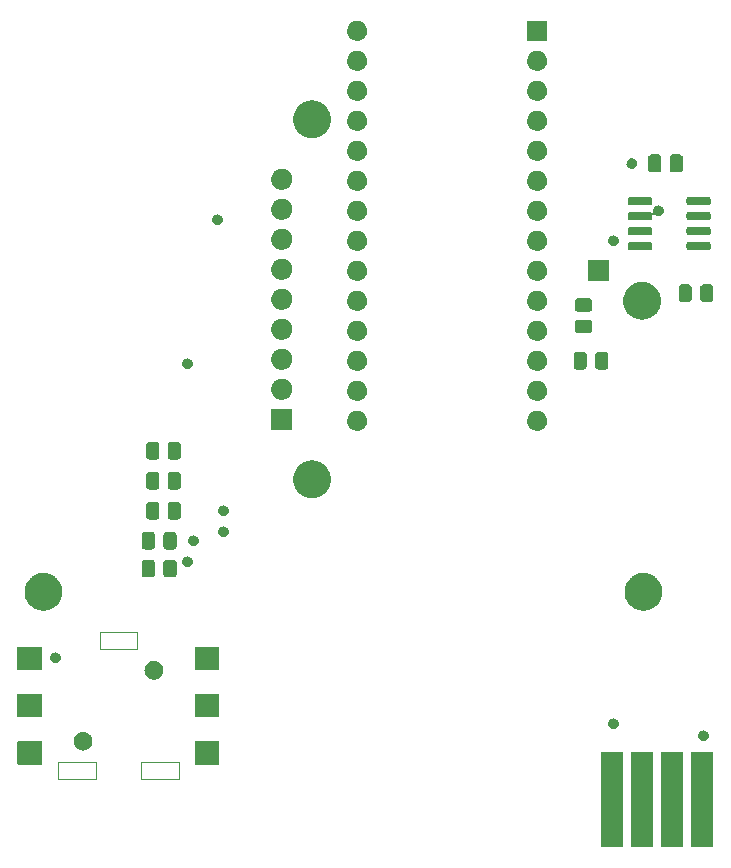
<source format=gbr>
G04 #@! TF.GenerationSoftware,KiCad,Pcbnew,7.0.2-0*
G04 #@! TF.CreationDate,2023-06-19T12:30:15-04:00*
G04 #@! TF.ProjectId,speed_joystick,73706565-645f-46a6-9f79-737469636b2e,rev?*
G04 #@! TF.SameCoordinates,Original*
G04 #@! TF.FileFunction,Soldermask,Top*
G04 #@! TF.FilePolarity,Negative*
%FSLAX46Y46*%
G04 Gerber Fmt 4.6, Leading zero omitted, Abs format (unit mm)*
G04 Created by KiCad (PCBNEW 7.0.2-0) date 2023-06-19 12:30:15*
%MOMM*%
%LPD*%
G01*
G04 APERTURE LIST*
G04 #@! TA.AperFunction,Profile*
%ADD10C,0.010000*%
G04 #@! TD*
G04 APERTURE END LIST*
D10*
X-95270000Y-39090000D02*
X-92070000Y-39090000D01*
X-95270000Y-40540000D02*
X-95270000Y-39090000D01*
X-92070000Y-39090000D02*
X-92070000Y-40540000D01*
X-92070000Y-40540000D02*
X-95270000Y-40540000D01*
X-91770000Y-28040000D02*
X-88570000Y-28040000D01*
X-91770000Y-29490000D02*
X-91770000Y-28040000D01*
X-88570000Y-28040000D02*
X-88570000Y-29490000D01*
X-88570000Y-29490000D02*
X-91770000Y-29490000D01*
X-88270000Y-39090000D02*
X-88270000Y-40540000D01*
X-88270000Y-40540000D02*
X-85070000Y-40540000D01*
X-85070000Y-39090000D02*
X-88270000Y-39090000D01*
X-85070000Y-40540000D02*
X-85070000Y-39090000D01*
G36*
X-93125030Y-36495067D02*
G01*
X-93086447Y-36495067D01*
X-93042922Y-36504318D01*
X-92991983Y-36510058D01*
X-92954941Y-36523019D01*
X-92923003Y-36529808D01*
X-92876972Y-36550301D01*
X-92822893Y-36569225D01*
X-92794746Y-36586910D01*
X-92770342Y-36597776D01*
X-92724839Y-36630836D01*
X-92671208Y-36664535D01*
X-92651945Y-36683797D01*
X-92635156Y-36695996D01*
X-92593647Y-36742095D01*
X-92544535Y-36791208D01*
X-92533239Y-36809185D01*
X-92523343Y-36820176D01*
X-92489484Y-36878819D01*
X-92449225Y-36942893D01*
X-92444198Y-36957257D01*
X-92439792Y-36964890D01*
X-92417222Y-37034350D01*
X-92390058Y-37111983D01*
X-92389028Y-37121124D01*
X-92388154Y-37123814D01*
X-92380232Y-37199187D01*
X-92370000Y-37290000D01*
X-92380234Y-37380832D01*
X-92388154Y-37456185D01*
X-92389027Y-37458874D01*
X-92390058Y-37468017D01*
X-92417227Y-37545662D01*
X-92439792Y-37615109D01*
X-92444197Y-37622740D01*
X-92449225Y-37637107D01*
X-92489491Y-37701191D01*
X-92523343Y-37759823D01*
X-92533236Y-37770811D01*
X-92544535Y-37788792D01*
X-92593656Y-37837913D01*
X-92635156Y-37884003D01*
X-92651941Y-37896198D01*
X-92671208Y-37915465D01*
X-92724849Y-37949169D01*
X-92770342Y-37982223D01*
X-92794741Y-37993086D01*
X-92822893Y-38010775D01*
X-92876982Y-38029701D01*
X-92923003Y-38050191D01*
X-92954936Y-38056978D01*
X-92991983Y-38069942D01*
X-93042924Y-38075681D01*
X-93086447Y-38084933D01*
X-93125030Y-38084933D01*
X-93170000Y-38090000D01*
X-93214970Y-38084933D01*
X-93253553Y-38084933D01*
X-93297074Y-38075681D01*
X-93348017Y-38069942D01*
X-93385065Y-38056978D01*
X-93416996Y-38050191D01*
X-93463012Y-38029703D01*
X-93517107Y-38010775D01*
X-93545261Y-37993084D01*
X-93569657Y-37982223D01*
X-93615143Y-37949174D01*
X-93668792Y-37915465D01*
X-93688060Y-37896196D01*
X-93704843Y-37884003D01*
X-93746333Y-37837923D01*
X-93795465Y-37788792D01*
X-93806765Y-37770807D01*
X-93816656Y-37759823D01*
X-93850495Y-37701210D01*
X-93890775Y-37637107D01*
X-93895803Y-37622735D01*
X-93900207Y-37615109D01*
X-93922758Y-37545702D01*
X-93949942Y-37468017D01*
X-93950972Y-37458869D01*
X-93951845Y-37456185D01*
X-93959750Y-37380964D01*
X-93970000Y-37290000D01*
X-93959752Y-37199055D01*
X-93951845Y-37123814D01*
X-93950972Y-37121128D01*
X-93949942Y-37111983D01*
X-93922763Y-37034310D01*
X-93900207Y-36964890D01*
X-93895802Y-36957261D01*
X-93890775Y-36942893D01*
X-93850502Y-36878800D01*
X-93816656Y-36820176D01*
X-93806763Y-36809189D01*
X-93795465Y-36791208D01*
X-93746342Y-36742085D01*
X-93704843Y-36695996D01*
X-93688057Y-36683800D01*
X-93668792Y-36664535D01*
X-93615147Y-36630827D01*
X-93569653Y-36597774D01*
X-93545253Y-36586910D01*
X-93517107Y-36569225D01*
X-93463032Y-36550303D01*
X-93417001Y-36529809D01*
X-93385058Y-36523019D01*
X-93348017Y-36510058D01*
X-93297077Y-36504318D01*
X-93253553Y-36495067D01*
X-93214970Y-36495067D01*
X-93170000Y-36490000D01*
X-93125030Y-36495067D01*
G37*
G36*
X-81650483Y-37292882D02*
G01*
X-81633938Y-37303938D01*
X-81622882Y-37320483D01*
X-81619000Y-37340000D01*
X-81619000Y-39240000D01*
X-81622882Y-39259517D01*
X-81633938Y-39276062D01*
X-81650483Y-39287118D01*
X-81670000Y-39291000D01*
X-83670000Y-39291000D01*
X-83689517Y-39287118D01*
X-83706062Y-39276062D01*
X-83717118Y-39259517D01*
X-83721000Y-39240000D01*
X-83721000Y-37340000D01*
X-83717118Y-37320483D01*
X-83706062Y-37303938D01*
X-83689517Y-37292882D01*
X-83670000Y-37289000D01*
X-81670000Y-37289000D01*
X-81650483Y-37292882D01*
G37*
G36*
X-47510483Y-38180382D02*
G01*
X-47493938Y-38191438D01*
X-47482882Y-38207983D01*
X-47479000Y-38227500D01*
X-47479000Y-46227500D01*
X-47482882Y-46247017D01*
X-47493938Y-46263562D01*
X-47510483Y-46274618D01*
X-47530000Y-46278500D01*
X-49230000Y-46278500D01*
X-49249517Y-46274618D01*
X-49266062Y-46263562D01*
X-49277118Y-46247017D01*
X-49281000Y-46227500D01*
X-49281000Y-38227500D01*
X-49277118Y-38207983D01*
X-49266062Y-38191438D01*
X-49249517Y-38180382D01*
X-49230000Y-38176500D01*
X-47530000Y-38176500D01*
X-47510483Y-38180382D01*
G37*
G36*
X-44970483Y-38180382D02*
G01*
X-44953938Y-38191438D01*
X-44942882Y-38207983D01*
X-44939000Y-38227500D01*
X-44939000Y-46227500D01*
X-44942882Y-46247017D01*
X-44953938Y-46263562D01*
X-44970483Y-46274618D01*
X-44990000Y-46278500D01*
X-46690000Y-46278500D01*
X-46709517Y-46274618D01*
X-46726062Y-46263562D01*
X-46737118Y-46247017D01*
X-46741000Y-46227500D01*
X-46741000Y-38227500D01*
X-46737118Y-38207983D01*
X-46726062Y-38191438D01*
X-46709517Y-38180382D01*
X-46690000Y-38176500D01*
X-44990000Y-38176500D01*
X-44970483Y-38180382D01*
G37*
G36*
X-42430483Y-38180382D02*
G01*
X-42413938Y-38191438D01*
X-42402882Y-38207983D01*
X-42399000Y-38227500D01*
X-42399000Y-46227500D01*
X-42402882Y-46247017D01*
X-42413938Y-46263562D01*
X-42430483Y-46274618D01*
X-42450000Y-46278500D01*
X-44150000Y-46278500D01*
X-44169517Y-46274618D01*
X-44186062Y-46263562D01*
X-44197118Y-46247017D01*
X-44201000Y-46227500D01*
X-44201000Y-38227500D01*
X-44197118Y-38207983D01*
X-44186062Y-38191438D01*
X-44169517Y-38180382D01*
X-44150000Y-38176500D01*
X-42450000Y-38176500D01*
X-42430483Y-38180382D01*
G37*
G36*
X-39890483Y-38180382D02*
G01*
X-39873938Y-38191438D01*
X-39862882Y-38207983D01*
X-39859000Y-38227500D01*
X-39859000Y-46227500D01*
X-39862882Y-46247017D01*
X-39873938Y-46263562D01*
X-39890483Y-46274618D01*
X-39910000Y-46278500D01*
X-41610000Y-46278500D01*
X-41629517Y-46274618D01*
X-41646062Y-46263562D01*
X-41657118Y-46247017D01*
X-41661000Y-46227500D01*
X-41661000Y-38227500D01*
X-41657118Y-38207983D01*
X-41646062Y-38191438D01*
X-41629517Y-38180382D01*
X-41610000Y-38176500D01*
X-39910000Y-38176500D01*
X-39890483Y-38180382D01*
G37*
G36*
X-96650483Y-37292882D02*
G01*
X-96633938Y-37303938D01*
X-96622882Y-37320483D01*
X-96619000Y-37340000D01*
X-96619000Y-39240000D01*
X-96622882Y-39259517D01*
X-96633938Y-39276062D01*
X-96650483Y-39287118D01*
X-96670000Y-39291000D01*
X-98670000Y-39291000D01*
X-98689517Y-39287118D01*
X-98706062Y-39276062D01*
X-98717118Y-39259517D01*
X-98721000Y-39240000D01*
X-98721000Y-37340000D01*
X-98717118Y-37320483D01*
X-98706062Y-37303938D01*
X-98689517Y-37292882D01*
X-98670000Y-37289000D01*
X-96670000Y-37289000D01*
X-96650483Y-37292882D01*
G37*
G36*
X-40613324Y-36383591D02*
G01*
X-40575816Y-36383591D01*
X-40545329Y-36392542D01*
X-40523549Y-36395410D01*
X-40494292Y-36407528D01*
X-40452648Y-36419756D01*
X-40430666Y-36433882D01*
X-40415038Y-36440356D01*
X-40386398Y-36462331D01*
X-40344658Y-36489157D01*
X-40331202Y-36504686D01*
X-40321858Y-36511856D01*
X-40297633Y-36543426D01*
X-40260595Y-36586171D01*
X-40254362Y-36599818D01*
X-40250356Y-36605040D01*
X-40234537Y-36643228D01*
X-40207269Y-36702939D01*
X-40205920Y-36712315D01*
X-40205410Y-36713549D01*
X-40201790Y-36741042D01*
X-40189000Y-36830000D01*
X-40201791Y-36918965D01*
X-40205410Y-36946450D01*
X-40205920Y-36947682D01*
X-40207269Y-36957061D01*
X-40234536Y-37016768D01*
X-40250356Y-37054961D01*
X-40254363Y-37060183D01*
X-40260595Y-37073829D01*
X-40297634Y-37116574D01*
X-40321857Y-37148142D01*
X-40331198Y-37155310D01*
X-40344658Y-37170843D01*
X-40386407Y-37197673D01*
X-40415038Y-37219643D01*
X-40430662Y-37226114D01*
X-40452648Y-37240244D01*
X-40494301Y-37252474D01*
X-40523549Y-37264589D01*
X-40545323Y-37267455D01*
X-40575816Y-37276409D01*
X-40613331Y-37276409D01*
X-40640000Y-37279920D01*
X-40666669Y-37276409D01*
X-40704184Y-37276409D01*
X-40734677Y-37267455D01*
X-40756450Y-37264589D01*
X-40785695Y-37252475D01*
X-40827352Y-37240244D01*
X-40849339Y-37226113D01*
X-40864961Y-37219643D01*
X-40893586Y-37197677D01*
X-40935342Y-37170843D01*
X-40948803Y-37155308D01*
X-40958142Y-37148142D01*
X-40982356Y-37116584D01*
X-41019405Y-37073829D01*
X-41025638Y-37060180D01*
X-41029643Y-37054961D01*
X-41045452Y-37016791D01*
X-41072731Y-36957061D01*
X-41074079Y-36947678D01*
X-41074589Y-36946450D01*
X-41078196Y-36919048D01*
X-41091000Y-36830000D01*
X-41078197Y-36740960D01*
X-41074589Y-36713549D01*
X-41074079Y-36712319D01*
X-41072731Y-36702939D01*
X-41045451Y-36643205D01*
X-41029643Y-36605040D01*
X-41025639Y-36599822D01*
X-41019405Y-36586171D01*
X-40982359Y-36543417D01*
X-40958142Y-36511857D01*
X-40948800Y-36504689D01*
X-40935342Y-36489157D01*
X-40893586Y-36462322D01*
X-40864959Y-36440356D01*
X-40849338Y-36433885D01*
X-40827352Y-36419756D01*
X-40785701Y-36407526D01*
X-40756450Y-36395410D01*
X-40734671Y-36392542D01*
X-40704184Y-36383591D01*
X-40666676Y-36383591D01*
X-40640000Y-36380079D01*
X-40613324Y-36383591D01*
G37*
G36*
X-48233324Y-35367591D02*
G01*
X-48195816Y-35367591D01*
X-48165329Y-35376542D01*
X-48143549Y-35379410D01*
X-48114292Y-35391528D01*
X-48072648Y-35403756D01*
X-48050666Y-35417882D01*
X-48035038Y-35424356D01*
X-48006398Y-35446331D01*
X-47964658Y-35473157D01*
X-47951202Y-35488686D01*
X-47941858Y-35495856D01*
X-47917633Y-35527426D01*
X-47880595Y-35570171D01*
X-47874362Y-35583818D01*
X-47870356Y-35589040D01*
X-47854537Y-35627228D01*
X-47827269Y-35686939D01*
X-47825920Y-35696315D01*
X-47825410Y-35697549D01*
X-47821790Y-35725042D01*
X-47809000Y-35814000D01*
X-47821791Y-35902965D01*
X-47825410Y-35930450D01*
X-47825920Y-35931682D01*
X-47827269Y-35941061D01*
X-47854536Y-36000768D01*
X-47870356Y-36038961D01*
X-47874363Y-36044183D01*
X-47880595Y-36057829D01*
X-47917634Y-36100574D01*
X-47941857Y-36132142D01*
X-47951198Y-36139310D01*
X-47964658Y-36154843D01*
X-48006407Y-36181673D01*
X-48035038Y-36203643D01*
X-48050662Y-36210114D01*
X-48072648Y-36224244D01*
X-48114301Y-36236474D01*
X-48143549Y-36248589D01*
X-48165323Y-36251455D01*
X-48195816Y-36260409D01*
X-48233331Y-36260409D01*
X-48260000Y-36263920D01*
X-48286669Y-36260409D01*
X-48324184Y-36260409D01*
X-48354677Y-36251455D01*
X-48376450Y-36248589D01*
X-48405695Y-36236475D01*
X-48447352Y-36224244D01*
X-48469339Y-36210113D01*
X-48484961Y-36203643D01*
X-48513586Y-36181677D01*
X-48555342Y-36154843D01*
X-48568803Y-36139308D01*
X-48578142Y-36132142D01*
X-48602356Y-36100584D01*
X-48639405Y-36057829D01*
X-48645638Y-36044180D01*
X-48649643Y-36038961D01*
X-48665452Y-36000791D01*
X-48692731Y-35941061D01*
X-48694079Y-35931678D01*
X-48694589Y-35930450D01*
X-48698196Y-35903048D01*
X-48711000Y-35814000D01*
X-48698197Y-35724960D01*
X-48694589Y-35697549D01*
X-48694079Y-35696319D01*
X-48692731Y-35686939D01*
X-48665451Y-35627205D01*
X-48649643Y-35589040D01*
X-48645639Y-35583822D01*
X-48639405Y-35570171D01*
X-48602359Y-35527417D01*
X-48578142Y-35495857D01*
X-48568800Y-35488689D01*
X-48555342Y-35473157D01*
X-48513586Y-35446322D01*
X-48484959Y-35424356D01*
X-48469338Y-35417885D01*
X-48447352Y-35403756D01*
X-48405701Y-35391526D01*
X-48376450Y-35379410D01*
X-48354671Y-35376542D01*
X-48324184Y-35367591D01*
X-48286676Y-35367591D01*
X-48260000Y-35364079D01*
X-48233324Y-35367591D01*
G37*
G36*
X-96650483Y-33292882D02*
G01*
X-96633938Y-33303938D01*
X-96622882Y-33320483D01*
X-96619000Y-33340000D01*
X-96619000Y-35240000D01*
X-96622882Y-35259517D01*
X-96633938Y-35276062D01*
X-96650483Y-35287118D01*
X-96670000Y-35291000D01*
X-98670000Y-35291000D01*
X-98689517Y-35287118D01*
X-98706062Y-35276062D01*
X-98717118Y-35259517D01*
X-98721000Y-35240000D01*
X-98721000Y-33340000D01*
X-98717118Y-33320483D01*
X-98706062Y-33303938D01*
X-98689517Y-33292882D01*
X-98670000Y-33289000D01*
X-96670000Y-33289000D01*
X-96650483Y-33292882D01*
G37*
G36*
X-81650483Y-33292882D02*
G01*
X-81633938Y-33303938D01*
X-81622882Y-33320483D01*
X-81619000Y-33340000D01*
X-81619000Y-35240000D01*
X-81622882Y-35259517D01*
X-81633938Y-35276062D01*
X-81650483Y-35287118D01*
X-81670000Y-35291000D01*
X-83670000Y-35291000D01*
X-83689517Y-35287118D01*
X-83706062Y-35276062D01*
X-83717118Y-35259517D01*
X-83721000Y-35240000D01*
X-83721000Y-33340000D01*
X-83717118Y-33320483D01*
X-83706062Y-33303938D01*
X-83689517Y-33292882D01*
X-83670000Y-33289000D01*
X-81670000Y-33289000D01*
X-81650483Y-33292882D01*
G37*
G36*
X-96650483Y-29292882D02*
G01*
X-96633938Y-29303938D01*
X-96622882Y-29320483D01*
X-96619000Y-29340000D01*
X-96619000Y-31240000D01*
X-96622882Y-31259517D01*
X-96633938Y-31276062D01*
X-96650483Y-31287118D01*
X-96670000Y-31291000D01*
X-98670000Y-31291000D01*
X-98689517Y-31287118D01*
X-98706062Y-31276062D01*
X-98717118Y-31259517D01*
X-98721000Y-31240000D01*
X-98721000Y-29340000D01*
X-98717118Y-29320483D01*
X-98706062Y-29303938D01*
X-98689517Y-29292882D01*
X-98670000Y-29289000D01*
X-96670000Y-29289000D01*
X-96650483Y-29292882D01*
G37*
G36*
X-95477324Y-29779591D02*
G01*
X-95439816Y-29779591D01*
X-95409329Y-29788542D01*
X-95387549Y-29791410D01*
X-95358292Y-29803528D01*
X-95316648Y-29815756D01*
X-95294666Y-29829882D01*
X-95279038Y-29836356D01*
X-95250398Y-29858331D01*
X-95208658Y-29885157D01*
X-95195202Y-29900686D01*
X-95185858Y-29907856D01*
X-95161633Y-29939426D01*
X-95124595Y-29982171D01*
X-95118362Y-29995818D01*
X-95114356Y-30001040D01*
X-95098537Y-30039228D01*
X-95071269Y-30098939D01*
X-95069920Y-30108315D01*
X-95069410Y-30109549D01*
X-95065790Y-30137042D01*
X-95053000Y-30226000D01*
X-95065791Y-30314965D01*
X-95069410Y-30342450D01*
X-95069920Y-30343682D01*
X-95071269Y-30353061D01*
X-95098536Y-30412768D01*
X-95114356Y-30450961D01*
X-95118363Y-30456183D01*
X-95124595Y-30469829D01*
X-95161634Y-30512574D01*
X-95185857Y-30544142D01*
X-95195198Y-30551310D01*
X-95208658Y-30566843D01*
X-95250407Y-30593673D01*
X-95279038Y-30615643D01*
X-95294662Y-30622114D01*
X-95316648Y-30636244D01*
X-95358301Y-30648474D01*
X-95387549Y-30660589D01*
X-95409323Y-30663455D01*
X-95439816Y-30672409D01*
X-95477331Y-30672409D01*
X-95504000Y-30675920D01*
X-95530669Y-30672409D01*
X-95568184Y-30672409D01*
X-95598677Y-30663455D01*
X-95620450Y-30660589D01*
X-95649695Y-30648475D01*
X-95691352Y-30636244D01*
X-95713339Y-30622113D01*
X-95728961Y-30615643D01*
X-95757586Y-30593677D01*
X-95799342Y-30566843D01*
X-95812803Y-30551308D01*
X-95822142Y-30544142D01*
X-95846356Y-30512584D01*
X-95883405Y-30469829D01*
X-95889638Y-30456180D01*
X-95893643Y-30450961D01*
X-95909452Y-30412791D01*
X-95936731Y-30353061D01*
X-95938079Y-30343678D01*
X-95938589Y-30342450D01*
X-95942196Y-30315048D01*
X-95955000Y-30226000D01*
X-95942197Y-30136960D01*
X-95938589Y-30109549D01*
X-95938079Y-30108319D01*
X-95936731Y-30098939D01*
X-95909451Y-30039205D01*
X-95893643Y-30001040D01*
X-95889639Y-29995822D01*
X-95883405Y-29982171D01*
X-95846359Y-29939417D01*
X-95822142Y-29907857D01*
X-95812800Y-29900689D01*
X-95799342Y-29885157D01*
X-95757586Y-29858322D01*
X-95728959Y-29836356D01*
X-95713338Y-29829885D01*
X-95691352Y-29815756D01*
X-95649701Y-29803526D01*
X-95620450Y-29791410D01*
X-95598671Y-29788542D01*
X-95568184Y-29779591D01*
X-95530676Y-29779591D01*
X-95504000Y-29776079D01*
X-95477324Y-29779591D01*
G37*
G36*
X-87125030Y-30495067D02*
G01*
X-87086447Y-30495067D01*
X-87042922Y-30504318D01*
X-86991983Y-30510058D01*
X-86954941Y-30523019D01*
X-86923003Y-30529808D01*
X-86876972Y-30550301D01*
X-86822893Y-30569225D01*
X-86794746Y-30586910D01*
X-86770342Y-30597776D01*
X-86724839Y-30630836D01*
X-86671208Y-30664535D01*
X-86651945Y-30683797D01*
X-86635156Y-30695996D01*
X-86593647Y-30742095D01*
X-86544535Y-30791208D01*
X-86533239Y-30809185D01*
X-86523343Y-30820176D01*
X-86489484Y-30878819D01*
X-86449225Y-30942893D01*
X-86444198Y-30957257D01*
X-86439792Y-30964890D01*
X-86417222Y-31034350D01*
X-86390058Y-31111983D01*
X-86389028Y-31121124D01*
X-86388154Y-31123814D01*
X-86380232Y-31199181D01*
X-86370000Y-31290000D01*
X-86380233Y-31380826D01*
X-86388154Y-31456185D01*
X-86389027Y-31458874D01*
X-86390058Y-31468017D01*
X-86417227Y-31545662D01*
X-86439792Y-31615109D01*
X-86444197Y-31622740D01*
X-86449225Y-31637107D01*
X-86489491Y-31701191D01*
X-86523343Y-31759823D01*
X-86533236Y-31770811D01*
X-86544535Y-31788792D01*
X-86593656Y-31837913D01*
X-86635156Y-31884003D01*
X-86651941Y-31896198D01*
X-86671208Y-31915465D01*
X-86724849Y-31949169D01*
X-86770342Y-31982223D01*
X-86794741Y-31993086D01*
X-86822893Y-32010775D01*
X-86876982Y-32029701D01*
X-86923003Y-32050191D01*
X-86954936Y-32056978D01*
X-86991983Y-32069942D01*
X-87042924Y-32075681D01*
X-87086447Y-32084933D01*
X-87125030Y-32084933D01*
X-87170000Y-32090000D01*
X-87214970Y-32084933D01*
X-87253553Y-32084933D01*
X-87297074Y-32075681D01*
X-87348017Y-32069942D01*
X-87385065Y-32056978D01*
X-87416996Y-32050191D01*
X-87463012Y-32029703D01*
X-87517107Y-32010775D01*
X-87545261Y-31993084D01*
X-87569657Y-31982223D01*
X-87615143Y-31949174D01*
X-87668792Y-31915465D01*
X-87688060Y-31896196D01*
X-87704843Y-31884003D01*
X-87746333Y-31837923D01*
X-87795465Y-31788792D01*
X-87806765Y-31770807D01*
X-87816656Y-31759823D01*
X-87850495Y-31701210D01*
X-87890775Y-31637107D01*
X-87895803Y-31622735D01*
X-87900207Y-31615109D01*
X-87922758Y-31545702D01*
X-87949942Y-31468017D01*
X-87950972Y-31458869D01*
X-87951845Y-31456185D01*
X-87959750Y-31380964D01*
X-87970000Y-31290000D01*
X-87959752Y-31199055D01*
X-87951845Y-31123814D01*
X-87950972Y-31121128D01*
X-87949942Y-31111983D01*
X-87922763Y-31034310D01*
X-87900207Y-30964890D01*
X-87895802Y-30957261D01*
X-87890775Y-30942893D01*
X-87850502Y-30878800D01*
X-87816656Y-30820176D01*
X-87806763Y-30809189D01*
X-87795465Y-30791208D01*
X-87746342Y-30742085D01*
X-87704843Y-30695996D01*
X-87688057Y-30683800D01*
X-87668792Y-30664535D01*
X-87615147Y-30630827D01*
X-87569653Y-30597774D01*
X-87545253Y-30586910D01*
X-87517107Y-30569225D01*
X-87463032Y-30550303D01*
X-87417001Y-30529809D01*
X-87385058Y-30523019D01*
X-87348017Y-30510058D01*
X-87297077Y-30504318D01*
X-87253553Y-30495067D01*
X-87214970Y-30495067D01*
X-87170000Y-30490000D01*
X-87125030Y-30495067D01*
G37*
G36*
X-81650483Y-29292882D02*
G01*
X-81633938Y-29303938D01*
X-81622882Y-29320483D01*
X-81619000Y-29340000D01*
X-81619000Y-31240000D01*
X-81622882Y-31259517D01*
X-81633938Y-31276062D01*
X-81650483Y-31287118D01*
X-81670000Y-31291000D01*
X-83670000Y-31291000D01*
X-83689517Y-31287118D01*
X-83706062Y-31276062D01*
X-83717118Y-31259517D01*
X-83721000Y-31240000D01*
X-83721000Y-29340000D01*
X-83717118Y-29320483D01*
X-83706062Y-29303938D01*
X-83689517Y-29292882D01*
X-83670000Y-29289000D01*
X-81670000Y-29289000D01*
X-81650483Y-29292882D01*
G37*
G36*
X-96458719Y-23042823D02*
G01*
X-96400459Y-23042823D01*
X-96336792Y-23052418D01*
X-96269705Y-23057699D01*
X-96215632Y-23070680D01*
X-96164046Y-23078456D01*
X-96096636Y-23099249D01*
X-96025573Y-23116310D01*
X-95979622Y-23135343D01*
X-95935579Y-23148929D01*
X-95866431Y-23182228D01*
X-95793615Y-23212390D01*
X-95756238Y-23235294D01*
X-95720174Y-23252662D01*
X-95651573Y-23299433D01*
X-95579544Y-23343573D01*
X-95550700Y-23368207D01*
X-95522637Y-23387341D01*
X-95457116Y-23448135D01*
X-95388629Y-23506629D01*
X-95367830Y-23530981D01*
X-95347373Y-23549963D01*
X-95287557Y-23624969D01*
X-95225573Y-23697544D01*
X-95211941Y-23719787D01*
X-95198305Y-23736888D01*
X-95146876Y-23825964D01*
X-95094390Y-23911615D01*
X-95086680Y-23930228D01*
X-95078766Y-23943936D01*
X-95038400Y-24046785D01*
X-94998310Y-24143573D01*
X-94994994Y-24157382D01*
X-94991419Y-24166493D01*
X-94964636Y-24283833D01*
X-94939699Y-24387705D01*
X-94939052Y-24395923D01*
X-94938216Y-24399587D01*
X-94927314Y-24545061D01*
X-94920000Y-24638000D01*
X-94927315Y-24730946D01*
X-94938216Y-24876412D01*
X-94939052Y-24880074D01*
X-94939699Y-24888295D01*
X-94964641Y-24992186D01*
X-94991419Y-25109506D01*
X-94994994Y-25118615D01*
X-94998310Y-25132427D01*
X-95038408Y-25229232D01*
X-95078766Y-25332063D01*
X-95086678Y-25345768D01*
X-95094390Y-25364385D01*
X-95146886Y-25450052D01*
X-95198305Y-25539111D01*
X-95211939Y-25556207D01*
X-95225573Y-25578456D01*
X-95287569Y-25651045D01*
X-95347373Y-25726036D01*
X-95367826Y-25745013D01*
X-95388629Y-25769371D01*
X-95457129Y-25827875D01*
X-95522637Y-25888658D01*
X-95550694Y-25907787D01*
X-95579544Y-25932427D01*
X-95651587Y-25976575D01*
X-95720174Y-26023337D01*
X-95756231Y-26040701D01*
X-95793615Y-26063610D01*
X-95866446Y-26093777D01*
X-95935579Y-26127070D01*
X-95979612Y-26140652D01*
X-96025573Y-26159690D01*
X-96096651Y-26176754D01*
X-96164046Y-26197543D01*
X-96215623Y-26205317D01*
X-96269705Y-26218301D01*
X-96336796Y-26223581D01*
X-96400459Y-26233177D01*
X-96458719Y-26233177D01*
X-96520000Y-26238000D01*
X-96581281Y-26233177D01*
X-96639541Y-26233177D01*
X-96703202Y-26223581D01*
X-96770295Y-26218301D01*
X-96824377Y-26205316D01*
X-96875953Y-26197543D01*
X-96943344Y-26176755D01*
X-97014427Y-26159690D01*
X-97060390Y-26140651D01*
X-97104420Y-26127070D01*
X-97173543Y-26093781D01*
X-97246385Y-26063610D01*
X-97283775Y-26040696D01*
X-97319824Y-26023337D01*
X-97388395Y-25976585D01*
X-97460456Y-25932427D01*
X-97489309Y-25907783D01*
X-97517362Y-25888658D01*
X-97582857Y-25827886D01*
X-97651371Y-25769371D01*
X-97672177Y-25745009D01*
X-97692626Y-25726036D01*
X-97752415Y-25651062D01*
X-97814427Y-25578456D01*
X-97828064Y-25556202D01*
X-97841694Y-25539111D01*
X-97893095Y-25450080D01*
X-97945610Y-25364385D01*
X-97953323Y-25345762D01*
X-97961233Y-25332063D01*
X-98001572Y-25229278D01*
X-98041690Y-25132427D01*
X-98045007Y-25118608D01*
X-98048580Y-25109506D01*
X-98075338Y-24992270D01*
X-98100301Y-24888295D01*
X-98100948Y-24880068D01*
X-98101783Y-24876412D01*
X-98112663Y-24731211D01*
X-98120000Y-24638000D01*
X-98112664Y-24544796D01*
X-98101783Y-24399587D01*
X-98100948Y-24395930D01*
X-98100301Y-24387705D01*
X-98075343Y-24283748D01*
X-98048580Y-24166493D01*
X-98045006Y-24157388D01*
X-98041690Y-24143573D01*
X-98001580Y-24046739D01*
X-97961233Y-23943936D01*
X-97953322Y-23930234D01*
X-97945610Y-23911615D01*
X-97893105Y-23825936D01*
X-97841694Y-23736888D01*
X-97828061Y-23719793D01*
X-97814427Y-23697544D01*
X-97752427Y-23624951D01*
X-97692626Y-23549963D01*
X-97672173Y-23530985D01*
X-97651371Y-23506629D01*
X-97582871Y-23448124D01*
X-97517362Y-23387341D01*
X-97489304Y-23368211D01*
X-97460456Y-23343573D01*
X-97388410Y-23299423D01*
X-97319824Y-23252662D01*
X-97283768Y-23235298D01*
X-97246385Y-23212390D01*
X-97173558Y-23182224D01*
X-97104420Y-23148929D01*
X-97060380Y-23135344D01*
X-97014427Y-23116310D01*
X-96943358Y-23099247D01*
X-96875953Y-23078456D01*
X-96824369Y-23070681D01*
X-96770295Y-23057699D01*
X-96703206Y-23052418D01*
X-96639541Y-23042823D01*
X-96581281Y-23042823D01*
X-96520000Y-23038000D01*
X-96458719Y-23042823D01*
G37*
G36*
X-87298586Y-21926995D02*
G01*
X-87282774Y-21933976D01*
X-87274968Y-21935213D01*
X-87242453Y-21951780D01*
X-87197394Y-21971676D01*
X-87119176Y-22049894D01*
X-87099280Y-22094953D01*
X-87082713Y-22127468D01*
X-87081476Y-22135274D01*
X-87074495Y-22151086D01*
X-87066500Y-22220000D01*
X-87066500Y-23120000D01*
X-87074495Y-23188914D01*
X-87081476Y-23204726D01*
X-87082713Y-23212531D01*
X-87099276Y-23245039D01*
X-87119176Y-23290106D01*
X-87197394Y-23368324D01*
X-87242467Y-23388226D01*
X-87274968Y-23404786D01*
X-87282770Y-23406021D01*
X-87298586Y-23413005D01*
X-87367500Y-23421000D01*
X-87892500Y-23421000D01*
X-87961414Y-23413005D01*
X-87977229Y-23406021D01*
X-87985031Y-23404786D01*
X-88017524Y-23388229D01*
X-88062606Y-23368324D01*
X-88140824Y-23290106D01*
X-88160729Y-23245024D01*
X-88177286Y-23212531D01*
X-88178521Y-23204729D01*
X-88185505Y-23188914D01*
X-88193500Y-23120000D01*
X-88193500Y-22220000D01*
X-88185505Y-22151086D01*
X-88178521Y-22135270D01*
X-88177286Y-22127468D01*
X-88160726Y-22094967D01*
X-88140824Y-22049894D01*
X-88062606Y-21971676D01*
X-88017539Y-21951776D01*
X-87985031Y-21935213D01*
X-87977226Y-21933976D01*
X-87961414Y-21926995D01*
X-87892500Y-21919000D01*
X-87367500Y-21919000D01*
X-87298586Y-21926995D01*
G37*
G36*
X-85473586Y-21926995D02*
G01*
X-85457774Y-21933976D01*
X-85449968Y-21935213D01*
X-85417453Y-21951780D01*
X-85372394Y-21971676D01*
X-85294176Y-22049894D01*
X-85274280Y-22094953D01*
X-85257713Y-22127468D01*
X-85256476Y-22135274D01*
X-85249495Y-22151086D01*
X-85241500Y-22220000D01*
X-85241500Y-23120000D01*
X-85249495Y-23188914D01*
X-85256476Y-23204726D01*
X-85257713Y-23212531D01*
X-85274276Y-23245039D01*
X-85294176Y-23290106D01*
X-85372394Y-23368324D01*
X-85417467Y-23388226D01*
X-85449968Y-23404786D01*
X-85457770Y-23406021D01*
X-85473586Y-23413005D01*
X-85542500Y-23421000D01*
X-86067500Y-23421000D01*
X-86136414Y-23413005D01*
X-86152229Y-23406021D01*
X-86160031Y-23404786D01*
X-86192524Y-23388229D01*
X-86237606Y-23368324D01*
X-86315824Y-23290106D01*
X-86335729Y-23245024D01*
X-86352286Y-23212531D01*
X-86353521Y-23204729D01*
X-86360505Y-23188914D01*
X-86368500Y-23120000D01*
X-86368500Y-22220000D01*
X-86360505Y-22151086D01*
X-86353521Y-22135270D01*
X-86352286Y-22127468D01*
X-86335726Y-22094967D01*
X-86315824Y-22049894D01*
X-86237606Y-21971676D01*
X-86192539Y-21951776D01*
X-86160031Y-21935213D01*
X-86152226Y-21933976D01*
X-86136414Y-21926995D01*
X-86067500Y-21919000D01*
X-85542500Y-21919000D01*
X-85473586Y-21926995D01*
G37*
G36*
X-45658719Y-23042823D02*
G01*
X-45600459Y-23042823D01*
X-45536792Y-23052418D01*
X-45469705Y-23057699D01*
X-45415632Y-23070680D01*
X-45364046Y-23078456D01*
X-45296636Y-23099249D01*
X-45225573Y-23116310D01*
X-45179622Y-23135343D01*
X-45135579Y-23148929D01*
X-45066431Y-23182228D01*
X-44993615Y-23212390D01*
X-44956238Y-23235294D01*
X-44920174Y-23252662D01*
X-44851573Y-23299433D01*
X-44779544Y-23343573D01*
X-44750700Y-23368207D01*
X-44722637Y-23387341D01*
X-44657116Y-23448135D01*
X-44588629Y-23506629D01*
X-44567830Y-23530981D01*
X-44547373Y-23549963D01*
X-44487557Y-23624969D01*
X-44425573Y-23697544D01*
X-44411941Y-23719787D01*
X-44398305Y-23736888D01*
X-44346876Y-23825964D01*
X-44294390Y-23911615D01*
X-44286680Y-23930228D01*
X-44278766Y-23943936D01*
X-44238400Y-24046785D01*
X-44198310Y-24143573D01*
X-44194994Y-24157382D01*
X-44191419Y-24166493D01*
X-44164636Y-24283833D01*
X-44139699Y-24387705D01*
X-44139052Y-24395923D01*
X-44138216Y-24399587D01*
X-44127313Y-24545073D01*
X-44120000Y-24638000D01*
X-44127316Y-24730958D01*
X-44138216Y-24876412D01*
X-44139052Y-24880074D01*
X-44139699Y-24888295D01*
X-44164641Y-24992186D01*
X-44191419Y-25109506D01*
X-44194994Y-25118615D01*
X-44198310Y-25132427D01*
X-44238408Y-25229232D01*
X-44278766Y-25332063D01*
X-44286678Y-25345768D01*
X-44294390Y-25364385D01*
X-44346886Y-25450052D01*
X-44398305Y-25539111D01*
X-44411939Y-25556207D01*
X-44425573Y-25578456D01*
X-44487569Y-25651045D01*
X-44547373Y-25726036D01*
X-44567826Y-25745013D01*
X-44588629Y-25769371D01*
X-44657129Y-25827875D01*
X-44722637Y-25888658D01*
X-44750694Y-25907787D01*
X-44779544Y-25932427D01*
X-44851587Y-25976575D01*
X-44920174Y-26023337D01*
X-44956231Y-26040701D01*
X-44993615Y-26063610D01*
X-45066446Y-26093777D01*
X-45135579Y-26127070D01*
X-45179612Y-26140652D01*
X-45225573Y-26159690D01*
X-45296651Y-26176754D01*
X-45364046Y-26197543D01*
X-45415623Y-26205317D01*
X-45469705Y-26218301D01*
X-45536796Y-26223581D01*
X-45600459Y-26233177D01*
X-45658719Y-26233177D01*
X-45720000Y-26238000D01*
X-45781281Y-26233177D01*
X-45839541Y-26233177D01*
X-45903202Y-26223581D01*
X-45970295Y-26218301D01*
X-46024377Y-26205316D01*
X-46075953Y-26197543D01*
X-46143344Y-26176755D01*
X-46214427Y-26159690D01*
X-46260390Y-26140651D01*
X-46304420Y-26127070D01*
X-46373543Y-26093781D01*
X-46446385Y-26063610D01*
X-46483775Y-26040696D01*
X-46519824Y-26023337D01*
X-46588395Y-25976585D01*
X-46660456Y-25932427D01*
X-46689309Y-25907783D01*
X-46717362Y-25888658D01*
X-46782857Y-25827886D01*
X-46851371Y-25769371D01*
X-46872177Y-25745009D01*
X-46892626Y-25726036D01*
X-46952415Y-25651062D01*
X-47014427Y-25578456D01*
X-47028064Y-25556202D01*
X-47041694Y-25539111D01*
X-47093095Y-25450080D01*
X-47145610Y-25364385D01*
X-47153323Y-25345762D01*
X-47161233Y-25332063D01*
X-47201572Y-25229278D01*
X-47241690Y-25132427D01*
X-47245007Y-25118608D01*
X-47248580Y-25109506D01*
X-47275338Y-24992270D01*
X-47300301Y-24888295D01*
X-47300948Y-24880068D01*
X-47301783Y-24876412D01*
X-47312663Y-24731223D01*
X-47320000Y-24638000D01*
X-47312665Y-24544808D01*
X-47301783Y-24399587D01*
X-47300948Y-24395930D01*
X-47300301Y-24387705D01*
X-47275343Y-24283748D01*
X-47248580Y-24166493D01*
X-47245006Y-24157388D01*
X-47241690Y-24143573D01*
X-47201580Y-24046739D01*
X-47161233Y-23943936D01*
X-47153322Y-23930234D01*
X-47145610Y-23911615D01*
X-47093105Y-23825936D01*
X-47041694Y-23736888D01*
X-47028061Y-23719793D01*
X-47014427Y-23697544D01*
X-46952427Y-23624951D01*
X-46892626Y-23549963D01*
X-46872173Y-23530985D01*
X-46851371Y-23506629D01*
X-46782871Y-23448124D01*
X-46717362Y-23387341D01*
X-46689304Y-23368211D01*
X-46660456Y-23343573D01*
X-46588410Y-23299423D01*
X-46519824Y-23252662D01*
X-46483768Y-23235298D01*
X-46446385Y-23212390D01*
X-46373558Y-23182224D01*
X-46304420Y-23148929D01*
X-46260380Y-23135344D01*
X-46214427Y-23116310D01*
X-46143358Y-23099247D01*
X-46075953Y-23078456D01*
X-46024369Y-23070681D01*
X-45970295Y-23057699D01*
X-45903206Y-23052418D01*
X-45839541Y-23042823D01*
X-45781281Y-23042823D01*
X-45720000Y-23038000D01*
X-45658719Y-23042823D01*
G37*
G36*
X-84301324Y-21651591D02*
G01*
X-84263816Y-21651591D01*
X-84233329Y-21660542D01*
X-84211549Y-21663410D01*
X-84182292Y-21675528D01*
X-84140648Y-21687756D01*
X-84118666Y-21701882D01*
X-84103038Y-21708356D01*
X-84074398Y-21730331D01*
X-84032658Y-21757157D01*
X-84019202Y-21772686D01*
X-84009858Y-21779856D01*
X-83985633Y-21811426D01*
X-83948595Y-21854171D01*
X-83942362Y-21867818D01*
X-83938356Y-21873040D01*
X-83922537Y-21911228D01*
X-83895269Y-21970939D01*
X-83893920Y-21980315D01*
X-83893410Y-21981549D01*
X-83889790Y-22009042D01*
X-83877000Y-22098000D01*
X-83889791Y-22186965D01*
X-83893410Y-22214450D01*
X-83893920Y-22215682D01*
X-83895269Y-22225061D01*
X-83922536Y-22284768D01*
X-83938356Y-22322961D01*
X-83942363Y-22328183D01*
X-83948595Y-22341829D01*
X-83985634Y-22384574D01*
X-84009857Y-22416142D01*
X-84019198Y-22423310D01*
X-84032658Y-22438843D01*
X-84074407Y-22465673D01*
X-84103038Y-22487643D01*
X-84118662Y-22494114D01*
X-84140648Y-22508244D01*
X-84182301Y-22520474D01*
X-84211549Y-22532589D01*
X-84233323Y-22535455D01*
X-84263816Y-22544409D01*
X-84301331Y-22544409D01*
X-84328000Y-22547920D01*
X-84354669Y-22544409D01*
X-84392184Y-22544409D01*
X-84422677Y-22535455D01*
X-84444450Y-22532589D01*
X-84473695Y-22520475D01*
X-84515352Y-22508244D01*
X-84537339Y-22494113D01*
X-84552961Y-22487643D01*
X-84581586Y-22465677D01*
X-84623342Y-22438843D01*
X-84636803Y-22423308D01*
X-84646142Y-22416142D01*
X-84670356Y-22384584D01*
X-84707405Y-22341829D01*
X-84713638Y-22328180D01*
X-84717643Y-22322961D01*
X-84733452Y-22284791D01*
X-84760731Y-22225061D01*
X-84762079Y-22215678D01*
X-84762589Y-22214450D01*
X-84766196Y-22187048D01*
X-84779000Y-22098000D01*
X-84766197Y-22008960D01*
X-84762589Y-21981549D01*
X-84762079Y-21980319D01*
X-84760731Y-21970939D01*
X-84733451Y-21911205D01*
X-84717643Y-21873040D01*
X-84713639Y-21867822D01*
X-84707405Y-21854171D01*
X-84670359Y-21811417D01*
X-84646142Y-21779857D01*
X-84636800Y-21772689D01*
X-84623342Y-21757157D01*
X-84581586Y-21730322D01*
X-84552959Y-21708356D01*
X-84537338Y-21701885D01*
X-84515352Y-21687756D01*
X-84473701Y-21675526D01*
X-84444450Y-21663410D01*
X-84422671Y-21660542D01*
X-84392184Y-21651591D01*
X-84354676Y-21651591D01*
X-84328000Y-21648079D01*
X-84301324Y-21651591D01*
G37*
G36*
X-87298586Y-19576995D02*
G01*
X-87282774Y-19583976D01*
X-87274968Y-19585213D01*
X-87242453Y-19601780D01*
X-87197394Y-19621676D01*
X-87119176Y-19699894D01*
X-87099280Y-19744953D01*
X-87082713Y-19777468D01*
X-87081476Y-19785274D01*
X-87074495Y-19801086D01*
X-87066500Y-19870000D01*
X-87066500Y-20770000D01*
X-87074495Y-20838914D01*
X-87081476Y-20854726D01*
X-87082713Y-20862531D01*
X-87099276Y-20895039D01*
X-87119176Y-20940106D01*
X-87197394Y-21018324D01*
X-87242467Y-21038226D01*
X-87274968Y-21054786D01*
X-87282770Y-21056021D01*
X-87298586Y-21063005D01*
X-87367500Y-21071000D01*
X-87892500Y-21071000D01*
X-87961414Y-21063005D01*
X-87977229Y-21056021D01*
X-87985031Y-21054786D01*
X-88017524Y-21038229D01*
X-88062606Y-21018324D01*
X-88140824Y-20940106D01*
X-88160729Y-20895024D01*
X-88177286Y-20862531D01*
X-88178521Y-20854729D01*
X-88185505Y-20838914D01*
X-88193500Y-20770000D01*
X-88193500Y-19870000D01*
X-88185505Y-19801086D01*
X-88178521Y-19785270D01*
X-88177286Y-19777468D01*
X-88160726Y-19744967D01*
X-88140824Y-19699894D01*
X-88062606Y-19621676D01*
X-88017539Y-19601776D01*
X-87985031Y-19585213D01*
X-87977226Y-19583976D01*
X-87961414Y-19576995D01*
X-87892500Y-19569000D01*
X-87367500Y-19569000D01*
X-87298586Y-19576995D01*
G37*
G36*
X-85473586Y-19576995D02*
G01*
X-85457774Y-19583976D01*
X-85449968Y-19585213D01*
X-85417453Y-19601780D01*
X-85372394Y-19621676D01*
X-85294176Y-19699894D01*
X-85274280Y-19744953D01*
X-85257713Y-19777468D01*
X-85256476Y-19785274D01*
X-85249495Y-19801086D01*
X-85241500Y-19870000D01*
X-85241500Y-20770000D01*
X-85249495Y-20838914D01*
X-85256476Y-20854726D01*
X-85257713Y-20862531D01*
X-85274276Y-20895039D01*
X-85294176Y-20940106D01*
X-85372394Y-21018324D01*
X-85417467Y-21038226D01*
X-85449968Y-21054786D01*
X-85457770Y-21056021D01*
X-85473586Y-21063005D01*
X-85542500Y-21071000D01*
X-86067500Y-21071000D01*
X-86136414Y-21063005D01*
X-86152229Y-21056021D01*
X-86160031Y-21054786D01*
X-86192524Y-21038229D01*
X-86237606Y-21018324D01*
X-86315824Y-20940106D01*
X-86335729Y-20895024D01*
X-86352286Y-20862531D01*
X-86353521Y-20854729D01*
X-86360505Y-20838914D01*
X-86368500Y-20770000D01*
X-86368500Y-19870000D01*
X-86360505Y-19801086D01*
X-86353521Y-19785270D01*
X-86352286Y-19777468D01*
X-86335726Y-19744967D01*
X-86315824Y-19699894D01*
X-86237606Y-19621676D01*
X-86192539Y-19601776D01*
X-86160031Y-19585213D01*
X-86152226Y-19583976D01*
X-86136414Y-19576995D01*
X-86067500Y-19569000D01*
X-85542500Y-19569000D01*
X-85473586Y-19576995D01*
G37*
G36*
X-83793324Y-19873591D02*
G01*
X-83755816Y-19873591D01*
X-83725329Y-19882542D01*
X-83703549Y-19885410D01*
X-83674292Y-19897528D01*
X-83632648Y-19909756D01*
X-83610666Y-19923882D01*
X-83595038Y-19930356D01*
X-83566398Y-19952331D01*
X-83524658Y-19979157D01*
X-83511202Y-19994686D01*
X-83501858Y-20001856D01*
X-83477633Y-20033426D01*
X-83440595Y-20076171D01*
X-83434362Y-20089818D01*
X-83430356Y-20095040D01*
X-83414537Y-20133228D01*
X-83387269Y-20192939D01*
X-83385920Y-20202315D01*
X-83385410Y-20203549D01*
X-83381790Y-20231042D01*
X-83369000Y-20320000D01*
X-83381791Y-20408965D01*
X-83385410Y-20436450D01*
X-83385920Y-20437682D01*
X-83387269Y-20447061D01*
X-83414536Y-20506768D01*
X-83430356Y-20544961D01*
X-83434363Y-20550183D01*
X-83440595Y-20563829D01*
X-83477634Y-20606574D01*
X-83501857Y-20638142D01*
X-83511198Y-20645310D01*
X-83524658Y-20660843D01*
X-83566407Y-20687673D01*
X-83595038Y-20709643D01*
X-83610662Y-20716114D01*
X-83632648Y-20730244D01*
X-83674301Y-20742474D01*
X-83703549Y-20754589D01*
X-83725323Y-20757455D01*
X-83755816Y-20766409D01*
X-83793331Y-20766409D01*
X-83820000Y-20769920D01*
X-83846669Y-20766409D01*
X-83884184Y-20766409D01*
X-83914677Y-20757455D01*
X-83936450Y-20754589D01*
X-83965695Y-20742475D01*
X-84007352Y-20730244D01*
X-84029339Y-20716113D01*
X-84044961Y-20709643D01*
X-84073586Y-20687677D01*
X-84115342Y-20660843D01*
X-84128803Y-20645308D01*
X-84138142Y-20638142D01*
X-84162356Y-20606584D01*
X-84199405Y-20563829D01*
X-84205638Y-20550180D01*
X-84209643Y-20544961D01*
X-84225452Y-20506791D01*
X-84252731Y-20447061D01*
X-84254079Y-20437678D01*
X-84254589Y-20436450D01*
X-84258196Y-20409048D01*
X-84271000Y-20320000D01*
X-84258197Y-20230960D01*
X-84254589Y-20203549D01*
X-84254079Y-20202319D01*
X-84252731Y-20192939D01*
X-84225451Y-20133205D01*
X-84209643Y-20095040D01*
X-84205639Y-20089822D01*
X-84199405Y-20076171D01*
X-84162359Y-20033417D01*
X-84138142Y-20001857D01*
X-84128800Y-19994689D01*
X-84115342Y-19979157D01*
X-84073586Y-19952322D01*
X-84044959Y-19930356D01*
X-84029338Y-19923885D01*
X-84007352Y-19909756D01*
X-83965701Y-19897526D01*
X-83936450Y-19885410D01*
X-83914671Y-19882542D01*
X-83884184Y-19873591D01*
X-83846676Y-19873591D01*
X-83820000Y-19870079D01*
X-83793324Y-19873591D01*
G37*
G36*
X-81253324Y-19111591D02*
G01*
X-81215816Y-19111591D01*
X-81185329Y-19120542D01*
X-81163549Y-19123410D01*
X-81134292Y-19135528D01*
X-81092648Y-19147756D01*
X-81070666Y-19161882D01*
X-81055038Y-19168356D01*
X-81026398Y-19190331D01*
X-80984658Y-19217157D01*
X-80971202Y-19232686D01*
X-80961858Y-19239856D01*
X-80937633Y-19271426D01*
X-80900595Y-19314171D01*
X-80894362Y-19327818D01*
X-80890356Y-19333040D01*
X-80874537Y-19371228D01*
X-80847269Y-19430939D01*
X-80845920Y-19440315D01*
X-80845410Y-19441549D01*
X-80841790Y-19469042D01*
X-80829000Y-19558000D01*
X-80841791Y-19646965D01*
X-80845410Y-19674450D01*
X-80845920Y-19675682D01*
X-80847269Y-19685061D01*
X-80874536Y-19744768D01*
X-80890356Y-19782961D01*
X-80894363Y-19788183D01*
X-80900595Y-19801829D01*
X-80937634Y-19844574D01*
X-80961857Y-19876142D01*
X-80971198Y-19883310D01*
X-80984658Y-19898843D01*
X-81026407Y-19925673D01*
X-81055038Y-19947643D01*
X-81070662Y-19954114D01*
X-81092648Y-19968244D01*
X-81134301Y-19980474D01*
X-81163549Y-19992589D01*
X-81185323Y-19995455D01*
X-81215816Y-20004409D01*
X-81253331Y-20004409D01*
X-81280000Y-20007920D01*
X-81306669Y-20004409D01*
X-81344184Y-20004409D01*
X-81374677Y-19995455D01*
X-81396450Y-19992589D01*
X-81425695Y-19980475D01*
X-81467352Y-19968244D01*
X-81489339Y-19954113D01*
X-81504961Y-19947643D01*
X-81533586Y-19925677D01*
X-81575342Y-19898843D01*
X-81588803Y-19883308D01*
X-81598142Y-19876142D01*
X-81622356Y-19844584D01*
X-81659405Y-19801829D01*
X-81665638Y-19788180D01*
X-81669643Y-19782961D01*
X-81685452Y-19744791D01*
X-81712731Y-19685061D01*
X-81714079Y-19675678D01*
X-81714589Y-19674450D01*
X-81718196Y-19647048D01*
X-81731000Y-19558000D01*
X-81718197Y-19468960D01*
X-81714589Y-19441549D01*
X-81714079Y-19440319D01*
X-81712731Y-19430939D01*
X-81685451Y-19371205D01*
X-81669643Y-19333040D01*
X-81665639Y-19327822D01*
X-81659405Y-19314171D01*
X-81622359Y-19271417D01*
X-81598142Y-19239857D01*
X-81588800Y-19232689D01*
X-81575342Y-19217157D01*
X-81533586Y-19190322D01*
X-81504959Y-19168356D01*
X-81489338Y-19161885D01*
X-81467352Y-19147756D01*
X-81425701Y-19135526D01*
X-81396450Y-19123410D01*
X-81374671Y-19120542D01*
X-81344184Y-19111591D01*
X-81306676Y-19111591D01*
X-81280000Y-19108079D01*
X-81253324Y-19111591D01*
G37*
G36*
X-86941086Y-17036995D02*
G01*
X-86925274Y-17043976D01*
X-86917468Y-17045213D01*
X-86884953Y-17061780D01*
X-86839894Y-17081676D01*
X-86761676Y-17159894D01*
X-86741780Y-17204953D01*
X-86725213Y-17237468D01*
X-86723976Y-17245274D01*
X-86716995Y-17261086D01*
X-86709000Y-17330000D01*
X-86709000Y-18230000D01*
X-86716995Y-18298914D01*
X-86723976Y-18314726D01*
X-86725213Y-18322531D01*
X-86741776Y-18355039D01*
X-86761676Y-18400106D01*
X-86839894Y-18478324D01*
X-86884967Y-18498226D01*
X-86917468Y-18514786D01*
X-86925270Y-18516021D01*
X-86941086Y-18523005D01*
X-87010000Y-18531000D01*
X-87535000Y-18531000D01*
X-87603914Y-18523005D01*
X-87619729Y-18516021D01*
X-87627531Y-18514786D01*
X-87660024Y-18498229D01*
X-87705106Y-18478324D01*
X-87783324Y-18400106D01*
X-87803229Y-18355024D01*
X-87819786Y-18322531D01*
X-87821021Y-18314729D01*
X-87828005Y-18298914D01*
X-87836000Y-18230000D01*
X-87836000Y-17330000D01*
X-87828005Y-17261086D01*
X-87821021Y-17245270D01*
X-87819786Y-17237468D01*
X-87803226Y-17204967D01*
X-87783324Y-17159894D01*
X-87705106Y-17081676D01*
X-87660039Y-17061776D01*
X-87627531Y-17045213D01*
X-87619726Y-17043976D01*
X-87603914Y-17036995D01*
X-87535000Y-17029000D01*
X-87010000Y-17029000D01*
X-86941086Y-17036995D01*
G37*
G36*
X-85116086Y-17036995D02*
G01*
X-85100274Y-17043976D01*
X-85092468Y-17045213D01*
X-85059953Y-17061780D01*
X-85014894Y-17081676D01*
X-84936676Y-17159894D01*
X-84916780Y-17204953D01*
X-84900213Y-17237468D01*
X-84898976Y-17245274D01*
X-84891995Y-17261086D01*
X-84884000Y-17330000D01*
X-84884000Y-18230000D01*
X-84891995Y-18298914D01*
X-84898976Y-18314726D01*
X-84900213Y-18322531D01*
X-84916776Y-18355039D01*
X-84936676Y-18400106D01*
X-85014894Y-18478324D01*
X-85059967Y-18498226D01*
X-85092468Y-18514786D01*
X-85100270Y-18516021D01*
X-85116086Y-18523005D01*
X-85185000Y-18531000D01*
X-85710000Y-18531000D01*
X-85778914Y-18523005D01*
X-85794729Y-18516021D01*
X-85802531Y-18514786D01*
X-85835024Y-18498229D01*
X-85880106Y-18478324D01*
X-85958324Y-18400106D01*
X-85978229Y-18355024D01*
X-85994786Y-18322531D01*
X-85996021Y-18314729D01*
X-86003005Y-18298914D01*
X-86011000Y-18230000D01*
X-86011000Y-17330000D01*
X-86003005Y-17261086D01*
X-85996021Y-17245270D01*
X-85994786Y-17237468D01*
X-85978226Y-17204967D01*
X-85958324Y-17159894D01*
X-85880106Y-17081676D01*
X-85835039Y-17061776D01*
X-85802531Y-17045213D01*
X-85794726Y-17043976D01*
X-85778914Y-17036995D01*
X-85710000Y-17029000D01*
X-85185000Y-17029000D01*
X-85116086Y-17036995D01*
G37*
G36*
X-81253324Y-17333591D02*
G01*
X-81215816Y-17333591D01*
X-81185329Y-17342542D01*
X-81163549Y-17345410D01*
X-81134292Y-17357528D01*
X-81092648Y-17369756D01*
X-81070666Y-17383882D01*
X-81055038Y-17390356D01*
X-81026398Y-17412331D01*
X-80984658Y-17439157D01*
X-80971202Y-17454686D01*
X-80961858Y-17461856D01*
X-80937633Y-17493426D01*
X-80900595Y-17536171D01*
X-80894362Y-17549818D01*
X-80890356Y-17555040D01*
X-80874537Y-17593228D01*
X-80847269Y-17652939D01*
X-80845920Y-17662315D01*
X-80845410Y-17663549D01*
X-80841790Y-17691042D01*
X-80829000Y-17780000D01*
X-80841791Y-17868965D01*
X-80845410Y-17896450D01*
X-80845920Y-17897682D01*
X-80847269Y-17907061D01*
X-80874536Y-17966768D01*
X-80890356Y-18004961D01*
X-80894363Y-18010183D01*
X-80900595Y-18023829D01*
X-80937634Y-18066574D01*
X-80961857Y-18098142D01*
X-80971198Y-18105310D01*
X-80984658Y-18120843D01*
X-81026407Y-18147673D01*
X-81055038Y-18169643D01*
X-81070662Y-18176114D01*
X-81092648Y-18190244D01*
X-81134301Y-18202474D01*
X-81163549Y-18214589D01*
X-81185323Y-18217455D01*
X-81215816Y-18226409D01*
X-81253331Y-18226409D01*
X-81280000Y-18229920D01*
X-81306669Y-18226409D01*
X-81344184Y-18226409D01*
X-81374677Y-18217455D01*
X-81396450Y-18214589D01*
X-81425695Y-18202475D01*
X-81467352Y-18190244D01*
X-81489339Y-18176113D01*
X-81504961Y-18169643D01*
X-81533586Y-18147677D01*
X-81575342Y-18120843D01*
X-81588803Y-18105308D01*
X-81598142Y-18098142D01*
X-81622356Y-18066584D01*
X-81659405Y-18023829D01*
X-81665638Y-18010180D01*
X-81669643Y-18004961D01*
X-81685452Y-17966791D01*
X-81712731Y-17907061D01*
X-81714079Y-17897678D01*
X-81714589Y-17896450D01*
X-81718196Y-17869048D01*
X-81731000Y-17780000D01*
X-81718197Y-17690960D01*
X-81714589Y-17663549D01*
X-81714079Y-17662319D01*
X-81712731Y-17652939D01*
X-81685451Y-17593205D01*
X-81669643Y-17555040D01*
X-81665639Y-17549822D01*
X-81659405Y-17536171D01*
X-81622359Y-17493417D01*
X-81598142Y-17461857D01*
X-81588800Y-17454689D01*
X-81575342Y-17439157D01*
X-81533586Y-17412322D01*
X-81504959Y-17390356D01*
X-81489338Y-17383885D01*
X-81467352Y-17369756D01*
X-81425701Y-17357526D01*
X-81396450Y-17345410D01*
X-81374671Y-17342542D01*
X-81344184Y-17333591D01*
X-81306676Y-17333591D01*
X-81280000Y-17330079D01*
X-81253324Y-17333591D01*
G37*
G36*
X-73718719Y-13517823D02*
G01*
X-73660459Y-13517823D01*
X-73596792Y-13527418D01*
X-73529705Y-13532699D01*
X-73475632Y-13545680D01*
X-73424046Y-13553456D01*
X-73356636Y-13574249D01*
X-73285573Y-13591310D01*
X-73239622Y-13610343D01*
X-73195579Y-13623929D01*
X-73126431Y-13657228D01*
X-73053615Y-13687390D01*
X-73016238Y-13710294D01*
X-72980174Y-13727662D01*
X-72911573Y-13774433D01*
X-72839544Y-13818573D01*
X-72810700Y-13843207D01*
X-72782637Y-13862341D01*
X-72717116Y-13923135D01*
X-72648629Y-13981629D01*
X-72627830Y-14005981D01*
X-72607373Y-14024963D01*
X-72547557Y-14099969D01*
X-72485573Y-14172544D01*
X-72471941Y-14194787D01*
X-72458305Y-14211888D01*
X-72406876Y-14300964D01*
X-72354390Y-14386615D01*
X-72346680Y-14405228D01*
X-72338766Y-14418936D01*
X-72298400Y-14521785D01*
X-72258310Y-14618573D01*
X-72254994Y-14632382D01*
X-72251419Y-14641493D01*
X-72224636Y-14758833D01*
X-72199699Y-14862705D01*
X-72199052Y-14870923D01*
X-72198216Y-14874587D01*
X-72187313Y-15020073D01*
X-72180000Y-15113000D01*
X-72187316Y-15205958D01*
X-72198216Y-15351412D01*
X-72199052Y-15355074D01*
X-72199699Y-15363295D01*
X-72224641Y-15467186D01*
X-72251419Y-15584506D01*
X-72254994Y-15593615D01*
X-72258310Y-15607427D01*
X-72298408Y-15704232D01*
X-72338766Y-15807063D01*
X-72346678Y-15820768D01*
X-72354390Y-15839385D01*
X-72406886Y-15925052D01*
X-72458305Y-16014111D01*
X-72471939Y-16031207D01*
X-72485573Y-16053456D01*
X-72547569Y-16126045D01*
X-72607373Y-16201036D01*
X-72627826Y-16220013D01*
X-72648629Y-16244371D01*
X-72717129Y-16302875D01*
X-72782637Y-16363658D01*
X-72810694Y-16382787D01*
X-72839544Y-16407427D01*
X-72911587Y-16451575D01*
X-72980174Y-16498337D01*
X-73016231Y-16515701D01*
X-73053615Y-16538610D01*
X-73126446Y-16568777D01*
X-73195579Y-16602070D01*
X-73239612Y-16615652D01*
X-73285573Y-16634690D01*
X-73356651Y-16651754D01*
X-73424046Y-16672543D01*
X-73475623Y-16680317D01*
X-73529705Y-16693301D01*
X-73596796Y-16698581D01*
X-73660459Y-16708177D01*
X-73718719Y-16708177D01*
X-73780000Y-16713000D01*
X-73841281Y-16708177D01*
X-73899541Y-16708177D01*
X-73963202Y-16698581D01*
X-74030295Y-16693301D01*
X-74084377Y-16680316D01*
X-74135953Y-16672543D01*
X-74203344Y-16651755D01*
X-74274427Y-16634690D01*
X-74320390Y-16615651D01*
X-74364420Y-16602070D01*
X-74433543Y-16568781D01*
X-74506385Y-16538610D01*
X-74543775Y-16515696D01*
X-74579824Y-16498337D01*
X-74648395Y-16451585D01*
X-74720456Y-16407427D01*
X-74749309Y-16382783D01*
X-74777362Y-16363658D01*
X-74842857Y-16302886D01*
X-74911371Y-16244371D01*
X-74932177Y-16220009D01*
X-74952626Y-16201036D01*
X-75012415Y-16126062D01*
X-75074427Y-16053456D01*
X-75088064Y-16031202D01*
X-75101694Y-16014111D01*
X-75153095Y-15925080D01*
X-75205610Y-15839385D01*
X-75213323Y-15820762D01*
X-75221233Y-15807063D01*
X-75261572Y-15704278D01*
X-75301690Y-15607427D01*
X-75305007Y-15593608D01*
X-75308580Y-15584506D01*
X-75335338Y-15467270D01*
X-75360301Y-15363295D01*
X-75360948Y-15355068D01*
X-75361783Y-15351412D01*
X-75372663Y-15206223D01*
X-75380000Y-15113000D01*
X-75372665Y-15019808D01*
X-75361783Y-14874587D01*
X-75360948Y-14870930D01*
X-75360301Y-14862705D01*
X-75335343Y-14758748D01*
X-75308580Y-14641493D01*
X-75305006Y-14632388D01*
X-75301690Y-14618573D01*
X-75261580Y-14521739D01*
X-75221233Y-14418936D01*
X-75213322Y-14405234D01*
X-75205610Y-14386615D01*
X-75153105Y-14300936D01*
X-75101694Y-14211888D01*
X-75088061Y-14194793D01*
X-75074427Y-14172544D01*
X-75012427Y-14099951D01*
X-74952626Y-14024963D01*
X-74932173Y-14005985D01*
X-74911371Y-13981629D01*
X-74842871Y-13923124D01*
X-74777362Y-13862341D01*
X-74749304Y-13843211D01*
X-74720456Y-13818573D01*
X-74648410Y-13774423D01*
X-74579824Y-13727662D01*
X-74543768Y-13710298D01*
X-74506385Y-13687390D01*
X-74433558Y-13657224D01*
X-74364420Y-13623929D01*
X-74320380Y-13610344D01*
X-74274427Y-13591310D01*
X-74203358Y-13574247D01*
X-74135953Y-13553456D01*
X-74084369Y-13545681D01*
X-74030295Y-13532699D01*
X-73963206Y-13527418D01*
X-73899541Y-13517823D01*
X-73841281Y-13517823D01*
X-73780000Y-13513000D01*
X-73718719Y-13517823D01*
G37*
G36*
X-86941086Y-14496995D02*
G01*
X-86925274Y-14503976D01*
X-86917468Y-14505213D01*
X-86884953Y-14521780D01*
X-86839894Y-14541676D01*
X-86761676Y-14619894D01*
X-86741780Y-14664953D01*
X-86725213Y-14697468D01*
X-86723976Y-14705274D01*
X-86716995Y-14721086D01*
X-86709000Y-14790000D01*
X-86709000Y-15690000D01*
X-86716995Y-15758914D01*
X-86723976Y-15774726D01*
X-86725213Y-15782531D01*
X-86741776Y-15815039D01*
X-86761676Y-15860106D01*
X-86839894Y-15938324D01*
X-86884967Y-15958226D01*
X-86917468Y-15974786D01*
X-86925270Y-15976021D01*
X-86941086Y-15983005D01*
X-87010000Y-15991000D01*
X-87535000Y-15991000D01*
X-87603914Y-15983005D01*
X-87619729Y-15976021D01*
X-87627531Y-15974786D01*
X-87660024Y-15958229D01*
X-87705106Y-15938324D01*
X-87783324Y-15860106D01*
X-87803229Y-15815024D01*
X-87819786Y-15782531D01*
X-87821021Y-15774729D01*
X-87828005Y-15758914D01*
X-87836000Y-15690000D01*
X-87836000Y-14790000D01*
X-87828005Y-14721086D01*
X-87821021Y-14705270D01*
X-87819786Y-14697468D01*
X-87803226Y-14664967D01*
X-87783324Y-14619894D01*
X-87705106Y-14541676D01*
X-87660039Y-14521776D01*
X-87627531Y-14505213D01*
X-87619726Y-14503976D01*
X-87603914Y-14496995D01*
X-87535000Y-14489000D01*
X-87010000Y-14489000D01*
X-86941086Y-14496995D01*
G37*
G36*
X-85116086Y-14496995D02*
G01*
X-85100274Y-14503976D01*
X-85092468Y-14505213D01*
X-85059953Y-14521780D01*
X-85014894Y-14541676D01*
X-84936676Y-14619894D01*
X-84916780Y-14664953D01*
X-84900213Y-14697468D01*
X-84898976Y-14705274D01*
X-84891995Y-14721086D01*
X-84884000Y-14790000D01*
X-84884000Y-15690000D01*
X-84891995Y-15758914D01*
X-84898976Y-15774726D01*
X-84900213Y-15782531D01*
X-84916776Y-15815039D01*
X-84936676Y-15860106D01*
X-85014894Y-15938324D01*
X-85059967Y-15958226D01*
X-85092468Y-15974786D01*
X-85100270Y-15976021D01*
X-85116086Y-15983005D01*
X-85185000Y-15991000D01*
X-85710000Y-15991000D01*
X-85778914Y-15983005D01*
X-85794729Y-15976021D01*
X-85802531Y-15974786D01*
X-85835024Y-15958229D01*
X-85880106Y-15938324D01*
X-85958324Y-15860106D01*
X-85978229Y-15815024D01*
X-85994786Y-15782531D01*
X-85996021Y-15774729D01*
X-86003005Y-15758914D01*
X-86011000Y-15690000D01*
X-86011000Y-14790000D01*
X-86003005Y-14721086D01*
X-85996021Y-14705270D01*
X-85994786Y-14697468D01*
X-85978226Y-14664967D01*
X-85958324Y-14619894D01*
X-85880106Y-14541676D01*
X-85835039Y-14521776D01*
X-85802531Y-14505213D01*
X-85794726Y-14503976D01*
X-85778914Y-14496995D01*
X-85710000Y-14489000D01*
X-85185000Y-14489000D01*
X-85116086Y-14496995D01*
G37*
G36*
X-86941086Y-11956995D02*
G01*
X-86925274Y-11963976D01*
X-86917468Y-11965213D01*
X-86884953Y-11981780D01*
X-86839894Y-12001676D01*
X-86761676Y-12079894D01*
X-86741780Y-12124953D01*
X-86725213Y-12157468D01*
X-86723976Y-12165274D01*
X-86716995Y-12181086D01*
X-86709000Y-12250000D01*
X-86709000Y-13150000D01*
X-86716995Y-13218914D01*
X-86723976Y-13234726D01*
X-86725213Y-13242531D01*
X-86741776Y-13275039D01*
X-86761676Y-13320106D01*
X-86839894Y-13398324D01*
X-86884967Y-13418226D01*
X-86917468Y-13434786D01*
X-86925270Y-13436021D01*
X-86941086Y-13443005D01*
X-87010000Y-13451000D01*
X-87535000Y-13451000D01*
X-87603914Y-13443005D01*
X-87619729Y-13436021D01*
X-87627531Y-13434786D01*
X-87660024Y-13418229D01*
X-87705106Y-13398324D01*
X-87783324Y-13320106D01*
X-87803229Y-13275024D01*
X-87819786Y-13242531D01*
X-87821021Y-13234729D01*
X-87828005Y-13218914D01*
X-87836000Y-13150000D01*
X-87836000Y-12250000D01*
X-87828005Y-12181086D01*
X-87821021Y-12165270D01*
X-87819786Y-12157468D01*
X-87803226Y-12124967D01*
X-87783324Y-12079894D01*
X-87705106Y-12001676D01*
X-87660039Y-11981776D01*
X-87627531Y-11965213D01*
X-87619726Y-11963976D01*
X-87603914Y-11956995D01*
X-87535000Y-11949000D01*
X-87010000Y-11949000D01*
X-86941086Y-11956995D01*
G37*
G36*
X-85116086Y-11956995D02*
G01*
X-85100274Y-11963976D01*
X-85092468Y-11965213D01*
X-85059953Y-11981780D01*
X-85014894Y-12001676D01*
X-84936676Y-12079894D01*
X-84916780Y-12124953D01*
X-84900213Y-12157468D01*
X-84898976Y-12165274D01*
X-84891995Y-12181086D01*
X-84884000Y-12250000D01*
X-84884000Y-13150000D01*
X-84891995Y-13218914D01*
X-84898976Y-13234726D01*
X-84900213Y-13242531D01*
X-84916776Y-13275039D01*
X-84936676Y-13320106D01*
X-85014894Y-13398324D01*
X-85059967Y-13418226D01*
X-85092468Y-13434786D01*
X-85100270Y-13436021D01*
X-85116086Y-13443005D01*
X-85185000Y-13451000D01*
X-85710000Y-13451000D01*
X-85778914Y-13443005D01*
X-85794729Y-13436021D01*
X-85802531Y-13434786D01*
X-85835024Y-13418229D01*
X-85880106Y-13398324D01*
X-85958324Y-13320106D01*
X-85978229Y-13275024D01*
X-85994786Y-13242531D01*
X-85996021Y-13234729D01*
X-86003005Y-13218914D01*
X-86011000Y-13150000D01*
X-86011000Y-12250000D01*
X-86003005Y-12181086D01*
X-85996021Y-12165270D01*
X-85994786Y-12157468D01*
X-85978226Y-12124967D01*
X-85958324Y-12079894D01*
X-85880106Y-12001676D01*
X-85835039Y-11981776D01*
X-85802531Y-11965213D01*
X-85794726Y-11963976D01*
X-85778914Y-11956995D01*
X-85710000Y-11949000D01*
X-85185000Y-11949000D01*
X-85116086Y-11956995D01*
G37*
G36*
X-75475483Y-9135882D02*
G01*
X-75458938Y-9146938D01*
X-75447882Y-9163483D01*
X-75444000Y-9183000D01*
X-75444000Y-10883000D01*
X-75447882Y-10902517D01*
X-75458938Y-10919062D01*
X-75475483Y-10930118D01*
X-75495000Y-10934000D01*
X-77195000Y-10934000D01*
X-77214517Y-10930118D01*
X-77231062Y-10919062D01*
X-77242118Y-10902517D01*
X-77246000Y-10883000D01*
X-77246000Y-9183000D01*
X-77242118Y-9163483D01*
X-77231062Y-9146938D01*
X-77214517Y-9135882D01*
X-77195000Y-9132000D01*
X-75495000Y-9132000D01*
X-75475483Y-9135882D01*
G37*
G36*
X-69928800Y-9313662D02*
G01*
X-69881046Y-9313662D01*
X-69839806Y-9322427D01*
X-69804098Y-9325945D01*
X-69759237Y-9339553D01*
X-69707027Y-9350651D01*
X-69673617Y-9365525D01*
X-69644564Y-9374339D01*
X-69598391Y-9399018D01*
X-69544500Y-9423012D01*
X-69519448Y-9441213D01*
X-69497546Y-9452920D01*
X-69452862Y-9489591D01*
X-69400570Y-9527584D01*
X-69383591Y-9546440D01*
X-69368679Y-9558679D01*
X-69328601Y-9607513D01*
X-69281527Y-9659795D01*
X-69271638Y-9676923D01*
X-69262920Y-9687546D01*
X-69230680Y-9747863D01*
X-69192573Y-9813867D01*
X-69188187Y-9827363D01*
X-69184339Y-9834564D01*
X-69163123Y-9904502D01*
X-69137596Y-9983067D01*
X-69136697Y-9991618D01*
X-69135945Y-9994098D01*
X-69128612Y-10068540D01*
X-69119000Y-10160000D01*
X-69128613Y-10251467D01*
X-69135945Y-10325901D01*
X-69136697Y-10328380D01*
X-69137596Y-10336933D01*
X-69163128Y-10415512D01*
X-69184339Y-10485435D01*
X-69188186Y-10492634D01*
X-69192573Y-10506133D01*
X-69230687Y-10572148D01*
X-69262920Y-10632453D01*
X-69271636Y-10643073D01*
X-69281527Y-10660205D01*
X-69328610Y-10712496D01*
X-69368679Y-10761320D01*
X-69383588Y-10773555D01*
X-69400570Y-10792416D01*
X-69452873Y-10830416D01*
X-69497546Y-10867079D01*
X-69519443Y-10878783D01*
X-69544500Y-10896988D01*
X-69598402Y-10920986D01*
X-69644564Y-10945660D01*
X-69673610Y-10954471D01*
X-69707027Y-10969349D01*
X-69759248Y-10980448D01*
X-69804098Y-10994054D01*
X-69839797Y-10997570D01*
X-69881046Y-11006338D01*
X-69928811Y-11006338D01*
X-69970000Y-11010395D01*
X-70011188Y-11006338D01*
X-70058954Y-11006338D01*
X-70100203Y-10997570D01*
X-70135901Y-10994054D01*
X-70180748Y-10980449D01*
X-70232973Y-10969349D01*
X-70266391Y-10954470D01*
X-70295435Y-10945660D01*
X-70341591Y-10920989D01*
X-70395500Y-10896988D01*
X-70420559Y-10878780D01*
X-70442453Y-10867079D01*
X-70487118Y-10830423D01*
X-70539430Y-10792416D01*
X-70556414Y-10773552D01*
X-70571320Y-10761320D01*
X-70611378Y-10712509D01*
X-70658473Y-10660205D01*
X-70668366Y-10643069D01*
X-70677079Y-10632453D01*
X-70709299Y-10572172D01*
X-70747427Y-10506133D01*
X-70751814Y-10492629D01*
X-70755660Y-10485435D01*
X-70776856Y-10415558D01*
X-70802404Y-10336933D01*
X-70803303Y-10328375D01*
X-70804054Y-10325901D01*
X-70811370Y-10251619D01*
X-70821000Y-10160000D01*
X-70811371Y-10068389D01*
X-70804054Y-9994098D01*
X-70803303Y-9991623D01*
X-70802404Y-9983067D01*
X-70776861Y-9904455D01*
X-70755660Y-9834564D01*
X-70751813Y-9827368D01*
X-70747427Y-9813867D01*
X-70709306Y-9747840D01*
X-70677079Y-9687546D01*
X-70668364Y-9676927D01*
X-70658473Y-9659795D01*
X-70611387Y-9607501D01*
X-70571320Y-9558679D01*
X-70556411Y-9546443D01*
X-70539430Y-9527584D01*
X-70487128Y-9489584D01*
X-70442453Y-9452920D01*
X-70420554Y-9441215D01*
X-70395500Y-9423012D01*
X-70341602Y-9399015D01*
X-70295435Y-9374339D01*
X-70266384Y-9365526D01*
X-70232973Y-9350651D01*
X-70180759Y-9339552D01*
X-70135901Y-9325945D01*
X-70100194Y-9322427D01*
X-70058954Y-9313662D01*
X-70011198Y-9313662D01*
X-69969999Y-9309604D01*
X-69928800Y-9313662D01*
G37*
G36*
X-54688801Y-9313662D02*
G01*
X-54641046Y-9313662D01*
X-54599806Y-9322427D01*
X-54564098Y-9325945D01*
X-54519237Y-9339553D01*
X-54467027Y-9350651D01*
X-54433617Y-9365525D01*
X-54404564Y-9374339D01*
X-54358391Y-9399018D01*
X-54304500Y-9423012D01*
X-54279448Y-9441213D01*
X-54257546Y-9452920D01*
X-54212862Y-9489591D01*
X-54160570Y-9527584D01*
X-54143591Y-9546440D01*
X-54128679Y-9558679D01*
X-54088601Y-9607513D01*
X-54041527Y-9659795D01*
X-54031638Y-9676923D01*
X-54022920Y-9687546D01*
X-53990680Y-9747863D01*
X-53952573Y-9813867D01*
X-53948187Y-9827363D01*
X-53944339Y-9834564D01*
X-53923123Y-9904502D01*
X-53897596Y-9983067D01*
X-53896697Y-9991618D01*
X-53895945Y-9994098D01*
X-53888612Y-10068540D01*
X-53879000Y-10160000D01*
X-53888613Y-10251467D01*
X-53895945Y-10325901D01*
X-53896697Y-10328380D01*
X-53897596Y-10336933D01*
X-53923128Y-10415512D01*
X-53944339Y-10485435D01*
X-53948186Y-10492634D01*
X-53952573Y-10506133D01*
X-53990687Y-10572148D01*
X-54022920Y-10632453D01*
X-54031636Y-10643073D01*
X-54041527Y-10660205D01*
X-54088610Y-10712496D01*
X-54128679Y-10761320D01*
X-54143588Y-10773555D01*
X-54160570Y-10792416D01*
X-54212873Y-10830416D01*
X-54257546Y-10867079D01*
X-54279443Y-10878783D01*
X-54304500Y-10896988D01*
X-54358402Y-10920986D01*
X-54404564Y-10945660D01*
X-54433610Y-10954471D01*
X-54467027Y-10969349D01*
X-54519248Y-10980448D01*
X-54564098Y-10994054D01*
X-54599797Y-10997570D01*
X-54641046Y-11006338D01*
X-54688811Y-11006338D01*
X-54730000Y-11010395D01*
X-54771188Y-11006338D01*
X-54818954Y-11006338D01*
X-54860203Y-10997570D01*
X-54895901Y-10994054D01*
X-54940748Y-10980449D01*
X-54992973Y-10969349D01*
X-55026391Y-10954470D01*
X-55055435Y-10945660D01*
X-55101591Y-10920989D01*
X-55155500Y-10896988D01*
X-55180559Y-10878780D01*
X-55202453Y-10867079D01*
X-55247118Y-10830423D01*
X-55299430Y-10792416D01*
X-55316414Y-10773552D01*
X-55331320Y-10761320D01*
X-55371378Y-10712509D01*
X-55418473Y-10660205D01*
X-55428366Y-10643069D01*
X-55437079Y-10632453D01*
X-55469299Y-10572172D01*
X-55507427Y-10506133D01*
X-55511814Y-10492629D01*
X-55515660Y-10485435D01*
X-55536856Y-10415558D01*
X-55562404Y-10336933D01*
X-55563303Y-10328375D01*
X-55564054Y-10325901D01*
X-55571370Y-10251619D01*
X-55581000Y-10160000D01*
X-55571371Y-10068389D01*
X-55564054Y-9994098D01*
X-55563303Y-9991623D01*
X-55562404Y-9983067D01*
X-55536861Y-9904455D01*
X-55515660Y-9834564D01*
X-55511813Y-9827368D01*
X-55507427Y-9813867D01*
X-55469306Y-9747840D01*
X-55437079Y-9687546D01*
X-55428364Y-9676927D01*
X-55418473Y-9659795D01*
X-55371387Y-9607501D01*
X-55331320Y-9558679D01*
X-55316411Y-9546443D01*
X-55299430Y-9527584D01*
X-55247128Y-9489584D01*
X-55202453Y-9452920D01*
X-55180554Y-9441215D01*
X-55155500Y-9423012D01*
X-55101602Y-9399015D01*
X-55055435Y-9374339D01*
X-55026384Y-9365526D01*
X-54992973Y-9350651D01*
X-54940759Y-9339552D01*
X-54895901Y-9325945D01*
X-54860194Y-9322427D01*
X-54818954Y-9313662D01*
X-54771199Y-9313662D01*
X-54730000Y-9309604D01*
X-54688801Y-9313662D01*
G37*
G36*
X-76301016Y-6596936D02*
G01*
X-76250820Y-6596936D01*
X-76207476Y-6606148D01*
X-76169340Y-6609905D01*
X-76121430Y-6624438D01*
X-76066576Y-6636098D01*
X-76031471Y-6651727D01*
X-76000433Y-6661143D01*
X-75951109Y-6687506D01*
X-75894500Y-6712711D01*
X-75868180Y-6731833D01*
X-75844767Y-6744348D01*
X-75797002Y-6783546D01*
X-75742113Y-6823427D01*
X-75724291Y-6843219D01*
X-75708324Y-6856324D01*
X-75665416Y-6908607D01*
X-75616076Y-6963405D01*
X-75605710Y-6981359D01*
X-75596348Y-6992767D01*
X-75561712Y-7057565D01*
X-75521896Y-7126530D01*
X-75517315Y-7140626D01*
X-75513143Y-7148433D01*
X-75490132Y-7224288D01*
X-75463689Y-7305672D01*
X-75462758Y-7314527D01*
X-75461905Y-7317340D01*
X-75453598Y-7401672D01*
X-75444000Y-7493000D01*
X-75453601Y-7584349D01*
X-75461905Y-7668659D01*
X-75462758Y-7671471D01*
X-75463689Y-7680328D01*
X-75490136Y-7761725D01*
X-75513143Y-7837566D01*
X-75517315Y-7845371D01*
X-75521896Y-7859470D01*
X-75561719Y-7928447D01*
X-75596348Y-7993232D01*
X-75605708Y-8004637D01*
X-75616076Y-8022595D01*
X-75665425Y-8077402D01*
X-75708324Y-8129675D01*
X-75724287Y-8142776D01*
X-75742113Y-8162573D01*
X-75797013Y-8202460D01*
X-75844767Y-8241651D01*
X-75868175Y-8254163D01*
X-75894500Y-8273289D01*
X-75951120Y-8298498D01*
X-76000433Y-8324856D01*
X-76031464Y-8334269D01*
X-76066576Y-8349902D01*
X-76121441Y-8361563D01*
X-76169340Y-8376094D01*
X-76207467Y-8379849D01*
X-76250820Y-8389064D01*
X-76301027Y-8389064D01*
X-76345000Y-8393395D01*
X-76388973Y-8389064D01*
X-76439180Y-8389064D01*
X-76482532Y-8379849D01*
X-76520659Y-8376094D01*
X-76568555Y-8361564D01*
X-76623424Y-8349902D01*
X-76658537Y-8334268D01*
X-76689566Y-8324856D01*
X-76738873Y-8298500D01*
X-76795500Y-8273289D01*
X-76821827Y-8254161D01*
X-76845232Y-8241651D01*
X-76892977Y-8202467D01*
X-76947887Y-8162573D01*
X-76965714Y-8142773D01*
X-76981675Y-8129675D01*
X-77024563Y-8077415D01*
X-77073924Y-8022595D01*
X-77084294Y-8004633D01*
X-77093651Y-7993232D01*
X-77128266Y-7928470D01*
X-77168104Y-7859470D01*
X-77172686Y-7845366D01*
X-77176856Y-7837566D01*
X-77199848Y-7761771D01*
X-77226311Y-7680328D01*
X-77227242Y-7671466D01*
X-77228094Y-7668659D01*
X-77236382Y-7584501D01*
X-77246000Y-7493000D01*
X-77236385Y-7401520D01*
X-77228094Y-7317340D01*
X-77227242Y-7314532D01*
X-77226311Y-7305672D01*
X-77199852Y-7224242D01*
X-77176856Y-7148433D01*
X-77172685Y-7140630D01*
X-77168104Y-7126530D01*
X-77128273Y-7057542D01*
X-77093651Y-6992767D01*
X-77084292Y-6981363D01*
X-77073924Y-6963405D01*
X-77024572Y-6908594D01*
X-76981675Y-6856324D01*
X-76965711Y-6843223D01*
X-76947887Y-6823427D01*
X-76892988Y-6783540D01*
X-76845232Y-6744348D01*
X-76821822Y-6731835D01*
X-76795500Y-6712711D01*
X-76738884Y-6687504D01*
X-76689566Y-6661143D01*
X-76658530Y-6651728D01*
X-76623424Y-6636098D01*
X-76568566Y-6624437D01*
X-76520659Y-6609905D01*
X-76482524Y-6606149D01*
X-76439180Y-6596936D01*
X-76388983Y-6596936D01*
X-76345000Y-6592604D01*
X-76301016Y-6596936D01*
G37*
G36*
X-69928801Y-6773662D02*
G01*
X-69881046Y-6773662D01*
X-69839806Y-6782427D01*
X-69804098Y-6785945D01*
X-69759237Y-6799553D01*
X-69707027Y-6810651D01*
X-69673617Y-6825525D01*
X-69644564Y-6834339D01*
X-69598391Y-6859018D01*
X-69544500Y-6883012D01*
X-69519448Y-6901213D01*
X-69497546Y-6912920D01*
X-69452862Y-6949591D01*
X-69400570Y-6987584D01*
X-69383591Y-7006440D01*
X-69368679Y-7018679D01*
X-69328601Y-7067513D01*
X-69281527Y-7119795D01*
X-69271638Y-7136923D01*
X-69262920Y-7147546D01*
X-69230680Y-7207863D01*
X-69192573Y-7273867D01*
X-69188187Y-7287363D01*
X-69184339Y-7294564D01*
X-69163123Y-7364502D01*
X-69137596Y-7443067D01*
X-69136697Y-7451618D01*
X-69135945Y-7454098D01*
X-69128612Y-7528540D01*
X-69119000Y-7620000D01*
X-69128613Y-7711467D01*
X-69135945Y-7785901D01*
X-69136697Y-7788380D01*
X-69137596Y-7796933D01*
X-69163128Y-7875512D01*
X-69184339Y-7945435D01*
X-69188186Y-7952634D01*
X-69192573Y-7966133D01*
X-69230687Y-8032148D01*
X-69262920Y-8092453D01*
X-69271636Y-8103073D01*
X-69281527Y-8120205D01*
X-69328610Y-8172496D01*
X-69368679Y-8221320D01*
X-69383588Y-8233555D01*
X-69400570Y-8252416D01*
X-69452873Y-8290416D01*
X-69497546Y-8327079D01*
X-69519443Y-8338783D01*
X-69544500Y-8356988D01*
X-69598402Y-8380986D01*
X-69644564Y-8405660D01*
X-69673610Y-8414471D01*
X-69707027Y-8429349D01*
X-69759248Y-8440448D01*
X-69804098Y-8454054D01*
X-69839797Y-8457570D01*
X-69881046Y-8466338D01*
X-69928811Y-8466338D01*
X-69970000Y-8470395D01*
X-70011188Y-8466338D01*
X-70058954Y-8466338D01*
X-70100203Y-8457570D01*
X-70135901Y-8454054D01*
X-70180748Y-8440449D01*
X-70232973Y-8429349D01*
X-70266391Y-8414470D01*
X-70295435Y-8405660D01*
X-70341591Y-8380989D01*
X-70395500Y-8356988D01*
X-70420559Y-8338780D01*
X-70442453Y-8327079D01*
X-70487118Y-8290423D01*
X-70539430Y-8252416D01*
X-70556414Y-8233552D01*
X-70571320Y-8221320D01*
X-70611378Y-8172509D01*
X-70658473Y-8120205D01*
X-70668366Y-8103069D01*
X-70677079Y-8092453D01*
X-70709299Y-8032172D01*
X-70747427Y-7966133D01*
X-70751814Y-7952629D01*
X-70755660Y-7945435D01*
X-70776856Y-7875558D01*
X-70802404Y-7796933D01*
X-70803303Y-7788375D01*
X-70804054Y-7785901D01*
X-70811370Y-7711619D01*
X-70821000Y-7620000D01*
X-70811371Y-7528389D01*
X-70804054Y-7454098D01*
X-70803303Y-7451623D01*
X-70802404Y-7443067D01*
X-70776861Y-7364455D01*
X-70755660Y-7294564D01*
X-70751813Y-7287368D01*
X-70747427Y-7273867D01*
X-70709306Y-7207840D01*
X-70677079Y-7147546D01*
X-70668364Y-7136927D01*
X-70658473Y-7119795D01*
X-70611387Y-7067501D01*
X-70571320Y-7018679D01*
X-70556411Y-7006443D01*
X-70539430Y-6987584D01*
X-70487128Y-6949584D01*
X-70442453Y-6912920D01*
X-70420554Y-6901215D01*
X-70395500Y-6883012D01*
X-70341602Y-6859015D01*
X-70295435Y-6834339D01*
X-70266384Y-6825526D01*
X-70232973Y-6810651D01*
X-70180759Y-6799552D01*
X-70135901Y-6785945D01*
X-70100194Y-6782427D01*
X-70058954Y-6773662D01*
X-70011199Y-6773662D01*
X-69970000Y-6769604D01*
X-69928801Y-6773662D01*
G37*
G36*
X-54688801Y-6773662D02*
G01*
X-54641046Y-6773662D01*
X-54599806Y-6782427D01*
X-54564098Y-6785945D01*
X-54519237Y-6799553D01*
X-54467027Y-6810651D01*
X-54433617Y-6825525D01*
X-54404564Y-6834339D01*
X-54358391Y-6859018D01*
X-54304500Y-6883012D01*
X-54279448Y-6901213D01*
X-54257546Y-6912920D01*
X-54212862Y-6949591D01*
X-54160570Y-6987584D01*
X-54143591Y-7006440D01*
X-54128679Y-7018679D01*
X-54088601Y-7067513D01*
X-54041527Y-7119795D01*
X-54031638Y-7136923D01*
X-54022920Y-7147546D01*
X-53990680Y-7207863D01*
X-53952573Y-7273867D01*
X-53948187Y-7287363D01*
X-53944339Y-7294564D01*
X-53923123Y-7364502D01*
X-53897596Y-7443067D01*
X-53896697Y-7451618D01*
X-53895945Y-7454098D01*
X-53888612Y-7528540D01*
X-53879000Y-7620000D01*
X-53888613Y-7711467D01*
X-53895945Y-7785901D01*
X-53896697Y-7788380D01*
X-53897596Y-7796933D01*
X-53923128Y-7875512D01*
X-53944339Y-7945435D01*
X-53948186Y-7952634D01*
X-53952573Y-7966133D01*
X-53990687Y-8032148D01*
X-54022920Y-8092453D01*
X-54031636Y-8103073D01*
X-54041527Y-8120205D01*
X-54088610Y-8172496D01*
X-54128679Y-8221320D01*
X-54143588Y-8233555D01*
X-54160570Y-8252416D01*
X-54212873Y-8290416D01*
X-54257546Y-8327079D01*
X-54279443Y-8338783D01*
X-54304500Y-8356988D01*
X-54358402Y-8380986D01*
X-54404564Y-8405660D01*
X-54433610Y-8414471D01*
X-54467027Y-8429349D01*
X-54519248Y-8440448D01*
X-54564098Y-8454054D01*
X-54599797Y-8457570D01*
X-54641046Y-8466338D01*
X-54688811Y-8466338D01*
X-54730000Y-8470395D01*
X-54771188Y-8466338D01*
X-54818954Y-8466338D01*
X-54860203Y-8457570D01*
X-54895901Y-8454054D01*
X-54940748Y-8440449D01*
X-54992973Y-8429349D01*
X-55026391Y-8414470D01*
X-55055435Y-8405660D01*
X-55101591Y-8380989D01*
X-55155500Y-8356988D01*
X-55180559Y-8338780D01*
X-55202453Y-8327079D01*
X-55247118Y-8290423D01*
X-55299430Y-8252416D01*
X-55316414Y-8233552D01*
X-55331320Y-8221320D01*
X-55371378Y-8172509D01*
X-55418473Y-8120205D01*
X-55428366Y-8103069D01*
X-55437079Y-8092453D01*
X-55469299Y-8032172D01*
X-55507427Y-7966133D01*
X-55511814Y-7952629D01*
X-55515660Y-7945435D01*
X-55536856Y-7875558D01*
X-55562404Y-7796933D01*
X-55563303Y-7788375D01*
X-55564054Y-7785901D01*
X-55571370Y-7711619D01*
X-55581000Y-7620000D01*
X-55571371Y-7528389D01*
X-55564054Y-7454098D01*
X-55563303Y-7451623D01*
X-55562404Y-7443067D01*
X-55536861Y-7364455D01*
X-55515660Y-7294564D01*
X-55511813Y-7287368D01*
X-55507427Y-7273867D01*
X-55469306Y-7207840D01*
X-55437079Y-7147546D01*
X-55428364Y-7136927D01*
X-55418473Y-7119795D01*
X-55371387Y-7067501D01*
X-55331320Y-7018679D01*
X-55316411Y-7006443D01*
X-55299430Y-6987584D01*
X-55247128Y-6949584D01*
X-55202453Y-6912920D01*
X-55180554Y-6901215D01*
X-55155500Y-6883012D01*
X-55101602Y-6859015D01*
X-55055435Y-6834339D01*
X-55026384Y-6825526D01*
X-54992973Y-6810651D01*
X-54940759Y-6799552D01*
X-54895901Y-6785945D01*
X-54860194Y-6782427D01*
X-54818954Y-6773662D01*
X-54771199Y-6773662D01*
X-54730000Y-6769604D01*
X-54688801Y-6773662D01*
G37*
G36*
X-76301016Y-4056936D02*
G01*
X-76250820Y-4056936D01*
X-76207476Y-4066148D01*
X-76169340Y-4069905D01*
X-76121430Y-4084438D01*
X-76066576Y-4096098D01*
X-76031471Y-4111727D01*
X-76000433Y-4121143D01*
X-75951109Y-4147506D01*
X-75894500Y-4172711D01*
X-75868180Y-4191833D01*
X-75844767Y-4204348D01*
X-75797002Y-4243546D01*
X-75742113Y-4283427D01*
X-75724291Y-4303219D01*
X-75708324Y-4316324D01*
X-75665416Y-4368607D01*
X-75616076Y-4423405D01*
X-75605710Y-4441359D01*
X-75596348Y-4452767D01*
X-75561712Y-4517565D01*
X-75521896Y-4586530D01*
X-75517315Y-4600626D01*
X-75513143Y-4608433D01*
X-75490132Y-4684288D01*
X-75463689Y-4765672D01*
X-75462758Y-4774527D01*
X-75461905Y-4777340D01*
X-75453599Y-4861664D01*
X-75444000Y-4953000D01*
X-75453600Y-5044342D01*
X-75461905Y-5128659D01*
X-75462758Y-5131471D01*
X-75463689Y-5140328D01*
X-75490136Y-5221725D01*
X-75513143Y-5297566D01*
X-75517315Y-5305371D01*
X-75521896Y-5319470D01*
X-75561719Y-5388447D01*
X-75596348Y-5453232D01*
X-75605708Y-5464637D01*
X-75616076Y-5482595D01*
X-75665425Y-5537402D01*
X-75708324Y-5589675D01*
X-75724287Y-5602776D01*
X-75742113Y-5622573D01*
X-75797013Y-5662460D01*
X-75844767Y-5701651D01*
X-75868175Y-5714163D01*
X-75894500Y-5733289D01*
X-75951120Y-5758498D01*
X-76000433Y-5784856D01*
X-76031464Y-5794269D01*
X-76066576Y-5809902D01*
X-76121441Y-5821563D01*
X-76169340Y-5836094D01*
X-76207467Y-5839849D01*
X-76250820Y-5849064D01*
X-76301026Y-5849064D01*
X-76344999Y-5853395D01*
X-76388972Y-5849064D01*
X-76439180Y-5849064D01*
X-76482533Y-5839849D01*
X-76520659Y-5836094D01*
X-76568555Y-5821564D01*
X-76623424Y-5809902D01*
X-76658537Y-5794268D01*
X-76689566Y-5784856D01*
X-76738873Y-5758500D01*
X-76795500Y-5733289D01*
X-76821827Y-5714161D01*
X-76845232Y-5701651D01*
X-76892977Y-5662467D01*
X-76947887Y-5622573D01*
X-76965714Y-5602773D01*
X-76981675Y-5589675D01*
X-77024563Y-5537415D01*
X-77073924Y-5482595D01*
X-77084294Y-5464633D01*
X-77093651Y-5453232D01*
X-77128266Y-5388470D01*
X-77168104Y-5319470D01*
X-77172686Y-5305366D01*
X-77176856Y-5297566D01*
X-77199848Y-5221771D01*
X-77226311Y-5140328D01*
X-77227242Y-5131466D01*
X-77228094Y-5128659D01*
X-77236383Y-5044494D01*
X-77246000Y-4953000D01*
X-77236384Y-4861513D01*
X-77228094Y-4777340D01*
X-77227242Y-4774532D01*
X-77226311Y-4765672D01*
X-77199852Y-4684242D01*
X-77176856Y-4608433D01*
X-77172685Y-4600630D01*
X-77168104Y-4586530D01*
X-77128273Y-4517542D01*
X-77093651Y-4452767D01*
X-77084292Y-4441363D01*
X-77073924Y-4423405D01*
X-77024572Y-4368594D01*
X-76981675Y-4316324D01*
X-76965711Y-4303223D01*
X-76947887Y-4283427D01*
X-76892988Y-4243540D01*
X-76845232Y-4204348D01*
X-76821822Y-4191835D01*
X-76795500Y-4172711D01*
X-76738884Y-4147504D01*
X-76689566Y-4121143D01*
X-76658530Y-4111728D01*
X-76623424Y-4096098D01*
X-76568566Y-4084437D01*
X-76520659Y-4069905D01*
X-76482524Y-4066149D01*
X-76439180Y-4056936D01*
X-76388983Y-4056936D01*
X-76345000Y-4052604D01*
X-76301016Y-4056936D01*
G37*
G36*
X-69928801Y-4233662D02*
G01*
X-69881046Y-4233662D01*
X-69839806Y-4242427D01*
X-69804098Y-4245945D01*
X-69759237Y-4259553D01*
X-69707027Y-4270651D01*
X-69673617Y-4285525D01*
X-69644564Y-4294339D01*
X-69598391Y-4319018D01*
X-69544500Y-4343012D01*
X-69519448Y-4361213D01*
X-69497546Y-4372920D01*
X-69452862Y-4409591D01*
X-69400570Y-4447584D01*
X-69383591Y-4466440D01*
X-69368679Y-4478679D01*
X-69328601Y-4527513D01*
X-69281527Y-4579795D01*
X-69271638Y-4596923D01*
X-69262920Y-4607546D01*
X-69230680Y-4667863D01*
X-69192573Y-4733867D01*
X-69188187Y-4747363D01*
X-69184339Y-4754564D01*
X-69163123Y-4824502D01*
X-69137596Y-4903067D01*
X-69136697Y-4911618D01*
X-69135945Y-4914098D01*
X-69128612Y-4988540D01*
X-69119000Y-5080000D01*
X-69128613Y-5171467D01*
X-69135945Y-5245901D01*
X-69136697Y-5248380D01*
X-69137596Y-5256933D01*
X-69163128Y-5335512D01*
X-69184339Y-5405435D01*
X-69188186Y-5412634D01*
X-69192573Y-5426133D01*
X-69230687Y-5492148D01*
X-69262920Y-5552453D01*
X-69271636Y-5563073D01*
X-69281527Y-5580205D01*
X-69328610Y-5632496D01*
X-69368679Y-5681320D01*
X-69383588Y-5693555D01*
X-69400570Y-5712416D01*
X-69452873Y-5750416D01*
X-69497546Y-5787079D01*
X-69519443Y-5798783D01*
X-69544500Y-5816988D01*
X-69598402Y-5840986D01*
X-69644564Y-5865660D01*
X-69673610Y-5874471D01*
X-69707027Y-5889349D01*
X-69759248Y-5900448D01*
X-69804098Y-5914054D01*
X-69839797Y-5917570D01*
X-69881046Y-5926338D01*
X-69928811Y-5926338D01*
X-69970000Y-5930395D01*
X-70011188Y-5926338D01*
X-70058954Y-5926338D01*
X-70100203Y-5917570D01*
X-70135901Y-5914054D01*
X-70180748Y-5900449D01*
X-70232973Y-5889349D01*
X-70266391Y-5874470D01*
X-70295435Y-5865660D01*
X-70341591Y-5840989D01*
X-70395500Y-5816988D01*
X-70420559Y-5798780D01*
X-70442453Y-5787079D01*
X-70487118Y-5750423D01*
X-70539430Y-5712416D01*
X-70556414Y-5693552D01*
X-70571320Y-5681320D01*
X-70611378Y-5632509D01*
X-70658473Y-5580205D01*
X-70668366Y-5563069D01*
X-70677079Y-5552453D01*
X-70709299Y-5492172D01*
X-70747427Y-5426133D01*
X-70751814Y-5412629D01*
X-70755660Y-5405435D01*
X-70776856Y-5335558D01*
X-70802404Y-5256933D01*
X-70803303Y-5248375D01*
X-70804054Y-5245901D01*
X-70811370Y-5171619D01*
X-70821000Y-5080000D01*
X-70811371Y-4988389D01*
X-70804054Y-4914098D01*
X-70803303Y-4911623D01*
X-70802404Y-4903067D01*
X-70776861Y-4824455D01*
X-70755660Y-4754564D01*
X-70751813Y-4747368D01*
X-70747427Y-4733867D01*
X-70709306Y-4667840D01*
X-70677079Y-4607546D01*
X-70668364Y-4596927D01*
X-70658473Y-4579795D01*
X-70611387Y-4527501D01*
X-70571320Y-4478679D01*
X-70556411Y-4466443D01*
X-70539430Y-4447584D01*
X-70487128Y-4409584D01*
X-70442453Y-4372920D01*
X-70420554Y-4361215D01*
X-70395500Y-4343012D01*
X-70341602Y-4319015D01*
X-70295435Y-4294339D01*
X-70266384Y-4285526D01*
X-70232973Y-4270651D01*
X-70180759Y-4259552D01*
X-70135901Y-4245945D01*
X-70100194Y-4242427D01*
X-70058954Y-4233662D01*
X-70011199Y-4233662D01*
X-69970000Y-4229604D01*
X-69928801Y-4233662D01*
G37*
G36*
X-54688801Y-4233662D02*
G01*
X-54641046Y-4233662D01*
X-54599806Y-4242427D01*
X-54564098Y-4245945D01*
X-54519237Y-4259553D01*
X-54467027Y-4270651D01*
X-54433617Y-4285525D01*
X-54404564Y-4294339D01*
X-54358391Y-4319018D01*
X-54304500Y-4343012D01*
X-54279448Y-4361213D01*
X-54257546Y-4372920D01*
X-54212862Y-4409591D01*
X-54160570Y-4447584D01*
X-54143591Y-4466440D01*
X-54128679Y-4478679D01*
X-54088601Y-4527513D01*
X-54041527Y-4579795D01*
X-54031638Y-4596923D01*
X-54022920Y-4607546D01*
X-53990680Y-4667863D01*
X-53952573Y-4733867D01*
X-53948187Y-4747363D01*
X-53944339Y-4754564D01*
X-53923123Y-4824502D01*
X-53897596Y-4903067D01*
X-53896697Y-4911618D01*
X-53895945Y-4914098D01*
X-53888612Y-4988540D01*
X-53879000Y-5080000D01*
X-53888613Y-5171467D01*
X-53895945Y-5245901D01*
X-53896697Y-5248380D01*
X-53897596Y-5256933D01*
X-53923128Y-5335512D01*
X-53944339Y-5405435D01*
X-53948186Y-5412634D01*
X-53952573Y-5426133D01*
X-53990687Y-5492148D01*
X-54022920Y-5552453D01*
X-54031636Y-5563073D01*
X-54041527Y-5580205D01*
X-54088610Y-5632496D01*
X-54128679Y-5681320D01*
X-54143588Y-5693555D01*
X-54160570Y-5712416D01*
X-54212873Y-5750416D01*
X-54257546Y-5787079D01*
X-54279443Y-5798783D01*
X-54304500Y-5816988D01*
X-54358402Y-5840986D01*
X-54404564Y-5865660D01*
X-54433610Y-5874471D01*
X-54467027Y-5889349D01*
X-54519248Y-5900448D01*
X-54564098Y-5914054D01*
X-54599797Y-5917570D01*
X-54641046Y-5926338D01*
X-54688811Y-5926338D01*
X-54730000Y-5930395D01*
X-54771188Y-5926338D01*
X-54818954Y-5926338D01*
X-54860203Y-5917570D01*
X-54895901Y-5914054D01*
X-54940748Y-5900449D01*
X-54992973Y-5889349D01*
X-55026391Y-5874470D01*
X-55055435Y-5865660D01*
X-55101591Y-5840989D01*
X-55155500Y-5816988D01*
X-55180559Y-5798780D01*
X-55202453Y-5787079D01*
X-55247118Y-5750423D01*
X-55299430Y-5712416D01*
X-55316414Y-5693552D01*
X-55331320Y-5681320D01*
X-55371378Y-5632509D01*
X-55418473Y-5580205D01*
X-55428366Y-5563069D01*
X-55437079Y-5552453D01*
X-55469299Y-5492172D01*
X-55507427Y-5426133D01*
X-55511814Y-5412629D01*
X-55515660Y-5405435D01*
X-55536856Y-5335558D01*
X-55562404Y-5256933D01*
X-55563303Y-5248375D01*
X-55564054Y-5245901D01*
X-55571370Y-5171619D01*
X-55581000Y-5080000D01*
X-55571371Y-4988389D01*
X-55564054Y-4914098D01*
X-55563303Y-4911623D01*
X-55562404Y-4903067D01*
X-55536861Y-4824455D01*
X-55515660Y-4754564D01*
X-55511813Y-4747368D01*
X-55507427Y-4733867D01*
X-55469306Y-4667840D01*
X-55437079Y-4607546D01*
X-55428364Y-4596927D01*
X-55418473Y-4579795D01*
X-55371387Y-4527501D01*
X-55331320Y-4478679D01*
X-55316411Y-4466443D01*
X-55299430Y-4447584D01*
X-55247128Y-4409584D01*
X-55202453Y-4372920D01*
X-55180554Y-4361215D01*
X-55155500Y-4343012D01*
X-55101602Y-4319015D01*
X-55055435Y-4294339D01*
X-55026384Y-4285526D01*
X-54992973Y-4270651D01*
X-54940759Y-4259552D01*
X-54895901Y-4245945D01*
X-54860194Y-4242427D01*
X-54818954Y-4233662D01*
X-54771199Y-4233662D01*
X-54730000Y-4229604D01*
X-54688801Y-4233662D01*
G37*
G36*
X-50746086Y-4336995D02*
G01*
X-50730274Y-4343976D01*
X-50722468Y-4345213D01*
X-50689953Y-4361780D01*
X-50644894Y-4381676D01*
X-50566676Y-4459894D01*
X-50546780Y-4504953D01*
X-50530213Y-4537468D01*
X-50528976Y-4545274D01*
X-50521995Y-4561086D01*
X-50514000Y-4630000D01*
X-50514000Y-5530000D01*
X-50521995Y-5598914D01*
X-50528976Y-5614726D01*
X-50530213Y-5622531D01*
X-50546776Y-5655039D01*
X-50566676Y-5700106D01*
X-50644894Y-5778324D01*
X-50689967Y-5798226D01*
X-50722468Y-5814786D01*
X-50730270Y-5816021D01*
X-50746086Y-5823005D01*
X-50815000Y-5831000D01*
X-51340000Y-5831000D01*
X-51408914Y-5823005D01*
X-51424729Y-5816021D01*
X-51432531Y-5814786D01*
X-51465024Y-5798229D01*
X-51510106Y-5778324D01*
X-51588324Y-5700106D01*
X-51608229Y-5655024D01*
X-51624786Y-5622531D01*
X-51626021Y-5614729D01*
X-51633005Y-5598914D01*
X-51641000Y-5530000D01*
X-51641000Y-4630000D01*
X-51633005Y-4561086D01*
X-51626021Y-4545270D01*
X-51624786Y-4537468D01*
X-51608226Y-4504967D01*
X-51588324Y-4459894D01*
X-51510106Y-4381676D01*
X-51465039Y-4361776D01*
X-51432531Y-4345213D01*
X-51424726Y-4343976D01*
X-51408914Y-4336995D01*
X-51340000Y-4329000D01*
X-50815000Y-4329000D01*
X-50746086Y-4336995D01*
G37*
G36*
X-48921086Y-4336995D02*
G01*
X-48905274Y-4343976D01*
X-48897468Y-4345213D01*
X-48864953Y-4361780D01*
X-48819894Y-4381676D01*
X-48741676Y-4459894D01*
X-48721780Y-4504953D01*
X-48705213Y-4537468D01*
X-48703976Y-4545274D01*
X-48696995Y-4561086D01*
X-48689000Y-4630000D01*
X-48689000Y-5530000D01*
X-48696995Y-5598914D01*
X-48703976Y-5614726D01*
X-48705213Y-5622531D01*
X-48721776Y-5655039D01*
X-48741676Y-5700106D01*
X-48819894Y-5778324D01*
X-48864967Y-5798226D01*
X-48897468Y-5814786D01*
X-48905270Y-5816021D01*
X-48921086Y-5823005D01*
X-48990000Y-5831000D01*
X-49515000Y-5831000D01*
X-49583914Y-5823005D01*
X-49599729Y-5816021D01*
X-49607531Y-5814786D01*
X-49640024Y-5798229D01*
X-49685106Y-5778324D01*
X-49763324Y-5700106D01*
X-49783229Y-5655024D01*
X-49799786Y-5622531D01*
X-49801021Y-5614729D01*
X-49808005Y-5598914D01*
X-49816000Y-5530000D01*
X-49816000Y-4630000D01*
X-49808005Y-4561086D01*
X-49801021Y-4545270D01*
X-49799786Y-4537468D01*
X-49783226Y-4504967D01*
X-49763324Y-4459894D01*
X-49685106Y-4381676D01*
X-49640039Y-4361776D01*
X-49607531Y-4345213D01*
X-49599726Y-4343976D01*
X-49583914Y-4336995D01*
X-49515000Y-4329000D01*
X-48990000Y-4329000D01*
X-48921086Y-4336995D01*
G37*
G36*
X-84301324Y-4887591D02*
G01*
X-84263816Y-4887591D01*
X-84233329Y-4896542D01*
X-84211549Y-4899410D01*
X-84182292Y-4911528D01*
X-84140648Y-4923756D01*
X-84118666Y-4937882D01*
X-84103038Y-4944356D01*
X-84074398Y-4966331D01*
X-84032658Y-4993157D01*
X-84019202Y-5008686D01*
X-84009858Y-5015856D01*
X-83985633Y-5047426D01*
X-83948595Y-5090171D01*
X-83942362Y-5103818D01*
X-83938356Y-5109040D01*
X-83922537Y-5147228D01*
X-83895269Y-5206939D01*
X-83893920Y-5216315D01*
X-83893410Y-5217549D01*
X-83889790Y-5245042D01*
X-83877000Y-5334000D01*
X-83889791Y-5422965D01*
X-83893410Y-5450450D01*
X-83893920Y-5451682D01*
X-83895269Y-5461061D01*
X-83922536Y-5520768D01*
X-83938356Y-5558961D01*
X-83942363Y-5564183D01*
X-83948595Y-5577829D01*
X-83985634Y-5620574D01*
X-84009857Y-5652142D01*
X-84019198Y-5659310D01*
X-84032658Y-5674843D01*
X-84074407Y-5701673D01*
X-84103038Y-5723643D01*
X-84118662Y-5730114D01*
X-84140648Y-5744244D01*
X-84182301Y-5756474D01*
X-84211549Y-5768589D01*
X-84233323Y-5771455D01*
X-84263816Y-5780409D01*
X-84301331Y-5780409D01*
X-84328000Y-5783920D01*
X-84354669Y-5780409D01*
X-84392184Y-5780409D01*
X-84422677Y-5771455D01*
X-84444450Y-5768589D01*
X-84473695Y-5756475D01*
X-84515352Y-5744244D01*
X-84537339Y-5730113D01*
X-84552961Y-5723643D01*
X-84581586Y-5701677D01*
X-84623342Y-5674843D01*
X-84636803Y-5659308D01*
X-84646142Y-5652142D01*
X-84670356Y-5620584D01*
X-84707405Y-5577829D01*
X-84713638Y-5564180D01*
X-84717643Y-5558961D01*
X-84733452Y-5520791D01*
X-84760731Y-5461061D01*
X-84762079Y-5451678D01*
X-84762589Y-5450450D01*
X-84766196Y-5423048D01*
X-84779000Y-5334000D01*
X-84766197Y-5244960D01*
X-84762589Y-5217549D01*
X-84762079Y-5216319D01*
X-84760731Y-5206939D01*
X-84733451Y-5147205D01*
X-84717643Y-5109040D01*
X-84713639Y-5103822D01*
X-84707405Y-5090171D01*
X-84670359Y-5047417D01*
X-84646142Y-5015857D01*
X-84636800Y-5008689D01*
X-84623342Y-4993157D01*
X-84581586Y-4966322D01*
X-84552959Y-4944356D01*
X-84537338Y-4937885D01*
X-84515352Y-4923756D01*
X-84473701Y-4911526D01*
X-84444450Y-4899410D01*
X-84422671Y-4896542D01*
X-84392184Y-4887591D01*
X-84354676Y-4887591D01*
X-84328000Y-4884079D01*
X-84301324Y-4887591D01*
G37*
G36*
X-76301016Y-1516936D02*
G01*
X-76250820Y-1516936D01*
X-76207476Y-1526148D01*
X-76169340Y-1529905D01*
X-76121430Y-1544438D01*
X-76066576Y-1556098D01*
X-76031471Y-1571727D01*
X-76000433Y-1581143D01*
X-75951109Y-1607506D01*
X-75894500Y-1632711D01*
X-75868180Y-1651833D01*
X-75844767Y-1664348D01*
X-75797002Y-1703546D01*
X-75742113Y-1743427D01*
X-75724291Y-1763219D01*
X-75708324Y-1776324D01*
X-75665416Y-1828607D01*
X-75616076Y-1883405D01*
X-75605710Y-1901359D01*
X-75596348Y-1912767D01*
X-75561712Y-1977565D01*
X-75521896Y-2046530D01*
X-75517315Y-2060626D01*
X-75513143Y-2068433D01*
X-75490132Y-2144288D01*
X-75463689Y-2225672D01*
X-75462758Y-2234527D01*
X-75461905Y-2237340D01*
X-75453598Y-2321672D01*
X-75444000Y-2413000D01*
X-75453601Y-2504349D01*
X-75461905Y-2588659D01*
X-75462758Y-2591471D01*
X-75463689Y-2600328D01*
X-75490136Y-2681725D01*
X-75513143Y-2757566D01*
X-75517315Y-2765371D01*
X-75521896Y-2779470D01*
X-75561719Y-2848447D01*
X-75596348Y-2913232D01*
X-75605708Y-2924637D01*
X-75616076Y-2942595D01*
X-75665425Y-2997402D01*
X-75708324Y-3049675D01*
X-75724287Y-3062776D01*
X-75742113Y-3082573D01*
X-75797013Y-3122460D01*
X-75844767Y-3161651D01*
X-75868175Y-3174163D01*
X-75894500Y-3193289D01*
X-75951120Y-3218498D01*
X-76000433Y-3244856D01*
X-76031464Y-3254269D01*
X-76066576Y-3269902D01*
X-76121441Y-3281563D01*
X-76169340Y-3296094D01*
X-76207467Y-3299849D01*
X-76250820Y-3309064D01*
X-76301026Y-3309064D01*
X-76344999Y-3313395D01*
X-76388972Y-3309064D01*
X-76439180Y-3309064D01*
X-76482533Y-3299849D01*
X-76520659Y-3296094D01*
X-76568555Y-3281564D01*
X-76623424Y-3269902D01*
X-76658537Y-3254268D01*
X-76689566Y-3244856D01*
X-76738873Y-3218500D01*
X-76795500Y-3193289D01*
X-76821827Y-3174161D01*
X-76845232Y-3161651D01*
X-76892977Y-3122467D01*
X-76947887Y-3082573D01*
X-76965714Y-3062773D01*
X-76981675Y-3049675D01*
X-77024563Y-2997415D01*
X-77073924Y-2942595D01*
X-77084294Y-2924633D01*
X-77093651Y-2913232D01*
X-77128266Y-2848470D01*
X-77168104Y-2779470D01*
X-77172686Y-2765366D01*
X-77176856Y-2757566D01*
X-77199848Y-2681771D01*
X-77226311Y-2600328D01*
X-77227242Y-2591466D01*
X-77228094Y-2588659D01*
X-77236382Y-2504501D01*
X-77246000Y-2413000D01*
X-77236385Y-2321520D01*
X-77228094Y-2237340D01*
X-77227242Y-2234532D01*
X-77226311Y-2225672D01*
X-77199852Y-2144242D01*
X-77176856Y-2068433D01*
X-77172685Y-2060630D01*
X-77168104Y-2046530D01*
X-77128273Y-1977542D01*
X-77093651Y-1912767D01*
X-77084292Y-1901363D01*
X-77073924Y-1883405D01*
X-77024572Y-1828594D01*
X-76981675Y-1776324D01*
X-76965711Y-1763223D01*
X-76947887Y-1743427D01*
X-76892988Y-1703540D01*
X-76845232Y-1664348D01*
X-76821822Y-1651835D01*
X-76795500Y-1632711D01*
X-76738884Y-1607504D01*
X-76689566Y-1581143D01*
X-76658530Y-1571728D01*
X-76623424Y-1556098D01*
X-76568566Y-1544437D01*
X-76520659Y-1529905D01*
X-76482524Y-1526149D01*
X-76439180Y-1516936D01*
X-76388983Y-1516936D01*
X-76345000Y-1512604D01*
X-76301016Y-1516936D01*
G37*
G36*
X-69928801Y-1693662D02*
G01*
X-69881046Y-1693662D01*
X-69839806Y-1702427D01*
X-69804098Y-1705945D01*
X-69759237Y-1719553D01*
X-69707027Y-1730651D01*
X-69673617Y-1745525D01*
X-69644564Y-1754339D01*
X-69598391Y-1779018D01*
X-69544500Y-1803012D01*
X-69519448Y-1821213D01*
X-69497546Y-1832920D01*
X-69452862Y-1869591D01*
X-69400570Y-1907584D01*
X-69383591Y-1926440D01*
X-69368679Y-1938679D01*
X-69328601Y-1987513D01*
X-69281527Y-2039795D01*
X-69271638Y-2056923D01*
X-69262920Y-2067546D01*
X-69230680Y-2127863D01*
X-69192573Y-2193867D01*
X-69188187Y-2207363D01*
X-69184339Y-2214564D01*
X-69163123Y-2284502D01*
X-69137596Y-2363067D01*
X-69136697Y-2371618D01*
X-69135945Y-2374098D01*
X-69128612Y-2448540D01*
X-69119000Y-2540000D01*
X-69128613Y-2631467D01*
X-69135945Y-2705901D01*
X-69136697Y-2708380D01*
X-69137596Y-2716933D01*
X-69163128Y-2795512D01*
X-69184339Y-2865435D01*
X-69188186Y-2872634D01*
X-69192573Y-2886133D01*
X-69230687Y-2952148D01*
X-69262920Y-3012453D01*
X-69271636Y-3023073D01*
X-69281527Y-3040205D01*
X-69328610Y-3092496D01*
X-69368679Y-3141320D01*
X-69383588Y-3153555D01*
X-69400570Y-3172416D01*
X-69452873Y-3210416D01*
X-69497546Y-3247079D01*
X-69519443Y-3258783D01*
X-69544500Y-3276988D01*
X-69598402Y-3300986D01*
X-69644564Y-3325660D01*
X-69673610Y-3334471D01*
X-69707027Y-3349349D01*
X-69759248Y-3360448D01*
X-69804098Y-3374054D01*
X-69839797Y-3377570D01*
X-69881046Y-3386338D01*
X-69928811Y-3386338D01*
X-69970000Y-3390395D01*
X-70011188Y-3386338D01*
X-70058954Y-3386338D01*
X-70100203Y-3377570D01*
X-70135901Y-3374054D01*
X-70180748Y-3360449D01*
X-70232973Y-3349349D01*
X-70266391Y-3334470D01*
X-70295435Y-3325660D01*
X-70341591Y-3300989D01*
X-70395500Y-3276988D01*
X-70420559Y-3258780D01*
X-70442453Y-3247079D01*
X-70487118Y-3210423D01*
X-70539430Y-3172416D01*
X-70556414Y-3153552D01*
X-70571320Y-3141320D01*
X-70611378Y-3092509D01*
X-70658473Y-3040205D01*
X-70668366Y-3023069D01*
X-70677079Y-3012453D01*
X-70709299Y-2952172D01*
X-70747427Y-2886133D01*
X-70751814Y-2872629D01*
X-70755660Y-2865435D01*
X-70776856Y-2795558D01*
X-70802404Y-2716933D01*
X-70803303Y-2708375D01*
X-70804054Y-2705901D01*
X-70811370Y-2631619D01*
X-70821000Y-2540000D01*
X-70811371Y-2448389D01*
X-70804054Y-2374098D01*
X-70803303Y-2371623D01*
X-70802404Y-2363067D01*
X-70776861Y-2284455D01*
X-70755660Y-2214564D01*
X-70751813Y-2207368D01*
X-70747427Y-2193867D01*
X-70709306Y-2127840D01*
X-70677079Y-2067546D01*
X-70668364Y-2056927D01*
X-70658473Y-2039795D01*
X-70611387Y-1987501D01*
X-70571320Y-1938679D01*
X-70556411Y-1926443D01*
X-70539430Y-1907584D01*
X-70487128Y-1869584D01*
X-70442453Y-1832920D01*
X-70420554Y-1821215D01*
X-70395500Y-1803012D01*
X-70341602Y-1779015D01*
X-70295435Y-1754339D01*
X-70266384Y-1745526D01*
X-70232973Y-1730651D01*
X-70180759Y-1719552D01*
X-70135901Y-1705945D01*
X-70100194Y-1702427D01*
X-70058954Y-1693662D01*
X-70011199Y-1693662D01*
X-69970000Y-1689604D01*
X-69928801Y-1693662D01*
G37*
G36*
X-54688801Y-1693662D02*
G01*
X-54641046Y-1693662D01*
X-54599806Y-1702427D01*
X-54564098Y-1705945D01*
X-54519237Y-1719553D01*
X-54467027Y-1730651D01*
X-54433617Y-1745525D01*
X-54404564Y-1754339D01*
X-54358391Y-1779018D01*
X-54304500Y-1803012D01*
X-54279448Y-1821213D01*
X-54257546Y-1832920D01*
X-54212862Y-1869591D01*
X-54160570Y-1907584D01*
X-54143591Y-1926440D01*
X-54128679Y-1938679D01*
X-54088601Y-1987513D01*
X-54041527Y-2039795D01*
X-54031638Y-2056923D01*
X-54022920Y-2067546D01*
X-53990680Y-2127863D01*
X-53952573Y-2193867D01*
X-53948187Y-2207363D01*
X-53944339Y-2214564D01*
X-53923123Y-2284502D01*
X-53897596Y-2363067D01*
X-53896697Y-2371618D01*
X-53895945Y-2374098D01*
X-53888612Y-2448540D01*
X-53879000Y-2540000D01*
X-53888613Y-2631467D01*
X-53895945Y-2705901D01*
X-53896697Y-2708380D01*
X-53897596Y-2716933D01*
X-53923128Y-2795512D01*
X-53944339Y-2865435D01*
X-53948186Y-2872634D01*
X-53952573Y-2886133D01*
X-53990687Y-2952148D01*
X-54022920Y-3012453D01*
X-54031636Y-3023073D01*
X-54041527Y-3040205D01*
X-54088610Y-3092496D01*
X-54128679Y-3141320D01*
X-54143588Y-3153555D01*
X-54160570Y-3172416D01*
X-54212873Y-3210416D01*
X-54257546Y-3247079D01*
X-54279443Y-3258783D01*
X-54304500Y-3276988D01*
X-54358402Y-3300986D01*
X-54404564Y-3325660D01*
X-54433610Y-3334471D01*
X-54467027Y-3349349D01*
X-54519248Y-3360448D01*
X-54564098Y-3374054D01*
X-54599797Y-3377570D01*
X-54641046Y-3386338D01*
X-54688811Y-3386338D01*
X-54730000Y-3390395D01*
X-54771188Y-3386338D01*
X-54818954Y-3386338D01*
X-54860203Y-3377570D01*
X-54895901Y-3374054D01*
X-54940748Y-3360449D01*
X-54992973Y-3349349D01*
X-55026391Y-3334470D01*
X-55055435Y-3325660D01*
X-55101591Y-3300989D01*
X-55155500Y-3276988D01*
X-55180559Y-3258780D01*
X-55202453Y-3247079D01*
X-55247118Y-3210423D01*
X-55299430Y-3172416D01*
X-55316414Y-3153552D01*
X-55331320Y-3141320D01*
X-55371378Y-3092509D01*
X-55418473Y-3040205D01*
X-55428366Y-3023069D01*
X-55437079Y-3012453D01*
X-55469299Y-2952172D01*
X-55507427Y-2886133D01*
X-55511814Y-2872629D01*
X-55515660Y-2865435D01*
X-55536856Y-2795558D01*
X-55562404Y-2716933D01*
X-55563303Y-2708375D01*
X-55564054Y-2705901D01*
X-55571370Y-2631619D01*
X-55581000Y-2540000D01*
X-55571371Y-2448389D01*
X-55564054Y-2374098D01*
X-55563303Y-2371623D01*
X-55562404Y-2363067D01*
X-55536861Y-2284455D01*
X-55515660Y-2214564D01*
X-55511813Y-2207368D01*
X-55507427Y-2193867D01*
X-55469306Y-2127840D01*
X-55437079Y-2067546D01*
X-55428364Y-2056927D01*
X-55418473Y-2039795D01*
X-55371387Y-1987501D01*
X-55331320Y-1938679D01*
X-55316411Y-1926443D01*
X-55299430Y-1907584D01*
X-55247128Y-1869584D01*
X-55202453Y-1832920D01*
X-55180554Y-1821215D01*
X-55155500Y-1803012D01*
X-55101602Y-1779015D01*
X-55055435Y-1754339D01*
X-55026384Y-1745526D01*
X-54992973Y-1730651D01*
X-54940759Y-1719552D01*
X-54895901Y-1705945D01*
X-54860194Y-1702427D01*
X-54818954Y-1693662D01*
X-54771199Y-1693662D01*
X-54730000Y-1689604D01*
X-54688801Y-1693662D01*
G37*
G36*
X-50281086Y-1626995D02*
G01*
X-50265274Y-1633976D01*
X-50257468Y-1635213D01*
X-50224953Y-1651780D01*
X-50179894Y-1671676D01*
X-50101676Y-1749894D01*
X-50081780Y-1794953D01*
X-50065213Y-1827468D01*
X-50063976Y-1835274D01*
X-50056995Y-1851086D01*
X-50049000Y-1920000D01*
X-50049000Y-2445000D01*
X-50056995Y-2513914D01*
X-50063976Y-2529726D01*
X-50065213Y-2537531D01*
X-50081776Y-2570039D01*
X-50101676Y-2615106D01*
X-50179894Y-2693324D01*
X-50224967Y-2713226D01*
X-50257468Y-2729786D01*
X-50265270Y-2731021D01*
X-50281086Y-2738005D01*
X-50350000Y-2746000D01*
X-51250000Y-2746000D01*
X-51318914Y-2738005D01*
X-51334729Y-2731021D01*
X-51342531Y-2729786D01*
X-51375024Y-2713229D01*
X-51420106Y-2693324D01*
X-51498324Y-2615106D01*
X-51518229Y-2570024D01*
X-51534786Y-2537531D01*
X-51536021Y-2529729D01*
X-51543005Y-2513914D01*
X-51551000Y-2445000D01*
X-51551000Y-1920000D01*
X-51543005Y-1851086D01*
X-51536021Y-1835270D01*
X-51534786Y-1827468D01*
X-51518226Y-1794967D01*
X-51498324Y-1749894D01*
X-51420106Y-1671676D01*
X-51375039Y-1651776D01*
X-51342531Y-1635213D01*
X-51334726Y-1633976D01*
X-51318914Y-1626995D01*
X-51250000Y-1619000D01*
X-50350000Y-1619000D01*
X-50281086Y-1626995D01*
G37*
G36*
X-45778719Y1595177D02*
G01*
X-45720459Y1595177D01*
X-45656796Y1585581D01*
X-45589705Y1580301D01*
X-45535623Y1567317D01*
X-45484046Y1559543D01*
X-45416651Y1538754D01*
X-45345573Y1521690D01*
X-45299612Y1502652D01*
X-45255579Y1489070D01*
X-45186446Y1455777D01*
X-45113615Y1425610D01*
X-45076231Y1402701D01*
X-45040174Y1385337D01*
X-44971587Y1338575D01*
X-44899544Y1294427D01*
X-44870694Y1269787D01*
X-44842637Y1250658D01*
X-44777129Y1189875D01*
X-44708629Y1131371D01*
X-44687826Y1107013D01*
X-44667373Y1088036D01*
X-44607569Y1013045D01*
X-44545573Y940456D01*
X-44531939Y918207D01*
X-44518305Y901111D01*
X-44466886Y812052D01*
X-44414390Y726385D01*
X-44406678Y707768D01*
X-44398766Y694063D01*
X-44358408Y591232D01*
X-44318310Y494427D01*
X-44314994Y480615D01*
X-44311419Y471506D01*
X-44284641Y354186D01*
X-44259699Y250295D01*
X-44259052Y242074D01*
X-44258216Y238412D01*
X-44247315Y92946D01*
X-44240000Y0D01*
X-44247315Y-92946D01*
X-44258216Y-238412D01*
X-44259052Y-242074D01*
X-44259699Y-250295D01*
X-44284641Y-354186D01*
X-44311419Y-471506D01*
X-44314994Y-480615D01*
X-44318310Y-494427D01*
X-44358408Y-591232D01*
X-44398766Y-694063D01*
X-44406678Y-707768D01*
X-44414390Y-726385D01*
X-44466886Y-812052D01*
X-44518305Y-901111D01*
X-44531939Y-918207D01*
X-44545573Y-940456D01*
X-44607569Y-1013045D01*
X-44667373Y-1088036D01*
X-44687826Y-1107013D01*
X-44708629Y-1131371D01*
X-44777129Y-1189875D01*
X-44842637Y-1250658D01*
X-44870694Y-1269787D01*
X-44899544Y-1294427D01*
X-44971587Y-1338575D01*
X-45040174Y-1385337D01*
X-45076231Y-1402701D01*
X-45113615Y-1425610D01*
X-45186446Y-1455777D01*
X-45255579Y-1489070D01*
X-45299612Y-1502652D01*
X-45345573Y-1521690D01*
X-45416651Y-1538754D01*
X-45484046Y-1559543D01*
X-45535623Y-1567317D01*
X-45589705Y-1580301D01*
X-45656796Y-1585581D01*
X-45720459Y-1595177D01*
X-45778719Y-1595177D01*
X-45840000Y-1600000D01*
X-45901281Y-1595177D01*
X-45959541Y-1595177D01*
X-46023202Y-1585581D01*
X-46090295Y-1580301D01*
X-46144377Y-1567316D01*
X-46195953Y-1559543D01*
X-46263344Y-1538755D01*
X-46334427Y-1521690D01*
X-46380390Y-1502651D01*
X-46424420Y-1489070D01*
X-46493543Y-1455781D01*
X-46566385Y-1425610D01*
X-46603775Y-1402696D01*
X-46639824Y-1385337D01*
X-46708395Y-1338585D01*
X-46780456Y-1294427D01*
X-46809309Y-1269783D01*
X-46837362Y-1250658D01*
X-46902857Y-1189886D01*
X-46971371Y-1131371D01*
X-46992177Y-1107009D01*
X-47012626Y-1088036D01*
X-47072415Y-1013062D01*
X-47134427Y-940456D01*
X-47148064Y-918202D01*
X-47161694Y-901111D01*
X-47213095Y-812080D01*
X-47265610Y-726385D01*
X-47273323Y-707762D01*
X-47281233Y-694063D01*
X-47321572Y-591278D01*
X-47361690Y-494427D01*
X-47365007Y-480608D01*
X-47368580Y-471506D01*
X-47395338Y-354270D01*
X-47420301Y-250295D01*
X-47420948Y-242068D01*
X-47421783Y-238412D01*
X-47432663Y-93211D01*
X-47440000Y0D01*
X-47432663Y93211D01*
X-47421783Y238412D01*
X-47420948Y242068D01*
X-47420301Y250295D01*
X-47395338Y354270D01*
X-47368580Y471506D01*
X-47365007Y480608D01*
X-47361690Y494427D01*
X-47321572Y591278D01*
X-47281233Y694063D01*
X-47273323Y707762D01*
X-47265610Y726385D01*
X-47213095Y812080D01*
X-47161694Y901111D01*
X-47148064Y918202D01*
X-47134427Y940456D01*
X-47072415Y1013062D01*
X-47012626Y1088036D01*
X-46992177Y1107009D01*
X-46971371Y1131371D01*
X-46902857Y1189886D01*
X-46837362Y1250658D01*
X-46809309Y1269783D01*
X-46780456Y1294427D01*
X-46708395Y1338585D01*
X-46639824Y1385337D01*
X-46603775Y1402696D01*
X-46566385Y1425610D01*
X-46493543Y1455781D01*
X-46424420Y1489070D01*
X-46380390Y1502651D01*
X-46334427Y1521690D01*
X-46263344Y1538755D01*
X-46195953Y1559543D01*
X-46144377Y1567316D01*
X-46090295Y1580301D01*
X-46023202Y1585581D01*
X-45959541Y1595177D01*
X-45901281Y1595177D01*
X-45840000Y1600000D01*
X-45778719Y1595177D01*
G37*
G36*
X-76301026Y1023064D02*
G01*
X-76250820Y1023064D01*
X-76207467Y1013849D01*
X-76169340Y1010094D01*
X-76121441Y995563D01*
X-76066576Y983902D01*
X-76031464Y968269D01*
X-76000433Y958856D01*
X-75951120Y932498D01*
X-75894500Y907289D01*
X-75868175Y888163D01*
X-75844767Y875651D01*
X-75797013Y836460D01*
X-75742113Y796573D01*
X-75724287Y776776D01*
X-75708324Y763675D01*
X-75665425Y711402D01*
X-75616076Y656595D01*
X-75605708Y638637D01*
X-75596348Y627232D01*
X-75561719Y562447D01*
X-75521896Y493470D01*
X-75517315Y479371D01*
X-75513143Y471566D01*
X-75490136Y395725D01*
X-75463689Y314328D01*
X-75462758Y305471D01*
X-75461905Y302659D01*
X-75453608Y218415D01*
X-75444000Y127000D01*
X-75453608Y35584D01*
X-75461905Y-48659D01*
X-75462758Y-51471D01*
X-75463689Y-60328D01*
X-75490136Y-141725D01*
X-75513143Y-217566D01*
X-75517315Y-225371D01*
X-75521896Y-239470D01*
X-75561719Y-308447D01*
X-75596348Y-373232D01*
X-75605708Y-384637D01*
X-75616076Y-402595D01*
X-75665425Y-457402D01*
X-75708324Y-509675D01*
X-75724287Y-522776D01*
X-75742113Y-542573D01*
X-75797013Y-582460D01*
X-75844767Y-621651D01*
X-75868175Y-634163D01*
X-75894500Y-653289D01*
X-75951120Y-678498D01*
X-76000433Y-704856D01*
X-76031464Y-714269D01*
X-76066576Y-729902D01*
X-76121441Y-741563D01*
X-76169340Y-756094D01*
X-76207467Y-759849D01*
X-76250820Y-769064D01*
X-76301026Y-769064D01*
X-76344999Y-773395D01*
X-76388972Y-769064D01*
X-76439180Y-769064D01*
X-76482533Y-759849D01*
X-76520659Y-756094D01*
X-76568555Y-741564D01*
X-76623424Y-729902D01*
X-76658537Y-714268D01*
X-76689566Y-704856D01*
X-76738873Y-678500D01*
X-76795500Y-653289D01*
X-76821827Y-634161D01*
X-76845232Y-621651D01*
X-76892977Y-582467D01*
X-76947887Y-542573D01*
X-76965714Y-522773D01*
X-76981675Y-509675D01*
X-77024563Y-457415D01*
X-77073924Y-402595D01*
X-77084294Y-384633D01*
X-77093651Y-373232D01*
X-77128266Y-308470D01*
X-77168104Y-239470D01*
X-77172686Y-225366D01*
X-77176856Y-217566D01*
X-77199848Y-141771D01*
X-77226311Y-60328D01*
X-77227242Y-51466D01*
X-77228094Y-48659D01*
X-77236383Y35505D01*
X-77246000Y127000D01*
X-77236383Y218494D01*
X-77228094Y302659D01*
X-77227242Y305466D01*
X-77226311Y314328D01*
X-77199848Y395771D01*
X-77176856Y471566D01*
X-77172686Y479366D01*
X-77168104Y493470D01*
X-77128266Y562470D01*
X-77093651Y627232D01*
X-77084294Y638633D01*
X-77073924Y656595D01*
X-77024563Y711415D01*
X-76981675Y763675D01*
X-76965714Y776773D01*
X-76947887Y796573D01*
X-76892977Y836467D01*
X-76845232Y875651D01*
X-76821827Y888161D01*
X-76795500Y907289D01*
X-76738873Y932500D01*
X-76689566Y958856D01*
X-76658537Y968268D01*
X-76623424Y983902D01*
X-76568555Y995564D01*
X-76520659Y1010094D01*
X-76482533Y1013849D01*
X-76439180Y1023064D01*
X-76388972Y1023064D01*
X-76344999Y1027395D01*
X-76301026Y1023064D01*
G37*
G36*
X-54688811Y846338D02*
G01*
X-54641046Y846338D01*
X-54599797Y837570D01*
X-54564098Y834054D01*
X-54519248Y820448D01*
X-54467027Y809349D01*
X-54433610Y794471D01*
X-54404564Y785660D01*
X-54358402Y760986D01*
X-54304500Y736988D01*
X-54279443Y718783D01*
X-54257546Y707079D01*
X-54212873Y670416D01*
X-54160570Y632416D01*
X-54143588Y613555D01*
X-54128679Y601320D01*
X-54088610Y552496D01*
X-54041527Y500205D01*
X-54031636Y483073D01*
X-54022920Y472453D01*
X-53990687Y412148D01*
X-53952573Y346133D01*
X-53948186Y332634D01*
X-53944339Y325435D01*
X-53923128Y255512D01*
X-53897596Y176933D01*
X-53896697Y168380D01*
X-53895945Y165901D01*
X-53888613Y91467D01*
X-53879000Y0D01*
X-53888613Y-91467D01*
X-53895945Y-165901D01*
X-53896697Y-168380D01*
X-53897596Y-176933D01*
X-53923128Y-255512D01*
X-53944339Y-325435D01*
X-53948186Y-332634D01*
X-53952573Y-346133D01*
X-53990687Y-412148D01*
X-54022920Y-472453D01*
X-54031636Y-483073D01*
X-54041527Y-500205D01*
X-54088610Y-552496D01*
X-54128679Y-601320D01*
X-54143588Y-613555D01*
X-54160570Y-632416D01*
X-54212873Y-670416D01*
X-54257546Y-707079D01*
X-54279443Y-718783D01*
X-54304500Y-736988D01*
X-54358402Y-760986D01*
X-54404564Y-785660D01*
X-54433610Y-794471D01*
X-54467027Y-809349D01*
X-54519248Y-820448D01*
X-54564098Y-834054D01*
X-54599797Y-837570D01*
X-54641046Y-846338D01*
X-54688811Y-846338D01*
X-54730000Y-850395D01*
X-54771188Y-846338D01*
X-54818954Y-846338D01*
X-54860203Y-837570D01*
X-54895901Y-834054D01*
X-54940748Y-820449D01*
X-54992973Y-809349D01*
X-55026391Y-794470D01*
X-55055435Y-785660D01*
X-55101591Y-760989D01*
X-55155500Y-736988D01*
X-55180559Y-718780D01*
X-55202453Y-707079D01*
X-55247118Y-670423D01*
X-55299430Y-632416D01*
X-55316414Y-613552D01*
X-55331320Y-601320D01*
X-55371378Y-552509D01*
X-55418473Y-500205D01*
X-55428366Y-483069D01*
X-55437079Y-472453D01*
X-55469299Y-412172D01*
X-55507427Y-346133D01*
X-55511814Y-332629D01*
X-55515660Y-325435D01*
X-55536856Y-255558D01*
X-55562404Y-176933D01*
X-55563303Y-168375D01*
X-55564054Y-165901D01*
X-55571370Y-91619D01*
X-55581000Y0D01*
X-55571370Y91619D01*
X-55564054Y165901D01*
X-55563303Y168375D01*
X-55562404Y176933D01*
X-55536856Y255558D01*
X-55515660Y325435D01*
X-55511814Y332629D01*
X-55507427Y346133D01*
X-55469299Y412172D01*
X-55437079Y472453D01*
X-55428366Y483069D01*
X-55418473Y500205D01*
X-55371378Y552509D01*
X-55331320Y601320D01*
X-55316414Y613552D01*
X-55299430Y632416D01*
X-55247118Y670423D01*
X-55202453Y707079D01*
X-55180559Y718780D01*
X-55155500Y736988D01*
X-55101591Y760989D01*
X-55055435Y785660D01*
X-55026391Y794470D01*
X-54992973Y809349D01*
X-54940748Y820449D01*
X-54895901Y834054D01*
X-54860203Y837570D01*
X-54818954Y846338D01*
X-54771188Y846338D01*
X-54730000Y850395D01*
X-54688811Y846338D01*
G37*
G36*
X-50281086Y198005D02*
G01*
X-50265270Y191021D01*
X-50257468Y189786D01*
X-50224967Y173226D01*
X-50179894Y153324D01*
X-50101676Y75106D01*
X-50081778Y30043D01*
X-50065213Y-2468D01*
X-50063976Y-10274D01*
X-50056995Y-26086D01*
X-50049000Y-95000D01*
X-50049000Y-620000D01*
X-50056995Y-688914D01*
X-50063976Y-704726D01*
X-50065213Y-712531D01*
X-50081776Y-745039D01*
X-50101676Y-790106D01*
X-50179894Y-868324D01*
X-50224967Y-888226D01*
X-50257468Y-904786D01*
X-50265270Y-906021D01*
X-50281086Y-913005D01*
X-50350000Y-921000D01*
X-51250000Y-921000D01*
X-51318914Y-913005D01*
X-51334729Y-906021D01*
X-51342531Y-904786D01*
X-51375024Y-888229D01*
X-51420106Y-868324D01*
X-51498324Y-790106D01*
X-51518229Y-745024D01*
X-51534786Y-712531D01*
X-51536021Y-704729D01*
X-51543005Y-688914D01*
X-51551000Y-620000D01*
X-51551000Y-95000D01*
X-51543005Y-26086D01*
X-51536021Y-10270D01*
X-51534786Y-2468D01*
X-51518227Y30029D01*
X-51498324Y75106D01*
X-51420106Y153324D01*
X-51375024Y173229D01*
X-51342531Y189786D01*
X-51334729Y191021D01*
X-51318914Y198005D01*
X-51250000Y206000D01*
X-50350000Y206000D01*
X-50281086Y198005D01*
G37*
G36*
X-69928811Y846338D02*
G01*
X-69881046Y846338D01*
X-69839797Y837570D01*
X-69804098Y834054D01*
X-69759248Y820448D01*
X-69707027Y809349D01*
X-69673610Y794471D01*
X-69644564Y785660D01*
X-69598402Y760986D01*
X-69544500Y736988D01*
X-69519443Y718783D01*
X-69497546Y707079D01*
X-69452873Y670416D01*
X-69400570Y632416D01*
X-69383588Y613555D01*
X-69368679Y601320D01*
X-69328610Y552496D01*
X-69281527Y500205D01*
X-69271636Y483073D01*
X-69262920Y472453D01*
X-69230687Y412148D01*
X-69192573Y346133D01*
X-69188186Y332634D01*
X-69184339Y325435D01*
X-69163128Y255512D01*
X-69137596Y176933D01*
X-69136697Y168380D01*
X-69135945Y165901D01*
X-69128613Y91467D01*
X-69119000Y0D01*
X-69128613Y-91467D01*
X-69135945Y-165901D01*
X-69136697Y-168380D01*
X-69137596Y-176933D01*
X-69163128Y-255512D01*
X-69184339Y-325435D01*
X-69188186Y-332634D01*
X-69192573Y-346133D01*
X-69230687Y-412148D01*
X-69262920Y-472453D01*
X-69271636Y-483073D01*
X-69281527Y-500205D01*
X-69328610Y-552496D01*
X-69368679Y-601320D01*
X-69383588Y-613555D01*
X-69400570Y-632416D01*
X-69452873Y-670416D01*
X-69497546Y-707079D01*
X-69519443Y-718783D01*
X-69544500Y-736988D01*
X-69598402Y-760986D01*
X-69644564Y-785660D01*
X-69673610Y-794471D01*
X-69707027Y-809349D01*
X-69759248Y-820448D01*
X-69804098Y-834054D01*
X-69839797Y-837570D01*
X-69881046Y-846338D01*
X-69928811Y-846338D01*
X-69970000Y-850395D01*
X-70011188Y-846338D01*
X-70058954Y-846338D01*
X-70100203Y-837570D01*
X-70135901Y-834054D01*
X-70180748Y-820449D01*
X-70232973Y-809349D01*
X-70266391Y-794470D01*
X-70295435Y-785660D01*
X-70341591Y-760989D01*
X-70395500Y-736988D01*
X-70420559Y-718780D01*
X-70442453Y-707079D01*
X-70487118Y-670423D01*
X-70539430Y-632416D01*
X-70556414Y-613552D01*
X-70571320Y-601320D01*
X-70611378Y-552509D01*
X-70658473Y-500205D01*
X-70668366Y-483069D01*
X-70677079Y-472453D01*
X-70709299Y-412172D01*
X-70747427Y-346133D01*
X-70751814Y-332629D01*
X-70755660Y-325435D01*
X-70776856Y-255558D01*
X-70802404Y-176933D01*
X-70803303Y-168375D01*
X-70804054Y-165901D01*
X-70811370Y-91619D01*
X-70821000Y0D01*
X-70811370Y91619D01*
X-70804054Y165901D01*
X-70803303Y168375D01*
X-70802404Y176933D01*
X-70776856Y255558D01*
X-70755660Y325435D01*
X-70751814Y332629D01*
X-70747427Y346133D01*
X-70709299Y412172D01*
X-70677079Y472453D01*
X-70668366Y483069D01*
X-70658473Y500205D01*
X-70611378Y552509D01*
X-70571320Y601320D01*
X-70556414Y613552D01*
X-70539430Y632416D01*
X-70487118Y670423D01*
X-70442453Y707079D01*
X-70420559Y718780D01*
X-70395500Y736988D01*
X-70341591Y760989D01*
X-70295435Y785660D01*
X-70266391Y794470D01*
X-70232973Y809349D01*
X-70180748Y820449D01*
X-70135901Y834054D01*
X-70100203Y837570D01*
X-70058954Y846338D01*
X-70011188Y846338D01*
X-69970000Y850395D01*
X-69928811Y846338D01*
G37*
G36*
X-41856086Y1378005D02*
G01*
X-41840270Y1371021D01*
X-41832468Y1369786D01*
X-41799967Y1353226D01*
X-41754894Y1333324D01*
X-41676676Y1255106D01*
X-41656776Y1210039D01*
X-41640213Y1177531D01*
X-41638976Y1169726D01*
X-41631995Y1153914D01*
X-41624000Y1085000D01*
X-41624000Y185000D01*
X-41631995Y116086D01*
X-41638976Y100274D01*
X-41640213Y92468D01*
X-41656780Y59953D01*
X-41676676Y14894D01*
X-41754894Y-63324D01*
X-41799967Y-83226D01*
X-41832468Y-99786D01*
X-41840270Y-101021D01*
X-41856086Y-108005D01*
X-41925000Y-116000D01*
X-42450000Y-116000D01*
X-42518914Y-108005D01*
X-42534729Y-101021D01*
X-42542531Y-99786D01*
X-42575024Y-83229D01*
X-42620106Y-63324D01*
X-42698324Y14894D01*
X-42718226Y59967D01*
X-42734786Y92468D01*
X-42736021Y100270D01*
X-42743005Y116086D01*
X-42751000Y185000D01*
X-42751000Y1085000D01*
X-42743005Y1153914D01*
X-42736021Y1169729D01*
X-42734786Y1177531D01*
X-42718229Y1210024D01*
X-42698324Y1255106D01*
X-42620106Y1333324D01*
X-42575024Y1353229D01*
X-42542531Y1369786D01*
X-42534729Y1371021D01*
X-42518914Y1378005D01*
X-42450000Y1386000D01*
X-41925000Y1386000D01*
X-41856086Y1378005D01*
G37*
G36*
X-40031086Y1378005D02*
G01*
X-40015270Y1371021D01*
X-40007468Y1369786D01*
X-39974967Y1353226D01*
X-39929894Y1333324D01*
X-39851676Y1255106D01*
X-39831776Y1210039D01*
X-39815213Y1177531D01*
X-39813976Y1169726D01*
X-39806995Y1153914D01*
X-39799000Y1085000D01*
X-39799000Y185000D01*
X-39806995Y116086D01*
X-39813976Y100274D01*
X-39815213Y92468D01*
X-39831780Y59953D01*
X-39851676Y14894D01*
X-39929894Y-63324D01*
X-39974967Y-83226D01*
X-40007468Y-99786D01*
X-40015270Y-101021D01*
X-40031086Y-108005D01*
X-40100000Y-116000D01*
X-40625000Y-116000D01*
X-40693914Y-108005D01*
X-40709729Y-101021D01*
X-40717531Y-99786D01*
X-40750024Y-83229D01*
X-40795106Y-63324D01*
X-40873324Y14894D01*
X-40893226Y59967D01*
X-40909786Y92468D01*
X-40911021Y100270D01*
X-40918005Y116086D01*
X-40926000Y185000D01*
X-40926000Y1085000D01*
X-40918005Y1153914D01*
X-40911021Y1169729D01*
X-40909786Y1177531D01*
X-40893229Y1210024D01*
X-40873324Y1255106D01*
X-40795106Y1333324D01*
X-40750024Y1353229D01*
X-40717531Y1369786D01*
X-40709729Y1371021D01*
X-40693914Y1378005D01*
X-40625000Y1386000D01*
X-40100000Y1386000D01*
X-40031086Y1378005D01*
G37*
G36*
X-76301026Y3563064D02*
G01*
X-76250820Y3563064D01*
X-76207467Y3553849D01*
X-76169340Y3550094D01*
X-76121441Y3535563D01*
X-76066576Y3523902D01*
X-76031464Y3508269D01*
X-76000433Y3498856D01*
X-75951120Y3472498D01*
X-75894500Y3447289D01*
X-75868175Y3428163D01*
X-75844767Y3415651D01*
X-75797013Y3376460D01*
X-75742113Y3336573D01*
X-75724287Y3316776D01*
X-75708324Y3303675D01*
X-75665425Y3251402D01*
X-75616076Y3196595D01*
X-75605708Y3178637D01*
X-75596348Y3167232D01*
X-75561719Y3102447D01*
X-75521896Y3033470D01*
X-75517315Y3019371D01*
X-75513143Y3011566D01*
X-75490136Y2935725D01*
X-75463689Y2854328D01*
X-75462758Y2845471D01*
X-75461905Y2842659D01*
X-75453600Y2758342D01*
X-75444000Y2667000D01*
X-75453599Y2575664D01*
X-75461905Y2491340D01*
X-75462758Y2488527D01*
X-75463689Y2479672D01*
X-75490132Y2398288D01*
X-75513143Y2322433D01*
X-75517315Y2314626D01*
X-75521896Y2300530D01*
X-75561712Y2231565D01*
X-75596348Y2166767D01*
X-75605710Y2155359D01*
X-75616076Y2137405D01*
X-75665416Y2082607D01*
X-75708324Y2030324D01*
X-75724291Y2017219D01*
X-75742113Y1997427D01*
X-75797002Y1957546D01*
X-75844767Y1918348D01*
X-75868180Y1905833D01*
X-75894500Y1886711D01*
X-75951109Y1861506D01*
X-76000433Y1835143D01*
X-76031471Y1825727D01*
X-76066576Y1810098D01*
X-76121430Y1798438D01*
X-76169340Y1783905D01*
X-76207476Y1780148D01*
X-76250820Y1770936D01*
X-76301016Y1770936D01*
X-76345000Y1766604D01*
X-76388983Y1770936D01*
X-76439180Y1770936D01*
X-76482524Y1780149D01*
X-76520659Y1783905D01*
X-76568566Y1798437D01*
X-76623424Y1810098D01*
X-76658530Y1825728D01*
X-76689566Y1835143D01*
X-76738884Y1861504D01*
X-76795500Y1886711D01*
X-76821822Y1905835D01*
X-76845232Y1918348D01*
X-76892988Y1957540D01*
X-76947887Y1997427D01*
X-76965711Y2017223D01*
X-76981675Y2030324D01*
X-77024572Y2082594D01*
X-77073924Y2137405D01*
X-77084292Y2155363D01*
X-77093651Y2166767D01*
X-77128273Y2231542D01*
X-77168104Y2300530D01*
X-77172685Y2314630D01*
X-77176856Y2322433D01*
X-77199852Y2398242D01*
X-77226311Y2479672D01*
X-77227242Y2488532D01*
X-77228094Y2491340D01*
X-77236384Y2575513D01*
X-77246000Y2667000D01*
X-77236383Y2758494D01*
X-77228094Y2842659D01*
X-77227242Y2845466D01*
X-77226311Y2854328D01*
X-77199848Y2935771D01*
X-77176856Y3011566D01*
X-77172686Y3019366D01*
X-77168104Y3033470D01*
X-77128266Y3102470D01*
X-77093651Y3167232D01*
X-77084294Y3178633D01*
X-77073924Y3196595D01*
X-77024563Y3251415D01*
X-76981675Y3303675D01*
X-76965714Y3316773D01*
X-76947887Y3336573D01*
X-76892977Y3376467D01*
X-76845232Y3415651D01*
X-76821827Y3428161D01*
X-76795500Y3447289D01*
X-76738873Y3472500D01*
X-76689566Y3498856D01*
X-76658537Y3508268D01*
X-76623424Y3523902D01*
X-76568555Y3535564D01*
X-76520659Y3550094D01*
X-76482533Y3553849D01*
X-76439180Y3563064D01*
X-76388972Y3563064D01*
X-76344999Y3567395D01*
X-76301026Y3563064D01*
G37*
G36*
X-48660483Y3437118D02*
G01*
X-48643938Y3426062D01*
X-48632882Y3409517D01*
X-48629000Y3390000D01*
X-48629000Y1690000D01*
X-48632882Y1670483D01*
X-48643938Y1653938D01*
X-48660483Y1642882D01*
X-48680000Y1639000D01*
X-48692313Y1639000D01*
X-50367689Y1639000D01*
X-50380000Y1639000D01*
X-50399517Y1642882D01*
X-50416062Y1653938D01*
X-50427118Y1670483D01*
X-50431000Y1690000D01*
X-50431000Y3390000D01*
X-50427118Y3409517D01*
X-50416062Y3426062D01*
X-50399517Y3437118D01*
X-50380000Y3441000D01*
X-48680000Y3441000D01*
X-48660483Y3437118D01*
G37*
G36*
X-69928811Y3386338D02*
G01*
X-69881046Y3386338D01*
X-69839797Y3377570D01*
X-69804098Y3374054D01*
X-69759248Y3360448D01*
X-69707027Y3349349D01*
X-69673610Y3334471D01*
X-69644564Y3325660D01*
X-69598402Y3300986D01*
X-69544500Y3276988D01*
X-69519443Y3258783D01*
X-69497546Y3247079D01*
X-69452873Y3210416D01*
X-69400570Y3172416D01*
X-69383588Y3153555D01*
X-69368679Y3141320D01*
X-69328610Y3092496D01*
X-69281527Y3040205D01*
X-69271636Y3023073D01*
X-69262920Y3012453D01*
X-69230687Y2952148D01*
X-69192573Y2886133D01*
X-69188186Y2872634D01*
X-69184339Y2865435D01*
X-69163128Y2795512D01*
X-69137596Y2716933D01*
X-69136697Y2708380D01*
X-69135945Y2705901D01*
X-69128613Y2631467D01*
X-69119000Y2540000D01*
X-69128612Y2448540D01*
X-69135945Y2374098D01*
X-69136697Y2371618D01*
X-69137596Y2363067D01*
X-69163123Y2284502D01*
X-69184339Y2214564D01*
X-69188187Y2207363D01*
X-69192573Y2193867D01*
X-69230680Y2127863D01*
X-69262920Y2067546D01*
X-69271638Y2056923D01*
X-69281527Y2039795D01*
X-69328601Y1987513D01*
X-69368679Y1938679D01*
X-69383591Y1926440D01*
X-69400570Y1907584D01*
X-69452862Y1869591D01*
X-69497546Y1832920D01*
X-69519448Y1821213D01*
X-69544500Y1803012D01*
X-69598391Y1779018D01*
X-69644564Y1754339D01*
X-69673617Y1745525D01*
X-69707027Y1730651D01*
X-69759237Y1719553D01*
X-69804098Y1705945D01*
X-69839806Y1702427D01*
X-69881046Y1693662D01*
X-69928801Y1693662D01*
X-69970000Y1689604D01*
X-70011199Y1693662D01*
X-70058954Y1693662D01*
X-70100194Y1702427D01*
X-70135901Y1705945D01*
X-70180759Y1719552D01*
X-70232973Y1730651D01*
X-70266384Y1745526D01*
X-70295435Y1754339D01*
X-70341602Y1779015D01*
X-70395500Y1803012D01*
X-70420554Y1821215D01*
X-70442453Y1832920D01*
X-70487128Y1869584D01*
X-70539430Y1907584D01*
X-70556411Y1926443D01*
X-70571320Y1938679D01*
X-70611387Y1987501D01*
X-70658473Y2039795D01*
X-70668364Y2056927D01*
X-70677079Y2067546D01*
X-70709306Y2127840D01*
X-70747427Y2193867D01*
X-70751813Y2207368D01*
X-70755660Y2214564D01*
X-70776861Y2284455D01*
X-70802404Y2363067D01*
X-70803303Y2371623D01*
X-70804054Y2374098D01*
X-70811371Y2448389D01*
X-70821000Y2540000D01*
X-70811370Y2631619D01*
X-70804054Y2705901D01*
X-70803303Y2708375D01*
X-70802404Y2716933D01*
X-70776856Y2795558D01*
X-70755660Y2865435D01*
X-70751814Y2872629D01*
X-70747427Y2886133D01*
X-70709299Y2952172D01*
X-70677079Y3012453D01*
X-70668366Y3023069D01*
X-70658473Y3040205D01*
X-70611378Y3092509D01*
X-70571320Y3141320D01*
X-70556414Y3153552D01*
X-70539430Y3172416D01*
X-70487118Y3210423D01*
X-70442453Y3247079D01*
X-70420559Y3258780D01*
X-70395500Y3276988D01*
X-70341591Y3300989D01*
X-70295435Y3325660D01*
X-70266391Y3334470D01*
X-70232973Y3349349D01*
X-70180748Y3360449D01*
X-70135901Y3374054D01*
X-70100203Y3377570D01*
X-70058954Y3386338D01*
X-70011188Y3386338D01*
X-69970000Y3390395D01*
X-69928811Y3386338D01*
G37*
G36*
X-54688811Y3386338D02*
G01*
X-54641046Y3386338D01*
X-54599797Y3377570D01*
X-54564098Y3374054D01*
X-54519248Y3360448D01*
X-54467027Y3349349D01*
X-54433610Y3334471D01*
X-54404564Y3325660D01*
X-54358402Y3300986D01*
X-54304500Y3276988D01*
X-54279443Y3258783D01*
X-54257546Y3247079D01*
X-54212873Y3210416D01*
X-54160570Y3172416D01*
X-54143588Y3153555D01*
X-54128679Y3141320D01*
X-54088610Y3092496D01*
X-54041527Y3040205D01*
X-54031636Y3023073D01*
X-54022920Y3012453D01*
X-53990687Y2952148D01*
X-53952573Y2886133D01*
X-53948186Y2872634D01*
X-53944339Y2865435D01*
X-53923128Y2795512D01*
X-53897596Y2716933D01*
X-53896697Y2708380D01*
X-53895945Y2705901D01*
X-53888613Y2631467D01*
X-53879000Y2540000D01*
X-53888612Y2448540D01*
X-53895945Y2374098D01*
X-53896697Y2371618D01*
X-53897596Y2363067D01*
X-53923123Y2284502D01*
X-53944339Y2214564D01*
X-53948187Y2207363D01*
X-53952573Y2193867D01*
X-53990680Y2127863D01*
X-54022920Y2067546D01*
X-54031638Y2056923D01*
X-54041527Y2039795D01*
X-54088601Y1987513D01*
X-54128679Y1938679D01*
X-54143591Y1926440D01*
X-54160570Y1907584D01*
X-54212862Y1869591D01*
X-54257546Y1832920D01*
X-54279448Y1821213D01*
X-54304500Y1803012D01*
X-54358391Y1779018D01*
X-54404564Y1754339D01*
X-54433617Y1745525D01*
X-54467027Y1730651D01*
X-54519237Y1719553D01*
X-54564098Y1705945D01*
X-54599806Y1702427D01*
X-54641046Y1693662D01*
X-54688801Y1693662D01*
X-54730000Y1689604D01*
X-54771199Y1693662D01*
X-54818954Y1693662D01*
X-54860194Y1702427D01*
X-54895901Y1705945D01*
X-54940759Y1719552D01*
X-54992973Y1730651D01*
X-55026384Y1745526D01*
X-55055435Y1754339D01*
X-55101602Y1779015D01*
X-55155500Y1803012D01*
X-55180554Y1821215D01*
X-55202453Y1832920D01*
X-55247128Y1869584D01*
X-55299430Y1907584D01*
X-55316411Y1926443D01*
X-55331320Y1938679D01*
X-55371387Y1987501D01*
X-55418473Y2039795D01*
X-55428364Y2056927D01*
X-55437079Y2067546D01*
X-55469306Y2127840D01*
X-55507427Y2193867D01*
X-55511813Y2207368D01*
X-55515660Y2214564D01*
X-55536861Y2284455D01*
X-55562404Y2363067D01*
X-55563303Y2371623D01*
X-55564054Y2374098D01*
X-55571371Y2448389D01*
X-55581000Y2540000D01*
X-55571370Y2631619D01*
X-55564054Y2705901D01*
X-55563303Y2708375D01*
X-55562404Y2716933D01*
X-55536856Y2795558D01*
X-55515660Y2865435D01*
X-55511814Y2872629D01*
X-55507427Y2886133D01*
X-55469299Y2952172D01*
X-55437079Y3012453D01*
X-55428366Y3023069D01*
X-55418473Y3040205D01*
X-55371378Y3092509D01*
X-55331320Y3141320D01*
X-55316414Y3153552D01*
X-55299430Y3172416D01*
X-55247118Y3210423D01*
X-55202453Y3247079D01*
X-55180559Y3258780D01*
X-55155500Y3276988D01*
X-55101591Y3300989D01*
X-55055435Y3325660D01*
X-55026391Y3334470D01*
X-54992973Y3349349D01*
X-54940748Y3360449D01*
X-54895901Y3374054D01*
X-54860203Y3377570D01*
X-54818954Y3386338D01*
X-54771188Y3386338D01*
X-54730000Y3390395D01*
X-54688811Y3386338D01*
G37*
G36*
X-76301026Y6103064D02*
G01*
X-76250820Y6103064D01*
X-76207467Y6093849D01*
X-76169340Y6090094D01*
X-76121441Y6075563D01*
X-76066576Y6063902D01*
X-76031464Y6048269D01*
X-76000433Y6038856D01*
X-75951120Y6012498D01*
X-75894500Y5987289D01*
X-75868175Y5968163D01*
X-75844767Y5955651D01*
X-75797013Y5916460D01*
X-75742113Y5876573D01*
X-75724287Y5856776D01*
X-75708324Y5843675D01*
X-75665425Y5791402D01*
X-75616076Y5736595D01*
X-75605708Y5718637D01*
X-75596348Y5707232D01*
X-75561719Y5642447D01*
X-75521896Y5573470D01*
X-75517315Y5559371D01*
X-75513143Y5551566D01*
X-75490136Y5475725D01*
X-75463689Y5394328D01*
X-75462758Y5385471D01*
X-75461905Y5382659D01*
X-75453608Y5298415D01*
X-75444000Y5207000D01*
X-75453607Y5115592D01*
X-75461905Y5031340D01*
X-75462758Y5028527D01*
X-75463689Y5019672D01*
X-75490132Y4938288D01*
X-75513143Y4862433D01*
X-75517315Y4854626D01*
X-75521896Y4840530D01*
X-75561712Y4771565D01*
X-75596348Y4706767D01*
X-75605710Y4695359D01*
X-75616076Y4677405D01*
X-75665416Y4622607D01*
X-75708324Y4570324D01*
X-75724291Y4557219D01*
X-75742113Y4537427D01*
X-75797002Y4497546D01*
X-75844767Y4458348D01*
X-75868180Y4445833D01*
X-75894500Y4426711D01*
X-75951109Y4401506D01*
X-76000433Y4375143D01*
X-76031471Y4365727D01*
X-76066576Y4350098D01*
X-76121430Y4338438D01*
X-76169340Y4323905D01*
X-76207476Y4320148D01*
X-76250820Y4310936D01*
X-76301016Y4310936D01*
X-76345000Y4306604D01*
X-76388983Y4310936D01*
X-76439180Y4310936D01*
X-76482524Y4320149D01*
X-76520659Y4323905D01*
X-76568566Y4338437D01*
X-76623424Y4350098D01*
X-76658530Y4365728D01*
X-76689566Y4375143D01*
X-76738884Y4401504D01*
X-76795500Y4426711D01*
X-76821822Y4445835D01*
X-76845232Y4458348D01*
X-76892988Y4497540D01*
X-76947887Y4537427D01*
X-76965711Y4557223D01*
X-76981675Y4570324D01*
X-77024572Y4622594D01*
X-77073924Y4677405D01*
X-77084292Y4695363D01*
X-77093651Y4706767D01*
X-77128273Y4771542D01*
X-77168104Y4840530D01*
X-77172685Y4854630D01*
X-77176856Y4862433D01*
X-77199852Y4938242D01*
X-77226311Y5019672D01*
X-77227242Y5028532D01*
X-77228094Y5031340D01*
X-77236384Y5115513D01*
X-77246000Y5207000D01*
X-77236383Y5298494D01*
X-77228094Y5382659D01*
X-77227242Y5385466D01*
X-77226311Y5394328D01*
X-77199848Y5475771D01*
X-77176856Y5551566D01*
X-77172686Y5559366D01*
X-77168104Y5573470D01*
X-77128266Y5642470D01*
X-77093651Y5707232D01*
X-77084294Y5718633D01*
X-77073924Y5736595D01*
X-77024563Y5791415D01*
X-76981675Y5843675D01*
X-76965714Y5856773D01*
X-76947887Y5876573D01*
X-76892977Y5916467D01*
X-76845232Y5955651D01*
X-76821827Y5968161D01*
X-76795500Y5987289D01*
X-76738873Y6012500D01*
X-76689566Y6038856D01*
X-76658537Y6048268D01*
X-76623424Y6063902D01*
X-76568555Y6075564D01*
X-76520659Y6090094D01*
X-76482533Y6093849D01*
X-76439180Y6103064D01*
X-76388972Y6103064D01*
X-76344999Y6107395D01*
X-76301026Y6103064D01*
G37*
G36*
X-69928811Y5926338D02*
G01*
X-69881046Y5926338D01*
X-69839797Y5917570D01*
X-69804098Y5914054D01*
X-69759248Y5900448D01*
X-69707027Y5889349D01*
X-69673610Y5874471D01*
X-69644564Y5865660D01*
X-69598402Y5840986D01*
X-69544500Y5816988D01*
X-69519443Y5798783D01*
X-69497546Y5787079D01*
X-69452873Y5750416D01*
X-69400570Y5712416D01*
X-69383588Y5693555D01*
X-69368679Y5681320D01*
X-69328610Y5632496D01*
X-69281527Y5580205D01*
X-69271636Y5563073D01*
X-69262920Y5552453D01*
X-69230687Y5492148D01*
X-69192573Y5426133D01*
X-69188186Y5412634D01*
X-69184339Y5405435D01*
X-69163128Y5335512D01*
X-69137596Y5256933D01*
X-69136697Y5248380D01*
X-69135945Y5245901D01*
X-69128613Y5171467D01*
X-69119000Y5080000D01*
X-69128612Y4988540D01*
X-69135945Y4914098D01*
X-69136697Y4911618D01*
X-69137596Y4903067D01*
X-69163123Y4824502D01*
X-69184339Y4754564D01*
X-69188187Y4747363D01*
X-69192573Y4733867D01*
X-69230680Y4667863D01*
X-69262920Y4607546D01*
X-69271638Y4596923D01*
X-69281527Y4579795D01*
X-69328601Y4527513D01*
X-69368679Y4478679D01*
X-69383591Y4466440D01*
X-69400570Y4447584D01*
X-69452862Y4409591D01*
X-69497546Y4372920D01*
X-69519448Y4361213D01*
X-69544500Y4343012D01*
X-69598391Y4319018D01*
X-69644564Y4294339D01*
X-69673617Y4285525D01*
X-69707027Y4270651D01*
X-69759237Y4259553D01*
X-69804098Y4245945D01*
X-69839806Y4242427D01*
X-69881046Y4233662D01*
X-69928801Y4233662D01*
X-69970000Y4229604D01*
X-70011199Y4233662D01*
X-70058954Y4233662D01*
X-70100194Y4242427D01*
X-70135901Y4245945D01*
X-70180759Y4259552D01*
X-70232973Y4270651D01*
X-70266384Y4285526D01*
X-70295435Y4294339D01*
X-70341602Y4319015D01*
X-70395500Y4343012D01*
X-70420554Y4361215D01*
X-70442453Y4372920D01*
X-70487128Y4409584D01*
X-70539430Y4447584D01*
X-70556411Y4466443D01*
X-70571320Y4478679D01*
X-70611387Y4527501D01*
X-70658473Y4579795D01*
X-70668364Y4596927D01*
X-70677079Y4607546D01*
X-70709306Y4667840D01*
X-70747427Y4733867D01*
X-70751813Y4747368D01*
X-70755660Y4754564D01*
X-70776861Y4824455D01*
X-70802404Y4903067D01*
X-70803303Y4911623D01*
X-70804054Y4914098D01*
X-70811371Y4988389D01*
X-70821000Y5080000D01*
X-70811370Y5171619D01*
X-70804054Y5245901D01*
X-70803303Y5248375D01*
X-70802404Y5256933D01*
X-70776856Y5335558D01*
X-70755660Y5405435D01*
X-70751814Y5412629D01*
X-70747427Y5426133D01*
X-70709299Y5492172D01*
X-70677079Y5552453D01*
X-70668366Y5563069D01*
X-70658473Y5580205D01*
X-70611378Y5632509D01*
X-70571320Y5681320D01*
X-70556414Y5693552D01*
X-70539430Y5712416D01*
X-70487118Y5750423D01*
X-70442453Y5787079D01*
X-70420559Y5798780D01*
X-70395500Y5816988D01*
X-70341591Y5840989D01*
X-70295435Y5865660D01*
X-70266391Y5874470D01*
X-70232973Y5889349D01*
X-70180748Y5900449D01*
X-70135901Y5914054D01*
X-70100203Y5917570D01*
X-70058954Y5926338D01*
X-70011188Y5926338D01*
X-69970000Y5930395D01*
X-69928811Y5926338D01*
G37*
G36*
X-54688811Y5926338D02*
G01*
X-54641046Y5926338D01*
X-54599797Y5917570D01*
X-54564098Y5914054D01*
X-54519248Y5900448D01*
X-54467027Y5889349D01*
X-54433610Y5874471D01*
X-54404564Y5865660D01*
X-54358402Y5840986D01*
X-54304500Y5816988D01*
X-54279443Y5798783D01*
X-54257546Y5787079D01*
X-54212873Y5750416D01*
X-54160570Y5712416D01*
X-54143588Y5693555D01*
X-54128679Y5681320D01*
X-54088610Y5632496D01*
X-54041527Y5580205D01*
X-54031636Y5563073D01*
X-54022920Y5552453D01*
X-53990687Y5492148D01*
X-53952573Y5426133D01*
X-53948186Y5412634D01*
X-53944339Y5405435D01*
X-53923128Y5335512D01*
X-53897596Y5256933D01*
X-53896697Y5248380D01*
X-53895945Y5245901D01*
X-53888613Y5171467D01*
X-53879000Y5080000D01*
X-53888612Y4988540D01*
X-53895945Y4914098D01*
X-53896697Y4911618D01*
X-53897596Y4903067D01*
X-53923123Y4824502D01*
X-53944339Y4754564D01*
X-53948187Y4747363D01*
X-53952573Y4733867D01*
X-53990680Y4667863D01*
X-54022920Y4607546D01*
X-54031638Y4596923D01*
X-54041527Y4579795D01*
X-54088601Y4527513D01*
X-54128679Y4478679D01*
X-54143591Y4466440D01*
X-54160570Y4447584D01*
X-54212862Y4409591D01*
X-54257546Y4372920D01*
X-54279448Y4361213D01*
X-54304500Y4343012D01*
X-54358391Y4319018D01*
X-54404564Y4294339D01*
X-54433617Y4285525D01*
X-54467027Y4270651D01*
X-54519237Y4259553D01*
X-54564098Y4245945D01*
X-54599806Y4242427D01*
X-54641046Y4233662D01*
X-54688801Y4233662D01*
X-54730000Y4229604D01*
X-54771199Y4233662D01*
X-54818954Y4233662D01*
X-54860194Y4242427D01*
X-54895901Y4245945D01*
X-54940759Y4259552D01*
X-54992973Y4270651D01*
X-55026384Y4285526D01*
X-55055435Y4294339D01*
X-55101602Y4319015D01*
X-55155500Y4343012D01*
X-55180554Y4361215D01*
X-55202453Y4372920D01*
X-55247128Y4409584D01*
X-55299430Y4447584D01*
X-55316411Y4466443D01*
X-55331320Y4478679D01*
X-55371387Y4527501D01*
X-55418473Y4579795D01*
X-55428364Y4596927D01*
X-55437079Y4607546D01*
X-55469306Y4667840D01*
X-55507427Y4733867D01*
X-55511813Y4747368D01*
X-55515660Y4754564D01*
X-55536861Y4824455D01*
X-55562404Y4903067D01*
X-55563303Y4911623D01*
X-55564054Y4914098D01*
X-55571371Y4988389D01*
X-55581000Y5080000D01*
X-55571370Y5171619D01*
X-55564054Y5245901D01*
X-55563303Y5248375D01*
X-55562404Y5256933D01*
X-55536856Y5335558D01*
X-55515660Y5405435D01*
X-55511814Y5412629D01*
X-55507427Y5426133D01*
X-55469299Y5492172D01*
X-55437079Y5552453D01*
X-55428366Y5563069D01*
X-55418473Y5580205D01*
X-55371378Y5632509D01*
X-55331320Y5681320D01*
X-55316414Y5693552D01*
X-55299430Y5712416D01*
X-55247118Y5750423D01*
X-55202453Y5787079D01*
X-55180559Y5798780D01*
X-55155500Y5816988D01*
X-55101591Y5840989D01*
X-55055435Y5865660D01*
X-55026391Y5874470D01*
X-54992973Y5889349D01*
X-54940748Y5900449D01*
X-54895901Y5914054D01*
X-54860203Y5917570D01*
X-54818954Y5926338D01*
X-54771188Y5926338D01*
X-54730000Y5930395D01*
X-54688811Y5926338D01*
G37*
G36*
X-48233331Y5526409D02*
G01*
X-48195816Y5526409D01*
X-48165323Y5517455D01*
X-48143549Y5514589D01*
X-48114301Y5502474D01*
X-48072648Y5490244D01*
X-48050662Y5476114D01*
X-48035038Y5469643D01*
X-48006406Y5447673D01*
X-47964658Y5420843D01*
X-47951199Y5405311D01*
X-47941858Y5398143D01*
X-47917640Y5366581D01*
X-47880595Y5323829D01*
X-47874361Y5310178D01*
X-47870356Y5304959D01*
X-47854542Y5266780D01*
X-47827269Y5207061D01*
X-47825920Y5197682D01*
X-47825410Y5196450D01*
X-47821791Y5168965D01*
X-47809000Y5080000D01*
X-47821790Y4991042D01*
X-47825410Y4963549D01*
X-47825920Y4962315D01*
X-47827269Y4952939D01*
X-47854531Y4893241D01*
X-47870356Y4855038D01*
X-47874364Y4849814D01*
X-47880595Y4836171D01*
X-47917627Y4793432D01*
X-47941857Y4761857D01*
X-47951201Y4754686D01*
X-47964658Y4739157D01*
X-48006399Y4712331D01*
X-48035038Y4690356D01*
X-48050666Y4683882D01*
X-48072648Y4669756D01*
X-48114292Y4657528D01*
X-48143549Y4645410D01*
X-48165329Y4642542D01*
X-48195816Y4633591D01*
X-48233324Y4633591D01*
X-48260000Y4630079D01*
X-48286676Y4633591D01*
X-48324184Y4633591D01*
X-48354671Y4642542D01*
X-48376450Y4645410D01*
X-48405703Y4657527D01*
X-48447352Y4669756D01*
X-48469334Y4683883D01*
X-48484961Y4690356D01*
X-48513594Y4712327D01*
X-48555342Y4739157D01*
X-48568800Y4754688D01*
X-48578142Y4761857D01*
X-48602363Y4793422D01*
X-48639405Y4836171D01*
X-48645637Y4849817D01*
X-48649643Y4855038D01*
X-48665457Y4893218D01*
X-48692731Y4952939D01*
X-48694079Y4962319D01*
X-48694589Y4963549D01*
X-48698197Y4990960D01*
X-48711000Y5080000D01*
X-48698196Y5169048D01*
X-48694589Y5196450D01*
X-48694079Y5197678D01*
X-48692731Y5207061D01*
X-48665447Y5266804D01*
X-48649643Y5304959D01*
X-48645640Y5310175D01*
X-48639405Y5323829D01*
X-48602352Y5366590D01*
X-48578142Y5398142D01*
X-48568803Y5405307D01*
X-48555342Y5420843D01*
X-48513578Y5447683D01*
X-48484959Y5469643D01*
X-48469342Y5476111D01*
X-48447352Y5490244D01*
X-48405693Y5502475D01*
X-48376450Y5514589D01*
X-48354677Y5517455D01*
X-48324184Y5526409D01*
X-48286669Y5526409D01*
X-48260000Y5529920D01*
X-48233331Y5526409D01*
G37*
G36*
X-45166325Y4970606D02*
G01*
X-45133391Y4966271D01*
X-45125106Y4962407D01*
X-45105460Y4958500D01*
X-45079437Y4941112D01*
X-45068198Y4935871D01*
X-45061359Y4929032D01*
X-45040251Y4914928D01*
X-45026146Y4893819D01*
X-45019307Y4886980D01*
X-45014065Y4875738D01*
X-44996679Y4849719D01*
X-44992771Y4830074D01*
X-44988907Y4821787D01*
X-44984569Y4788840D01*
X-44981379Y4772800D01*
X-44981379Y4472800D01*
X-44984569Y4456761D01*
X-44988907Y4423812D01*
X-44992771Y4415523D01*
X-44996679Y4395881D01*
X-45014063Y4369863D01*
X-45019307Y4358619D01*
X-45026148Y4351777D01*
X-45040251Y4330672D01*
X-45061356Y4316569D01*
X-45068198Y4309728D01*
X-45079442Y4304484D01*
X-45105460Y4287100D01*
X-45125102Y4283192D01*
X-45133391Y4279328D01*
X-45166340Y4274990D01*
X-45182379Y4271800D01*
X-45190573Y4271800D01*
X-46824184Y4271800D01*
X-46832379Y4271800D01*
X-46848419Y4274990D01*
X-46881366Y4279328D01*
X-46889653Y4283192D01*
X-46909298Y4287100D01*
X-46935317Y4304486D01*
X-46946559Y4309728D01*
X-46953398Y4316567D01*
X-46974507Y4330672D01*
X-46988611Y4351780D01*
X-46995450Y4358619D01*
X-47000691Y4369858D01*
X-47018079Y4395881D01*
X-47021986Y4415527D01*
X-47025850Y4423812D01*
X-47030185Y4456746D01*
X-47033379Y4472800D01*
X-47033379Y4772800D01*
X-47030185Y4788854D01*
X-47025850Y4821787D01*
X-47021987Y4830070D01*
X-47018079Y4849719D01*
X-47000689Y4875743D01*
X-46995450Y4886980D01*
X-46988613Y4893816D01*
X-46974507Y4914928D01*
X-46953395Y4929034D01*
X-46946559Y4935871D01*
X-46935322Y4941110D01*
X-46909298Y4958500D01*
X-46889649Y4962408D01*
X-46881366Y4966271D01*
X-46848433Y4970606D01*
X-46832379Y4973800D01*
X-45182379Y4973800D01*
X-45166325Y4970606D01*
G37*
G36*
X-40216325Y4970606D02*
G01*
X-40183391Y4966271D01*
X-40175106Y4962407D01*
X-40155460Y4958500D01*
X-40129437Y4941112D01*
X-40118198Y4935871D01*
X-40111359Y4929032D01*
X-40090251Y4914928D01*
X-40076146Y4893819D01*
X-40069307Y4886980D01*
X-40064065Y4875738D01*
X-40046679Y4849719D01*
X-40042771Y4830074D01*
X-40038907Y4821787D01*
X-40034569Y4788840D01*
X-40031379Y4772800D01*
X-40031379Y4472800D01*
X-40034569Y4456761D01*
X-40038907Y4423812D01*
X-40042771Y4415523D01*
X-40046679Y4395881D01*
X-40064063Y4369863D01*
X-40069307Y4358619D01*
X-40076148Y4351777D01*
X-40090251Y4330672D01*
X-40111356Y4316569D01*
X-40118198Y4309728D01*
X-40129442Y4304484D01*
X-40155460Y4287100D01*
X-40175102Y4283192D01*
X-40183391Y4279328D01*
X-40216340Y4274990D01*
X-40232379Y4271800D01*
X-40240573Y4271800D01*
X-41874184Y4271800D01*
X-41882379Y4271800D01*
X-41898419Y4274990D01*
X-41931366Y4279328D01*
X-41939653Y4283192D01*
X-41959298Y4287100D01*
X-41985317Y4304486D01*
X-41996559Y4309728D01*
X-42003398Y4316567D01*
X-42024507Y4330672D01*
X-42038611Y4351780D01*
X-42045450Y4358619D01*
X-42050691Y4369858D01*
X-42068079Y4395881D01*
X-42071986Y4415527D01*
X-42075850Y4423812D01*
X-42080185Y4456746D01*
X-42083379Y4472800D01*
X-42083379Y4772800D01*
X-42080185Y4788854D01*
X-42075850Y4821787D01*
X-42071987Y4830070D01*
X-42068079Y4849719D01*
X-42050689Y4875743D01*
X-42045450Y4886980D01*
X-42038613Y4893816D01*
X-42024507Y4914928D01*
X-42003395Y4929034D01*
X-41996559Y4935871D01*
X-41985322Y4941110D01*
X-41959298Y4958500D01*
X-41939649Y4962408D01*
X-41931366Y4966271D01*
X-41898433Y4970606D01*
X-41882379Y4973800D01*
X-40232379Y4973800D01*
X-40216325Y4970606D01*
G37*
G36*
X-45166325Y6240606D02*
G01*
X-45133391Y6236271D01*
X-45125106Y6232407D01*
X-45105460Y6228500D01*
X-45079437Y6211112D01*
X-45068198Y6205871D01*
X-45061359Y6199032D01*
X-45040251Y6184928D01*
X-45026146Y6163819D01*
X-45019307Y6156980D01*
X-45014065Y6145738D01*
X-44996679Y6119719D01*
X-44992771Y6100074D01*
X-44988907Y6091787D01*
X-44984569Y6058840D01*
X-44981379Y6042800D01*
X-44981379Y5742800D01*
X-44984569Y5726761D01*
X-44988907Y5693812D01*
X-44992771Y5685523D01*
X-44996679Y5665881D01*
X-45014063Y5639863D01*
X-45019307Y5628619D01*
X-45026148Y5621777D01*
X-45040251Y5600672D01*
X-45061356Y5586569D01*
X-45068198Y5579728D01*
X-45079442Y5574484D01*
X-45105460Y5557100D01*
X-45125102Y5553192D01*
X-45133391Y5549328D01*
X-45166340Y5544990D01*
X-45182379Y5541800D01*
X-45190573Y5541800D01*
X-46824184Y5541800D01*
X-46832379Y5541800D01*
X-46848419Y5544990D01*
X-46881366Y5549328D01*
X-46889653Y5553192D01*
X-46909298Y5557100D01*
X-46935317Y5574486D01*
X-46946559Y5579728D01*
X-46953398Y5586567D01*
X-46974507Y5600672D01*
X-46988611Y5621780D01*
X-46995450Y5628619D01*
X-47000691Y5639858D01*
X-47018079Y5665881D01*
X-47021986Y5685527D01*
X-47025850Y5693812D01*
X-47030185Y5726746D01*
X-47033379Y5742800D01*
X-47033379Y6042800D01*
X-47030185Y6058854D01*
X-47025850Y6091787D01*
X-47021987Y6100070D01*
X-47018079Y6119719D01*
X-47000689Y6145743D01*
X-46995450Y6156980D01*
X-46988613Y6163816D01*
X-46974507Y6184928D01*
X-46953395Y6199034D01*
X-46946559Y6205871D01*
X-46935322Y6211110D01*
X-46909298Y6228500D01*
X-46889649Y6232408D01*
X-46881366Y6236271D01*
X-46848433Y6240606D01*
X-46832379Y6243800D01*
X-45182379Y6243800D01*
X-45166325Y6240606D01*
G37*
G36*
X-40216325Y6240606D02*
G01*
X-40183391Y6236271D01*
X-40175106Y6232407D01*
X-40155460Y6228500D01*
X-40129437Y6211112D01*
X-40118198Y6205871D01*
X-40111359Y6199032D01*
X-40090251Y6184928D01*
X-40076146Y6163819D01*
X-40069307Y6156980D01*
X-40064065Y6145738D01*
X-40046679Y6119719D01*
X-40042771Y6100074D01*
X-40038907Y6091787D01*
X-40034569Y6058840D01*
X-40031379Y6042800D01*
X-40031379Y5742800D01*
X-40034569Y5726761D01*
X-40038907Y5693812D01*
X-40042771Y5685523D01*
X-40046679Y5665881D01*
X-40064063Y5639863D01*
X-40069307Y5628619D01*
X-40076148Y5621777D01*
X-40090251Y5600672D01*
X-40111356Y5586569D01*
X-40118198Y5579728D01*
X-40129442Y5574484D01*
X-40155460Y5557100D01*
X-40175102Y5553192D01*
X-40183391Y5549328D01*
X-40216340Y5544990D01*
X-40232379Y5541800D01*
X-40240573Y5541800D01*
X-41874184Y5541800D01*
X-41882379Y5541800D01*
X-41898419Y5544990D01*
X-41931366Y5549328D01*
X-41939653Y5553192D01*
X-41959298Y5557100D01*
X-41985317Y5574486D01*
X-41996559Y5579728D01*
X-42003398Y5586567D01*
X-42024507Y5600672D01*
X-42038611Y5621780D01*
X-42045450Y5628619D01*
X-42050691Y5639858D01*
X-42068079Y5665881D01*
X-42071986Y5685527D01*
X-42075850Y5693812D01*
X-42080185Y5726746D01*
X-42083379Y5742800D01*
X-42083379Y6042800D01*
X-42080185Y6058854D01*
X-42075850Y6091787D01*
X-42071987Y6100070D01*
X-42068079Y6119719D01*
X-42050689Y6145743D01*
X-42045450Y6156980D01*
X-42038613Y6163816D01*
X-42024507Y6184928D01*
X-42003395Y6199034D01*
X-41996559Y6205871D01*
X-41985322Y6211110D01*
X-41959298Y6228500D01*
X-41939649Y6232408D01*
X-41931366Y6236271D01*
X-41898433Y6240606D01*
X-41882379Y6243800D01*
X-40232379Y6243800D01*
X-40216325Y6240606D01*
G37*
G36*
X-81761331Y7304409D02*
G01*
X-81723816Y7304409D01*
X-81693323Y7295455D01*
X-81671549Y7292589D01*
X-81642301Y7280474D01*
X-81600648Y7268244D01*
X-81578662Y7254114D01*
X-81563038Y7247643D01*
X-81534406Y7225673D01*
X-81492658Y7198843D01*
X-81479199Y7183311D01*
X-81469858Y7176143D01*
X-81445640Y7144581D01*
X-81408595Y7101829D01*
X-81402361Y7088178D01*
X-81398356Y7082959D01*
X-81382542Y7044780D01*
X-81355269Y6985061D01*
X-81353920Y6975682D01*
X-81353410Y6974450D01*
X-81349791Y6946965D01*
X-81337000Y6858000D01*
X-81349790Y6769042D01*
X-81353410Y6741549D01*
X-81353920Y6740315D01*
X-81355269Y6730939D01*
X-81382531Y6671241D01*
X-81398356Y6633038D01*
X-81402364Y6627814D01*
X-81408595Y6614171D01*
X-81445627Y6571432D01*
X-81469857Y6539857D01*
X-81479201Y6532686D01*
X-81492658Y6517157D01*
X-81534399Y6490331D01*
X-81563038Y6468356D01*
X-81578666Y6461882D01*
X-81600648Y6447756D01*
X-81642292Y6435528D01*
X-81671549Y6423410D01*
X-81693329Y6420542D01*
X-81723816Y6411591D01*
X-81761324Y6411591D01*
X-81788000Y6408079D01*
X-81814676Y6411591D01*
X-81852184Y6411591D01*
X-81882671Y6420542D01*
X-81904450Y6423410D01*
X-81933703Y6435527D01*
X-81975352Y6447756D01*
X-81997334Y6461883D01*
X-82012961Y6468356D01*
X-82041594Y6490327D01*
X-82083342Y6517157D01*
X-82096800Y6532688D01*
X-82106142Y6539857D01*
X-82130363Y6571422D01*
X-82167405Y6614171D01*
X-82173637Y6627817D01*
X-82177643Y6633038D01*
X-82193457Y6671218D01*
X-82220731Y6730939D01*
X-82222079Y6740319D01*
X-82222589Y6741549D01*
X-82226197Y6768960D01*
X-82239000Y6858000D01*
X-82226196Y6947048D01*
X-82222589Y6974450D01*
X-82222079Y6975678D01*
X-82220731Y6985061D01*
X-82193447Y7044804D01*
X-82177643Y7082959D01*
X-82173640Y7088175D01*
X-82167405Y7101829D01*
X-82130352Y7144590D01*
X-82106142Y7176142D01*
X-82096803Y7183307D01*
X-82083342Y7198843D01*
X-82041578Y7225683D01*
X-82012959Y7247643D01*
X-81997342Y7254111D01*
X-81975352Y7268244D01*
X-81933693Y7280475D01*
X-81904450Y7292589D01*
X-81882677Y7295455D01*
X-81852184Y7304409D01*
X-81814669Y7304409D01*
X-81788000Y7307920D01*
X-81761331Y7304409D01*
G37*
G36*
X-76301026Y8643064D02*
G01*
X-76250820Y8643064D01*
X-76207467Y8633849D01*
X-76169340Y8630094D01*
X-76121441Y8615563D01*
X-76066576Y8603902D01*
X-76031464Y8588269D01*
X-76000433Y8578856D01*
X-75951120Y8552498D01*
X-75894500Y8527289D01*
X-75868175Y8508163D01*
X-75844767Y8495651D01*
X-75797013Y8456460D01*
X-75742113Y8416573D01*
X-75724287Y8396776D01*
X-75708324Y8383675D01*
X-75665425Y8331402D01*
X-75616076Y8276595D01*
X-75605708Y8258637D01*
X-75596348Y8247232D01*
X-75561719Y8182447D01*
X-75521896Y8113470D01*
X-75517315Y8099371D01*
X-75513143Y8091566D01*
X-75490136Y8015725D01*
X-75463689Y7934328D01*
X-75462758Y7925471D01*
X-75461905Y7922659D01*
X-75453600Y7838342D01*
X-75444000Y7747000D01*
X-75453599Y7655664D01*
X-75461905Y7571340D01*
X-75462758Y7568527D01*
X-75463689Y7559672D01*
X-75490132Y7478288D01*
X-75513143Y7402433D01*
X-75517315Y7394626D01*
X-75521896Y7380530D01*
X-75561712Y7311565D01*
X-75596348Y7246767D01*
X-75605710Y7235359D01*
X-75616076Y7217405D01*
X-75665416Y7162607D01*
X-75708324Y7110324D01*
X-75724291Y7097219D01*
X-75742113Y7077427D01*
X-75797002Y7037546D01*
X-75844767Y6998348D01*
X-75868180Y6985833D01*
X-75894500Y6966711D01*
X-75951109Y6941506D01*
X-76000433Y6915143D01*
X-76031471Y6905727D01*
X-76066576Y6890098D01*
X-76121430Y6878438D01*
X-76169340Y6863905D01*
X-76207476Y6860148D01*
X-76250820Y6850936D01*
X-76301016Y6850936D01*
X-76345000Y6846604D01*
X-76388983Y6850936D01*
X-76439180Y6850936D01*
X-76482524Y6860149D01*
X-76520659Y6863905D01*
X-76568566Y6878437D01*
X-76623424Y6890098D01*
X-76658530Y6905728D01*
X-76689566Y6915143D01*
X-76738884Y6941504D01*
X-76795500Y6966711D01*
X-76821822Y6985835D01*
X-76845232Y6998348D01*
X-76892988Y7037540D01*
X-76947887Y7077427D01*
X-76965711Y7097223D01*
X-76981675Y7110324D01*
X-77024572Y7162594D01*
X-77073924Y7217405D01*
X-77084292Y7235363D01*
X-77093651Y7246767D01*
X-77128273Y7311542D01*
X-77168104Y7380530D01*
X-77172685Y7394630D01*
X-77176856Y7402433D01*
X-77199852Y7478242D01*
X-77226311Y7559672D01*
X-77227242Y7568532D01*
X-77228094Y7571340D01*
X-77236384Y7655513D01*
X-77246000Y7747000D01*
X-77236383Y7838494D01*
X-77228094Y7922659D01*
X-77227242Y7925466D01*
X-77226311Y7934328D01*
X-77199848Y8015771D01*
X-77176856Y8091566D01*
X-77172686Y8099366D01*
X-77168104Y8113470D01*
X-77128266Y8182470D01*
X-77093651Y8247232D01*
X-77084294Y8258633D01*
X-77073924Y8276595D01*
X-77024563Y8331415D01*
X-76981675Y8383675D01*
X-76965714Y8396773D01*
X-76947887Y8416573D01*
X-76892977Y8456467D01*
X-76845232Y8495651D01*
X-76821827Y8508161D01*
X-76795500Y8527289D01*
X-76738873Y8552500D01*
X-76689566Y8578856D01*
X-76658537Y8588268D01*
X-76623424Y8603902D01*
X-76568555Y8615564D01*
X-76520659Y8630094D01*
X-76482533Y8633849D01*
X-76439180Y8643064D01*
X-76388972Y8643064D01*
X-76344999Y8647395D01*
X-76301026Y8643064D01*
G37*
G36*
X-69928811Y8466338D02*
G01*
X-69881046Y8466338D01*
X-69839797Y8457570D01*
X-69804098Y8454054D01*
X-69759248Y8440448D01*
X-69707027Y8429349D01*
X-69673610Y8414471D01*
X-69644564Y8405660D01*
X-69598402Y8380986D01*
X-69544500Y8356988D01*
X-69519443Y8338783D01*
X-69497546Y8327079D01*
X-69452873Y8290416D01*
X-69400570Y8252416D01*
X-69383588Y8233555D01*
X-69368679Y8221320D01*
X-69328610Y8172496D01*
X-69281527Y8120205D01*
X-69271636Y8103073D01*
X-69262920Y8092453D01*
X-69230687Y8032148D01*
X-69192573Y7966133D01*
X-69188186Y7952634D01*
X-69184339Y7945435D01*
X-69163128Y7875512D01*
X-69137596Y7796933D01*
X-69136697Y7788380D01*
X-69135945Y7785901D01*
X-69128613Y7711467D01*
X-69119000Y7620000D01*
X-69128612Y7528540D01*
X-69135945Y7454098D01*
X-69136697Y7451618D01*
X-69137596Y7443067D01*
X-69163123Y7364502D01*
X-69184339Y7294564D01*
X-69188187Y7287363D01*
X-69192573Y7273867D01*
X-69230680Y7207863D01*
X-69262920Y7147546D01*
X-69271638Y7136923D01*
X-69281527Y7119795D01*
X-69328601Y7067513D01*
X-69368679Y7018679D01*
X-69383591Y7006440D01*
X-69400570Y6987584D01*
X-69452862Y6949591D01*
X-69497546Y6912920D01*
X-69519448Y6901213D01*
X-69544500Y6883012D01*
X-69598391Y6859018D01*
X-69644564Y6834339D01*
X-69673617Y6825525D01*
X-69707027Y6810651D01*
X-69759237Y6799553D01*
X-69804098Y6785945D01*
X-69839806Y6782427D01*
X-69881046Y6773662D01*
X-69928801Y6773662D01*
X-69970000Y6769604D01*
X-70011199Y6773662D01*
X-70058954Y6773662D01*
X-70100194Y6782427D01*
X-70135901Y6785945D01*
X-70180759Y6799552D01*
X-70232973Y6810651D01*
X-70266384Y6825526D01*
X-70295435Y6834339D01*
X-70341602Y6859015D01*
X-70395500Y6883012D01*
X-70420554Y6901215D01*
X-70442453Y6912920D01*
X-70487128Y6949584D01*
X-70539430Y6987584D01*
X-70556411Y7006443D01*
X-70571320Y7018679D01*
X-70611387Y7067501D01*
X-70658473Y7119795D01*
X-70668364Y7136927D01*
X-70677079Y7147546D01*
X-70709306Y7207840D01*
X-70747427Y7273867D01*
X-70751813Y7287368D01*
X-70755660Y7294564D01*
X-70776861Y7364455D01*
X-70802404Y7443067D01*
X-70803303Y7451623D01*
X-70804054Y7454098D01*
X-70811371Y7528389D01*
X-70821000Y7620000D01*
X-70811370Y7711619D01*
X-70804054Y7785901D01*
X-70803303Y7788375D01*
X-70802404Y7796933D01*
X-70776856Y7875558D01*
X-70755660Y7945435D01*
X-70751814Y7952629D01*
X-70747427Y7966133D01*
X-70709299Y8032172D01*
X-70677079Y8092453D01*
X-70668366Y8103069D01*
X-70658473Y8120205D01*
X-70611378Y8172509D01*
X-70571320Y8221320D01*
X-70556414Y8233552D01*
X-70539430Y8252416D01*
X-70487118Y8290423D01*
X-70442453Y8327079D01*
X-70420559Y8338780D01*
X-70395500Y8356988D01*
X-70341591Y8380989D01*
X-70295435Y8405660D01*
X-70266391Y8414470D01*
X-70232973Y8429349D01*
X-70180748Y8440449D01*
X-70135901Y8454054D01*
X-70100203Y8457570D01*
X-70058954Y8466338D01*
X-70011188Y8466338D01*
X-69970000Y8470395D01*
X-69928811Y8466338D01*
G37*
G36*
X-54688811Y8466338D02*
G01*
X-54641046Y8466338D01*
X-54599797Y8457570D01*
X-54564098Y8454054D01*
X-54519248Y8440448D01*
X-54467027Y8429349D01*
X-54433610Y8414471D01*
X-54404564Y8405660D01*
X-54358402Y8380986D01*
X-54304500Y8356988D01*
X-54279443Y8338783D01*
X-54257546Y8327079D01*
X-54212873Y8290416D01*
X-54160570Y8252416D01*
X-54143588Y8233555D01*
X-54128679Y8221320D01*
X-54088610Y8172496D01*
X-54041527Y8120205D01*
X-54031636Y8103073D01*
X-54022920Y8092453D01*
X-53990687Y8032148D01*
X-53952573Y7966133D01*
X-53948186Y7952634D01*
X-53944339Y7945435D01*
X-53923128Y7875512D01*
X-53897596Y7796933D01*
X-53896697Y7788380D01*
X-53895945Y7785901D01*
X-53888613Y7711467D01*
X-53879000Y7620000D01*
X-53888612Y7528540D01*
X-53895945Y7454098D01*
X-53896697Y7451618D01*
X-53897596Y7443067D01*
X-53923123Y7364502D01*
X-53944339Y7294564D01*
X-53948187Y7287363D01*
X-53952573Y7273867D01*
X-53990680Y7207863D01*
X-54022920Y7147546D01*
X-54031638Y7136923D01*
X-54041527Y7119795D01*
X-54088601Y7067513D01*
X-54128679Y7018679D01*
X-54143591Y7006440D01*
X-54160570Y6987584D01*
X-54212862Y6949591D01*
X-54257546Y6912920D01*
X-54279448Y6901213D01*
X-54304500Y6883012D01*
X-54358391Y6859018D01*
X-54404564Y6834339D01*
X-54433617Y6825525D01*
X-54467027Y6810651D01*
X-54519237Y6799553D01*
X-54564098Y6785945D01*
X-54599806Y6782427D01*
X-54641046Y6773662D01*
X-54688801Y6773662D01*
X-54730000Y6769604D01*
X-54771199Y6773662D01*
X-54818954Y6773662D01*
X-54860194Y6782427D01*
X-54895901Y6785945D01*
X-54940759Y6799552D01*
X-54992973Y6810651D01*
X-55026384Y6825526D01*
X-55055435Y6834339D01*
X-55101602Y6859015D01*
X-55155500Y6883012D01*
X-55180554Y6901215D01*
X-55202453Y6912920D01*
X-55247128Y6949584D01*
X-55299430Y6987584D01*
X-55316411Y7006443D01*
X-55331320Y7018679D01*
X-55371387Y7067501D01*
X-55418473Y7119795D01*
X-55428364Y7136927D01*
X-55437079Y7147546D01*
X-55469306Y7207840D01*
X-55507427Y7273867D01*
X-55511813Y7287368D01*
X-55515660Y7294564D01*
X-55536861Y7364455D01*
X-55562404Y7443067D01*
X-55563303Y7451623D01*
X-55564054Y7454098D01*
X-55571371Y7528389D01*
X-55581000Y7620000D01*
X-55571370Y7711619D01*
X-55564054Y7785901D01*
X-55563303Y7788375D01*
X-55562404Y7796933D01*
X-55536856Y7875558D01*
X-55515660Y7945435D01*
X-55511814Y7952629D01*
X-55507427Y7966133D01*
X-55469299Y8032172D01*
X-55437079Y8092453D01*
X-55428366Y8103069D01*
X-55418473Y8120205D01*
X-55371378Y8172509D01*
X-55331320Y8221320D01*
X-55316414Y8233552D01*
X-55299430Y8252416D01*
X-55247118Y8290423D01*
X-55202453Y8327079D01*
X-55180559Y8338780D01*
X-55155500Y8356988D01*
X-55101591Y8380989D01*
X-55055435Y8405660D01*
X-55026391Y8414470D01*
X-54992973Y8429349D01*
X-54940748Y8440449D01*
X-54895901Y8454054D01*
X-54860203Y8457570D01*
X-54818954Y8466338D01*
X-54771188Y8466338D01*
X-54730000Y8470395D01*
X-54688811Y8466338D01*
G37*
G36*
X-44423331Y8066409D02*
G01*
X-44385816Y8066409D01*
X-44355323Y8057455D01*
X-44333549Y8054589D01*
X-44304301Y8042474D01*
X-44262648Y8030244D01*
X-44240662Y8016114D01*
X-44225038Y8009643D01*
X-44196406Y7987673D01*
X-44154658Y7960843D01*
X-44141199Y7945311D01*
X-44131858Y7938143D01*
X-44107640Y7906581D01*
X-44070595Y7863829D01*
X-44064361Y7850178D01*
X-44060356Y7844959D01*
X-44044542Y7806780D01*
X-44017269Y7747061D01*
X-44015920Y7737682D01*
X-44015410Y7736450D01*
X-44011791Y7708965D01*
X-43999000Y7620000D01*
X-44011790Y7531042D01*
X-44015410Y7503549D01*
X-44015920Y7502315D01*
X-44017269Y7492939D01*
X-44044531Y7433241D01*
X-44060356Y7395038D01*
X-44064364Y7389814D01*
X-44070595Y7376171D01*
X-44107627Y7333432D01*
X-44131857Y7301857D01*
X-44141201Y7294686D01*
X-44154658Y7279157D01*
X-44196399Y7252331D01*
X-44225038Y7230356D01*
X-44240666Y7223882D01*
X-44262648Y7209756D01*
X-44304292Y7197528D01*
X-44333549Y7185410D01*
X-44355329Y7182542D01*
X-44385816Y7173591D01*
X-44423323Y7173591D01*
X-44449999Y7170079D01*
X-44476675Y7173591D01*
X-44514184Y7173591D01*
X-44544671Y7182542D01*
X-44566450Y7185410D01*
X-44595703Y7197526D01*
X-44637352Y7209756D01*
X-44659335Y7223883D01*
X-44674963Y7230357D01*
X-44703599Y7252330D01*
X-44745342Y7279157D01*
X-44758798Y7294686D01*
X-44841952Y7358493D01*
X-44981379Y7289735D01*
X-44981379Y7012800D01*
X-44984569Y6996760D01*
X-44988907Y6963812D01*
X-44992771Y6955523D01*
X-44996679Y6935881D01*
X-45014063Y6909863D01*
X-45019307Y6898619D01*
X-45026148Y6891777D01*
X-45040251Y6870672D01*
X-45061356Y6856569D01*
X-45068198Y6849728D01*
X-45079442Y6844484D01*
X-45105460Y6827100D01*
X-45125102Y6823192D01*
X-45133391Y6819328D01*
X-45166340Y6814990D01*
X-45182379Y6811800D01*
X-45190573Y6811800D01*
X-46824184Y6811800D01*
X-46832379Y6811800D01*
X-46848419Y6814990D01*
X-46881366Y6819328D01*
X-46889653Y6823192D01*
X-46909298Y6827100D01*
X-46935317Y6844486D01*
X-46946559Y6849728D01*
X-46953398Y6856567D01*
X-46974507Y6870672D01*
X-46988611Y6891780D01*
X-46995450Y6898619D01*
X-47000691Y6909858D01*
X-47018079Y6935881D01*
X-47021986Y6955527D01*
X-47025850Y6963812D01*
X-47030185Y6996746D01*
X-47033379Y7012800D01*
X-47033379Y7312800D01*
X-47030185Y7328854D01*
X-47025850Y7361787D01*
X-47021987Y7370070D01*
X-47018079Y7389719D01*
X-47000689Y7415743D01*
X-46995450Y7426980D01*
X-46988613Y7433816D01*
X-46974507Y7454928D01*
X-46953395Y7469034D01*
X-46946559Y7475871D01*
X-46935322Y7481110D01*
X-46909298Y7498500D01*
X-46889649Y7502408D01*
X-46881366Y7506271D01*
X-46848433Y7510606D01*
X-46832379Y7513800D01*
X-45182379Y7513800D01*
X-45166325Y7510606D01*
X-45133392Y7506271D01*
X-45125108Y7502408D01*
X-45105460Y7498500D01*
X-45079434Y7481110D01*
X-45008130Y7447860D01*
X-44888827Y7535336D01*
X-44901000Y7620000D01*
X-44888196Y7709048D01*
X-44884589Y7736450D01*
X-44884079Y7737678D01*
X-44882731Y7747061D01*
X-44855447Y7806804D01*
X-44839643Y7844959D01*
X-44835640Y7850175D01*
X-44829405Y7863829D01*
X-44792352Y7906590D01*
X-44768142Y7938142D01*
X-44758803Y7945307D01*
X-44745342Y7960843D01*
X-44703578Y7987683D01*
X-44674959Y8009643D01*
X-44659342Y8016111D01*
X-44637352Y8030244D01*
X-44595693Y8042475D01*
X-44566450Y8054589D01*
X-44544677Y8057455D01*
X-44514184Y8066409D01*
X-44476669Y8066409D01*
X-44450000Y8069920D01*
X-44423331Y8066409D01*
G37*
G36*
X-40216325Y7510606D02*
G01*
X-40183391Y7506271D01*
X-40175106Y7502407D01*
X-40155460Y7498500D01*
X-40129437Y7481112D01*
X-40118198Y7475871D01*
X-40111359Y7469032D01*
X-40090251Y7454928D01*
X-40076146Y7433819D01*
X-40069307Y7426980D01*
X-40064065Y7415738D01*
X-40046679Y7389719D01*
X-40042771Y7370074D01*
X-40038907Y7361787D01*
X-40034569Y7328840D01*
X-40031379Y7312800D01*
X-40031379Y7012800D01*
X-40034569Y6996761D01*
X-40038907Y6963812D01*
X-40042771Y6955523D01*
X-40046679Y6935881D01*
X-40064063Y6909863D01*
X-40069307Y6898619D01*
X-40076148Y6891777D01*
X-40090251Y6870672D01*
X-40111356Y6856569D01*
X-40118198Y6849728D01*
X-40129442Y6844484D01*
X-40155460Y6827100D01*
X-40175102Y6823192D01*
X-40183391Y6819328D01*
X-40216340Y6814990D01*
X-40232379Y6811800D01*
X-40240573Y6811800D01*
X-41874184Y6811800D01*
X-41882379Y6811800D01*
X-41898419Y6814990D01*
X-41931366Y6819328D01*
X-41939653Y6823192D01*
X-41959298Y6827100D01*
X-41985317Y6844486D01*
X-41996559Y6849728D01*
X-42003398Y6856567D01*
X-42024507Y6870672D01*
X-42038611Y6891780D01*
X-42045450Y6898619D01*
X-42050691Y6909858D01*
X-42068079Y6935881D01*
X-42071986Y6955527D01*
X-42075850Y6963812D01*
X-42080185Y6996746D01*
X-42083379Y7012800D01*
X-42083379Y7312800D01*
X-42080185Y7328854D01*
X-42075850Y7361787D01*
X-42071987Y7370070D01*
X-42068079Y7389719D01*
X-42050689Y7415743D01*
X-42045450Y7426980D01*
X-42038613Y7433816D01*
X-42024507Y7454928D01*
X-42003395Y7469034D01*
X-41996559Y7475871D01*
X-41985322Y7481110D01*
X-41959298Y7498500D01*
X-41939649Y7502408D01*
X-41931366Y7506271D01*
X-41898433Y7510606D01*
X-41882379Y7513800D01*
X-40232379Y7513800D01*
X-40216325Y7510606D01*
G37*
G36*
X-45166325Y8780606D02*
G01*
X-45133391Y8776271D01*
X-45125106Y8772407D01*
X-45105460Y8768500D01*
X-45079437Y8751112D01*
X-45068198Y8745871D01*
X-45061359Y8739032D01*
X-45040251Y8724928D01*
X-45026146Y8703819D01*
X-45019307Y8696980D01*
X-45014065Y8685738D01*
X-44996679Y8659719D01*
X-44992771Y8640074D01*
X-44988907Y8631787D01*
X-44984569Y8598840D01*
X-44981379Y8582800D01*
X-44981379Y8282800D01*
X-44984569Y8266761D01*
X-44988907Y8233812D01*
X-44992771Y8225523D01*
X-44996679Y8205881D01*
X-45014063Y8179863D01*
X-45019307Y8168619D01*
X-45026148Y8161777D01*
X-45040251Y8140672D01*
X-45061356Y8126569D01*
X-45068198Y8119728D01*
X-45079442Y8114484D01*
X-45105460Y8097100D01*
X-45125102Y8093192D01*
X-45133391Y8089328D01*
X-45166340Y8084990D01*
X-45182379Y8081800D01*
X-45190573Y8081800D01*
X-46824184Y8081800D01*
X-46832379Y8081800D01*
X-46848419Y8084990D01*
X-46881366Y8089328D01*
X-46889653Y8093192D01*
X-46909298Y8097100D01*
X-46935317Y8114486D01*
X-46946559Y8119728D01*
X-46953398Y8126567D01*
X-46974507Y8140672D01*
X-46988611Y8161780D01*
X-46995450Y8168619D01*
X-47000691Y8179858D01*
X-47018079Y8205881D01*
X-47021986Y8225527D01*
X-47025850Y8233812D01*
X-47030185Y8266746D01*
X-47033379Y8282800D01*
X-47033379Y8582800D01*
X-47030185Y8598854D01*
X-47025850Y8631787D01*
X-47021987Y8640070D01*
X-47018079Y8659719D01*
X-47000689Y8685743D01*
X-46995450Y8696980D01*
X-46988613Y8703816D01*
X-46974507Y8724928D01*
X-46953395Y8739034D01*
X-46946559Y8745871D01*
X-46935322Y8751110D01*
X-46909298Y8768500D01*
X-46889649Y8772408D01*
X-46881366Y8776271D01*
X-46848433Y8780606D01*
X-46832379Y8783800D01*
X-45182379Y8783800D01*
X-45166325Y8780606D01*
G37*
G36*
X-40216325Y8780606D02*
G01*
X-40183391Y8776271D01*
X-40175106Y8772407D01*
X-40155460Y8768500D01*
X-40129437Y8751112D01*
X-40118198Y8745871D01*
X-40111359Y8739032D01*
X-40090251Y8724928D01*
X-40076146Y8703819D01*
X-40069307Y8696980D01*
X-40064065Y8685738D01*
X-40046679Y8659719D01*
X-40042771Y8640074D01*
X-40038907Y8631787D01*
X-40034569Y8598840D01*
X-40031379Y8582800D01*
X-40031379Y8282800D01*
X-40034569Y8266761D01*
X-40038907Y8233812D01*
X-40042771Y8225523D01*
X-40046679Y8205881D01*
X-40064063Y8179863D01*
X-40069307Y8168619D01*
X-40076148Y8161777D01*
X-40090251Y8140672D01*
X-40111356Y8126569D01*
X-40118198Y8119728D01*
X-40129442Y8114484D01*
X-40155460Y8097100D01*
X-40175102Y8093192D01*
X-40183391Y8089328D01*
X-40216340Y8084990D01*
X-40232379Y8081800D01*
X-40240573Y8081800D01*
X-41874184Y8081800D01*
X-41882379Y8081800D01*
X-41898419Y8084990D01*
X-41931366Y8089328D01*
X-41939653Y8093192D01*
X-41959298Y8097100D01*
X-41985317Y8114486D01*
X-41996559Y8119728D01*
X-42003398Y8126567D01*
X-42024507Y8140672D01*
X-42038611Y8161780D01*
X-42045450Y8168619D01*
X-42050691Y8179858D01*
X-42068079Y8205881D01*
X-42071986Y8225527D01*
X-42075850Y8233812D01*
X-42080185Y8266746D01*
X-42083379Y8282800D01*
X-42083379Y8582800D01*
X-42080185Y8598854D01*
X-42075850Y8631787D01*
X-42071987Y8640070D01*
X-42068079Y8659719D01*
X-42050689Y8685743D01*
X-42045450Y8696980D01*
X-42038613Y8703816D01*
X-42024507Y8724928D01*
X-42003395Y8739034D01*
X-41996559Y8745871D01*
X-41985322Y8751110D01*
X-41959298Y8768500D01*
X-41939649Y8772408D01*
X-41931366Y8776271D01*
X-41898433Y8780606D01*
X-41882379Y8783800D01*
X-40232379Y8783800D01*
X-40216325Y8780606D01*
G37*
G36*
X-76301026Y11183064D02*
G01*
X-76250820Y11183064D01*
X-76207467Y11173849D01*
X-76169340Y11170094D01*
X-76121441Y11155563D01*
X-76066576Y11143902D01*
X-76031464Y11128269D01*
X-76000433Y11118856D01*
X-75951120Y11092498D01*
X-75894500Y11067289D01*
X-75868175Y11048163D01*
X-75844767Y11035651D01*
X-75797013Y10996460D01*
X-75742113Y10956573D01*
X-75724287Y10936776D01*
X-75708324Y10923675D01*
X-75665425Y10871402D01*
X-75616076Y10816595D01*
X-75605708Y10798637D01*
X-75596348Y10787232D01*
X-75561719Y10722447D01*
X-75521896Y10653470D01*
X-75517315Y10639371D01*
X-75513143Y10631566D01*
X-75490136Y10555725D01*
X-75463689Y10474328D01*
X-75462758Y10465471D01*
X-75461905Y10462659D01*
X-75453608Y10378415D01*
X-75444000Y10287000D01*
X-75453607Y10195592D01*
X-75461905Y10111340D01*
X-75462758Y10108527D01*
X-75463689Y10099672D01*
X-75490132Y10018288D01*
X-75513143Y9942433D01*
X-75517315Y9934626D01*
X-75521896Y9920530D01*
X-75561712Y9851565D01*
X-75596348Y9786767D01*
X-75605710Y9775359D01*
X-75616076Y9757405D01*
X-75665416Y9702607D01*
X-75708324Y9650324D01*
X-75724291Y9637219D01*
X-75742113Y9617427D01*
X-75797002Y9577546D01*
X-75844767Y9538348D01*
X-75868180Y9525833D01*
X-75894500Y9506711D01*
X-75951109Y9481506D01*
X-76000433Y9455143D01*
X-76031471Y9445727D01*
X-76066576Y9430098D01*
X-76121430Y9418438D01*
X-76169340Y9403905D01*
X-76207476Y9400148D01*
X-76250820Y9390936D01*
X-76301016Y9390936D01*
X-76345000Y9386604D01*
X-76388983Y9390936D01*
X-76439180Y9390936D01*
X-76482524Y9400149D01*
X-76520659Y9403905D01*
X-76568566Y9418437D01*
X-76623424Y9430098D01*
X-76658530Y9445728D01*
X-76689566Y9455143D01*
X-76738884Y9481504D01*
X-76795500Y9506711D01*
X-76821822Y9525835D01*
X-76845232Y9538348D01*
X-76892988Y9577540D01*
X-76947887Y9617427D01*
X-76965711Y9637223D01*
X-76981675Y9650324D01*
X-77024572Y9702594D01*
X-77073924Y9757405D01*
X-77084292Y9775363D01*
X-77093651Y9786767D01*
X-77128273Y9851542D01*
X-77168104Y9920530D01*
X-77172685Y9934630D01*
X-77176856Y9942433D01*
X-77199852Y10018242D01*
X-77226311Y10099672D01*
X-77227242Y10108532D01*
X-77228094Y10111340D01*
X-77236384Y10195513D01*
X-77246000Y10287000D01*
X-77236383Y10378494D01*
X-77228094Y10462659D01*
X-77227242Y10465466D01*
X-77226311Y10474328D01*
X-77199848Y10555771D01*
X-77176856Y10631566D01*
X-77172686Y10639366D01*
X-77168104Y10653470D01*
X-77128266Y10722470D01*
X-77093651Y10787232D01*
X-77084294Y10798633D01*
X-77073924Y10816595D01*
X-77024563Y10871415D01*
X-76981675Y10923675D01*
X-76965714Y10936773D01*
X-76947887Y10956573D01*
X-76892977Y10996467D01*
X-76845232Y11035651D01*
X-76821827Y11048161D01*
X-76795500Y11067289D01*
X-76738873Y11092500D01*
X-76689566Y11118856D01*
X-76658537Y11128268D01*
X-76623424Y11143902D01*
X-76568555Y11155564D01*
X-76520659Y11170094D01*
X-76482533Y11173849D01*
X-76439180Y11183064D01*
X-76388972Y11183064D01*
X-76344999Y11187395D01*
X-76301026Y11183064D01*
G37*
G36*
X-69928811Y11006338D02*
G01*
X-69881046Y11006338D01*
X-69839797Y10997570D01*
X-69804098Y10994054D01*
X-69759248Y10980448D01*
X-69707027Y10969349D01*
X-69673610Y10954471D01*
X-69644564Y10945660D01*
X-69598402Y10920986D01*
X-69544500Y10896988D01*
X-69519443Y10878783D01*
X-69497546Y10867079D01*
X-69452873Y10830416D01*
X-69400570Y10792416D01*
X-69383588Y10773555D01*
X-69368679Y10761320D01*
X-69328610Y10712496D01*
X-69281527Y10660205D01*
X-69271636Y10643073D01*
X-69262920Y10632453D01*
X-69230687Y10572148D01*
X-69192573Y10506133D01*
X-69188186Y10492634D01*
X-69184339Y10485435D01*
X-69163128Y10415512D01*
X-69137596Y10336933D01*
X-69136697Y10328380D01*
X-69135945Y10325901D01*
X-69128613Y10251467D01*
X-69119000Y10160000D01*
X-69128612Y10068540D01*
X-69135945Y9994098D01*
X-69136697Y9991618D01*
X-69137596Y9983067D01*
X-69163123Y9904502D01*
X-69184339Y9834564D01*
X-69188187Y9827363D01*
X-69192573Y9813867D01*
X-69230680Y9747863D01*
X-69262920Y9687546D01*
X-69271638Y9676923D01*
X-69281527Y9659795D01*
X-69328601Y9607513D01*
X-69368679Y9558679D01*
X-69383591Y9546440D01*
X-69400570Y9527584D01*
X-69452862Y9489591D01*
X-69497546Y9452920D01*
X-69519448Y9441213D01*
X-69544500Y9423012D01*
X-69598391Y9399018D01*
X-69644564Y9374339D01*
X-69673617Y9365525D01*
X-69707027Y9350651D01*
X-69759237Y9339553D01*
X-69804098Y9325945D01*
X-69839806Y9322427D01*
X-69881046Y9313662D01*
X-69928800Y9313662D01*
X-69969999Y9309604D01*
X-70011198Y9313662D01*
X-70058954Y9313662D01*
X-70100194Y9322427D01*
X-70135901Y9325945D01*
X-70180759Y9339552D01*
X-70232973Y9350651D01*
X-70266384Y9365526D01*
X-70295435Y9374339D01*
X-70341602Y9399015D01*
X-70395500Y9423012D01*
X-70420554Y9441215D01*
X-70442453Y9452920D01*
X-70487128Y9489584D01*
X-70539430Y9527584D01*
X-70556411Y9546443D01*
X-70571320Y9558679D01*
X-70611387Y9607501D01*
X-70658473Y9659795D01*
X-70668364Y9676927D01*
X-70677079Y9687546D01*
X-70709306Y9747840D01*
X-70747427Y9813867D01*
X-70751813Y9827368D01*
X-70755660Y9834564D01*
X-70776861Y9904455D01*
X-70802404Y9983067D01*
X-70803303Y9991623D01*
X-70804054Y9994098D01*
X-70811371Y10068389D01*
X-70821000Y10160000D01*
X-70811370Y10251619D01*
X-70804054Y10325901D01*
X-70803303Y10328375D01*
X-70802404Y10336933D01*
X-70776856Y10415558D01*
X-70755660Y10485435D01*
X-70751814Y10492629D01*
X-70747427Y10506133D01*
X-70709299Y10572172D01*
X-70677079Y10632453D01*
X-70668366Y10643069D01*
X-70658473Y10660205D01*
X-70611378Y10712509D01*
X-70571320Y10761320D01*
X-70556414Y10773552D01*
X-70539430Y10792416D01*
X-70487118Y10830423D01*
X-70442453Y10867079D01*
X-70420559Y10878780D01*
X-70395500Y10896988D01*
X-70341591Y10920989D01*
X-70295435Y10945660D01*
X-70266391Y10954470D01*
X-70232973Y10969349D01*
X-70180748Y10980449D01*
X-70135901Y10994054D01*
X-70100203Y10997570D01*
X-70058954Y11006338D01*
X-70011188Y11006338D01*
X-69970000Y11010395D01*
X-69928811Y11006338D01*
G37*
G36*
X-54688811Y11006338D02*
G01*
X-54641046Y11006338D01*
X-54599797Y10997570D01*
X-54564098Y10994054D01*
X-54519248Y10980448D01*
X-54467027Y10969349D01*
X-54433610Y10954471D01*
X-54404564Y10945660D01*
X-54358402Y10920986D01*
X-54304500Y10896988D01*
X-54279443Y10878783D01*
X-54257546Y10867079D01*
X-54212873Y10830416D01*
X-54160570Y10792416D01*
X-54143588Y10773555D01*
X-54128679Y10761320D01*
X-54088610Y10712496D01*
X-54041527Y10660205D01*
X-54031636Y10643073D01*
X-54022920Y10632453D01*
X-53990687Y10572148D01*
X-53952573Y10506133D01*
X-53948186Y10492634D01*
X-53944339Y10485435D01*
X-53923128Y10415512D01*
X-53897596Y10336933D01*
X-53896697Y10328380D01*
X-53895945Y10325901D01*
X-53888613Y10251467D01*
X-53879000Y10160000D01*
X-53888612Y10068540D01*
X-53895945Y9994098D01*
X-53896697Y9991618D01*
X-53897596Y9983067D01*
X-53923123Y9904502D01*
X-53944339Y9834564D01*
X-53948187Y9827363D01*
X-53952573Y9813867D01*
X-53990680Y9747863D01*
X-54022920Y9687546D01*
X-54031638Y9676923D01*
X-54041527Y9659795D01*
X-54088601Y9607513D01*
X-54128679Y9558679D01*
X-54143591Y9546440D01*
X-54160570Y9527584D01*
X-54212862Y9489591D01*
X-54257546Y9452920D01*
X-54279448Y9441213D01*
X-54304500Y9423012D01*
X-54358391Y9399018D01*
X-54404564Y9374339D01*
X-54433617Y9365525D01*
X-54467027Y9350651D01*
X-54519237Y9339553D01*
X-54564098Y9325945D01*
X-54599806Y9322427D01*
X-54641046Y9313662D01*
X-54688801Y9313662D01*
X-54730000Y9309604D01*
X-54771199Y9313662D01*
X-54818954Y9313662D01*
X-54860194Y9322427D01*
X-54895901Y9325945D01*
X-54940759Y9339552D01*
X-54992973Y9350651D01*
X-55026384Y9365526D01*
X-55055435Y9374339D01*
X-55101602Y9399015D01*
X-55155500Y9423012D01*
X-55180554Y9441215D01*
X-55202453Y9452920D01*
X-55247128Y9489584D01*
X-55299430Y9527584D01*
X-55316411Y9546443D01*
X-55331320Y9558679D01*
X-55371387Y9607501D01*
X-55418473Y9659795D01*
X-55428364Y9676927D01*
X-55437079Y9687546D01*
X-55469306Y9747840D01*
X-55507427Y9813867D01*
X-55511813Y9827368D01*
X-55515660Y9834564D01*
X-55536861Y9904455D01*
X-55562404Y9983067D01*
X-55563303Y9991623D01*
X-55564054Y9994098D01*
X-55571371Y10068389D01*
X-55581000Y10160000D01*
X-55571370Y10251619D01*
X-55564054Y10325901D01*
X-55563303Y10328375D01*
X-55562404Y10336933D01*
X-55536856Y10415558D01*
X-55515660Y10485435D01*
X-55511814Y10492629D01*
X-55507427Y10506133D01*
X-55469299Y10572172D01*
X-55437079Y10632453D01*
X-55428366Y10643069D01*
X-55418473Y10660205D01*
X-55371378Y10712509D01*
X-55331320Y10761320D01*
X-55316414Y10773552D01*
X-55299430Y10792416D01*
X-55247118Y10830423D01*
X-55202453Y10867079D01*
X-55180559Y10878780D01*
X-55155500Y10896988D01*
X-55101591Y10920989D01*
X-55055435Y10945660D01*
X-55026391Y10954470D01*
X-54992973Y10969349D01*
X-54940748Y10980449D01*
X-54895901Y10994054D01*
X-54860203Y10997570D01*
X-54818954Y11006338D01*
X-54771188Y11006338D01*
X-54730000Y11010395D01*
X-54688811Y11006338D01*
G37*
G36*
X-54688811Y13546338D02*
G01*
X-54641046Y13546338D01*
X-54599797Y13537570D01*
X-54564098Y13534054D01*
X-54519248Y13520448D01*
X-54467027Y13509349D01*
X-54433610Y13494471D01*
X-54404564Y13485660D01*
X-54358402Y13460986D01*
X-54304500Y13436988D01*
X-54279443Y13418783D01*
X-54257546Y13407079D01*
X-54212873Y13370416D01*
X-54160570Y13332416D01*
X-54143588Y13313555D01*
X-54128679Y13301320D01*
X-54088610Y13252496D01*
X-54041527Y13200205D01*
X-54031636Y13183073D01*
X-54022920Y13172453D01*
X-53990687Y13112148D01*
X-53952573Y13046133D01*
X-53948186Y13032634D01*
X-53944339Y13025435D01*
X-53923128Y12955512D01*
X-53897596Y12876933D01*
X-53896697Y12868380D01*
X-53895945Y12865901D01*
X-53888613Y12791467D01*
X-53879000Y12700000D01*
X-53888612Y12608540D01*
X-53895945Y12534098D01*
X-53896697Y12531618D01*
X-53897596Y12523067D01*
X-53923123Y12444502D01*
X-53944339Y12374564D01*
X-53948187Y12367363D01*
X-53952573Y12353867D01*
X-53990680Y12287863D01*
X-54022920Y12227546D01*
X-54031638Y12216923D01*
X-54041527Y12199795D01*
X-54088601Y12147513D01*
X-54128679Y12098679D01*
X-54143591Y12086440D01*
X-54160570Y12067584D01*
X-54212862Y12029591D01*
X-54257546Y11992920D01*
X-54279448Y11981213D01*
X-54304500Y11963012D01*
X-54358391Y11939018D01*
X-54404564Y11914339D01*
X-54433617Y11905525D01*
X-54467027Y11890651D01*
X-54519237Y11879553D01*
X-54564098Y11865945D01*
X-54599806Y11862427D01*
X-54641046Y11853662D01*
X-54688800Y11853662D01*
X-54729999Y11849604D01*
X-54771198Y11853662D01*
X-54818954Y11853662D01*
X-54860194Y11862427D01*
X-54895901Y11865945D01*
X-54940759Y11879552D01*
X-54992973Y11890651D01*
X-55026384Y11905526D01*
X-55055435Y11914339D01*
X-55101602Y11939015D01*
X-55155500Y11963012D01*
X-55180554Y11981215D01*
X-55202453Y11992920D01*
X-55247128Y12029584D01*
X-55299430Y12067584D01*
X-55316411Y12086443D01*
X-55331320Y12098679D01*
X-55371387Y12147501D01*
X-55418473Y12199795D01*
X-55428364Y12216927D01*
X-55437079Y12227546D01*
X-55469306Y12287840D01*
X-55507427Y12353867D01*
X-55511813Y12367368D01*
X-55515660Y12374564D01*
X-55536861Y12444455D01*
X-55562404Y12523067D01*
X-55563303Y12531623D01*
X-55564054Y12534098D01*
X-55571371Y12608389D01*
X-55581000Y12700000D01*
X-55571370Y12791619D01*
X-55564054Y12865901D01*
X-55563303Y12868375D01*
X-55562404Y12876933D01*
X-55536856Y12955558D01*
X-55515660Y13025435D01*
X-55511814Y13032629D01*
X-55507427Y13046133D01*
X-55469299Y13112172D01*
X-55437079Y13172453D01*
X-55428366Y13183069D01*
X-55418473Y13200205D01*
X-55371378Y13252509D01*
X-55331320Y13301320D01*
X-55316414Y13313552D01*
X-55299430Y13332416D01*
X-55247118Y13370423D01*
X-55202453Y13407079D01*
X-55180559Y13418780D01*
X-55155500Y13436988D01*
X-55101591Y13460989D01*
X-55055435Y13485660D01*
X-55026391Y13494470D01*
X-54992973Y13509349D01*
X-54940748Y13520449D01*
X-54895901Y13534054D01*
X-54860203Y13537570D01*
X-54818954Y13546338D01*
X-54771188Y13546338D01*
X-54730000Y13550395D01*
X-54688811Y13546338D01*
G37*
G36*
X-44432465Y12376205D02*
G01*
X-44416649Y12369221D01*
X-44408847Y12367986D01*
X-44376346Y12351426D01*
X-44331273Y12331524D01*
X-44253055Y12253306D01*
X-44233155Y12208239D01*
X-44216592Y12175731D01*
X-44215355Y12167926D01*
X-44208374Y12152114D01*
X-44200379Y12083200D01*
X-44200379Y11183200D01*
X-44208374Y11114286D01*
X-44215355Y11098474D01*
X-44216592Y11090668D01*
X-44233159Y11058153D01*
X-44253055Y11013094D01*
X-44331273Y10934876D01*
X-44376332Y10914980D01*
X-44408847Y10898413D01*
X-44416653Y10897176D01*
X-44432465Y10890195D01*
X-44501379Y10882200D01*
X-44511215Y10882200D01*
X-45016541Y10882200D01*
X-45026379Y10882200D01*
X-45095293Y10890195D01*
X-45111105Y10897176D01*
X-45118910Y10898413D01*
X-45151418Y10914976D01*
X-45196485Y10934876D01*
X-45274703Y11013094D01*
X-45294605Y11058167D01*
X-45311165Y11090668D01*
X-45312400Y11098470D01*
X-45319384Y11114286D01*
X-45327379Y11183200D01*
X-45327379Y12083200D01*
X-45319384Y12152114D01*
X-45312400Y12167929D01*
X-45311165Y12175731D01*
X-45294608Y12208224D01*
X-45274703Y12253306D01*
X-45196485Y12331524D01*
X-45151403Y12351429D01*
X-45118910Y12367986D01*
X-45111108Y12369221D01*
X-45095293Y12376205D01*
X-45026379Y12384200D01*
X-44501379Y12384200D01*
X-44432465Y12376205D01*
G37*
G36*
X-42607465Y12376205D02*
G01*
X-42591649Y12369221D01*
X-42583847Y12367986D01*
X-42551346Y12351426D01*
X-42506273Y12331524D01*
X-42428055Y12253306D01*
X-42408155Y12208239D01*
X-42391592Y12175731D01*
X-42390355Y12167926D01*
X-42383374Y12152114D01*
X-42375379Y12083200D01*
X-42375379Y11183200D01*
X-42383374Y11114286D01*
X-42390355Y11098474D01*
X-42391592Y11090668D01*
X-42408159Y11058153D01*
X-42428055Y11013094D01*
X-42506273Y10934876D01*
X-42551332Y10914980D01*
X-42583847Y10898413D01*
X-42591653Y10897176D01*
X-42607465Y10890195D01*
X-42676379Y10882200D01*
X-42686215Y10882200D01*
X-43191541Y10882200D01*
X-43201379Y10882200D01*
X-43270293Y10890195D01*
X-43286105Y10897176D01*
X-43293910Y10898413D01*
X-43326418Y10914976D01*
X-43371485Y10934876D01*
X-43449703Y11013094D01*
X-43469605Y11058167D01*
X-43486165Y11090668D01*
X-43487400Y11098470D01*
X-43494384Y11114286D01*
X-43502379Y11183200D01*
X-43502379Y12083200D01*
X-43494384Y12152114D01*
X-43487400Y12167929D01*
X-43486165Y12175731D01*
X-43469608Y12208224D01*
X-43449703Y12253306D01*
X-43371485Y12331524D01*
X-43326403Y12351429D01*
X-43293910Y12367986D01*
X-43286108Y12369221D01*
X-43270293Y12376205D01*
X-43201379Y12384200D01*
X-42676379Y12384200D01*
X-42607465Y12376205D01*
G37*
G36*
X-46680710Y12054209D02*
G01*
X-46643195Y12054209D01*
X-46612702Y12045255D01*
X-46590928Y12042389D01*
X-46561680Y12030274D01*
X-46520027Y12018044D01*
X-46498041Y12003914D01*
X-46482417Y11997443D01*
X-46453785Y11975473D01*
X-46412037Y11948643D01*
X-46398578Y11933111D01*
X-46389237Y11925943D01*
X-46365019Y11894381D01*
X-46327974Y11851629D01*
X-46321740Y11837978D01*
X-46317735Y11832759D01*
X-46301921Y11794580D01*
X-46274648Y11734861D01*
X-46273299Y11725482D01*
X-46272789Y11724250D01*
X-46269170Y11696765D01*
X-46256379Y11607800D01*
X-46269169Y11518842D01*
X-46272789Y11491349D01*
X-46273299Y11490115D01*
X-46274648Y11480739D01*
X-46301910Y11421041D01*
X-46317735Y11382838D01*
X-46321743Y11377614D01*
X-46327974Y11363971D01*
X-46365006Y11321232D01*
X-46389236Y11289657D01*
X-46398580Y11282486D01*
X-46412037Y11266957D01*
X-46453778Y11240131D01*
X-46482417Y11218156D01*
X-46498045Y11211682D01*
X-46520027Y11197556D01*
X-46561671Y11185328D01*
X-46590928Y11173210D01*
X-46612708Y11170342D01*
X-46643195Y11161391D01*
X-46680703Y11161391D01*
X-46707379Y11157879D01*
X-46734055Y11161391D01*
X-46771563Y11161391D01*
X-46802050Y11170342D01*
X-46823829Y11173210D01*
X-46853082Y11185327D01*
X-46894731Y11197556D01*
X-46916713Y11211683D01*
X-46932340Y11218156D01*
X-46960973Y11240127D01*
X-47002721Y11266957D01*
X-47016179Y11282488D01*
X-47025521Y11289657D01*
X-47049742Y11321222D01*
X-47086784Y11363971D01*
X-47093016Y11377617D01*
X-47097022Y11382838D01*
X-47112836Y11421018D01*
X-47140110Y11480739D01*
X-47141458Y11490119D01*
X-47141968Y11491349D01*
X-47145576Y11518760D01*
X-47158379Y11607800D01*
X-47145575Y11696848D01*
X-47141968Y11724250D01*
X-47141458Y11725478D01*
X-47140110Y11734861D01*
X-47112826Y11794604D01*
X-47097022Y11832759D01*
X-47093019Y11837975D01*
X-47086784Y11851629D01*
X-47049731Y11894390D01*
X-47025521Y11925942D01*
X-47016182Y11933107D01*
X-47002721Y11948643D01*
X-46960957Y11975483D01*
X-46932338Y11997443D01*
X-46916721Y12003911D01*
X-46894731Y12018044D01*
X-46853072Y12030275D01*
X-46823829Y12042389D01*
X-46802056Y12045255D01*
X-46771563Y12054209D01*
X-46734048Y12054209D01*
X-46707379Y12057720D01*
X-46680710Y12054209D01*
G37*
G36*
X-69928811Y13546338D02*
G01*
X-69881046Y13546338D01*
X-69839797Y13537570D01*
X-69804098Y13534054D01*
X-69759248Y13520448D01*
X-69707027Y13509349D01*
X-69673610Y13494471D01*
X-69644564Y13485660D01*
X-69598402Y13460986D01*
X-69544500Y13436988D01*
X-69519443Y13418783D01*
X-69497546Y13407079D01*
X-69452873Y13370416D01*
X-69400570Y13332416D01*
X-69383588Y13313555D01*
X-69368679Y13301320D01*
X-69328610Y13252496D01*
X-69281527Y13200205D01*
X-69271636Y13183073D01*
X-69262920Y13172453D01*
X-69230687Y13112148D01*
X-69192573Y13046133D01*
X-69188186Y13032634D01*
X-69184339Y13025435D01*
X-69163128Y12955512D01*
X-69137596Y12876933D01*
X-69136697Y12868380D01*
X-69135945Y12865901D01*
X-69128613Y12791467D01*
X-69119000Y12700000D01*
X-69128612Y12608540D01*
X-69135945Y12534098D01*
X-69136697Y12531618D01*
X-69137596Y12523067D01*
X-69163123Y12444502D01*
X-69184339Y12374564D01*
X-69188187Y12367363D01*
X-69192573Y12353867D01*
X-69230680Y12287863D01*
X-69262920Y12227546D01*
X-69271638Y12216923D01*
X-69281527Y12199795D01*
X-69328601Y12147513D01*
X-69368679Y12098679D01*
X-69383591Y12086440D01*
X-69400570Y12067584D01*
X-69452862Y12029591D01*
X-69497546Y11992920D01*
X-69519448Y11981213D01*
X-69544500Y11963012D01*
X-69598391Y11939018D01*
X-69644564Y11914339D01*
X-69673617Y11905525D01*
X-69707027Y11890651D01*
X-69759237Y11879553D01*
X-69804098Y11865945D01*
X-69839806Y11862427D01*
X-69881046Y11853662D01*
X-69928800Y11853662D01*
X-69969999Y11849604D01*
X-70011198Y11853662D01*
X-70058954Y11853662D01*
X-70100194Y11862427D01*
X-70135901Y11865945D01*
X-70180759Y11879552D01*
X-70232973Y11890651D01*
X-70266384Y11905526D01*
X-70295435Y11914339D01*
X-70341602Y11939015D01*
X-70395500Y11963012D01*
X-70420554Y11981215D01*
X-70442453Y11992920D01*
X-70487128Y12029584D01*
X-70539430Y12067584D01*
X-70556411Y12086443D01*
X-70571320Y12098679D01*
X-70611387Y12147501D01*
X-70658473Y12199795D01*
X-70668364Y12216927D01*
X-70677079Y12227546D01*
X-70709306Y12287840D01*
X-70747427Y12353867D01*
X-70751813Y12367368D01*
X-70755660Y12374564D01*
X-70776861Y12444455D01*
X-70802404Y12523067D01*
X-70803303Y12531623D01*
X-70804054Y12534098D01*
X-70811371Y12608389D01*
X-70821000Y12700000D01*
X-70811370Y12791619D01*
X-70804054Y12865901D01*
X-70803303Y12868375D01*
X-70802404Y12876933D01*
X-70776856Y12955558D01*
X-70755660Y13025435D01*
X-70751814Y13032629D01*
X-70747427Y13046133D01*
X-70709299Y13112172D01*
X-70677079Y13172453D01*
X-70668366Y13183069D01*
X-70658473Y13200205D01*
X-70611378Y13252509D01*
X-70571320Y13301320D01*
X-70556414Y13313552D01*
X-70539430Y13332416D01*
X-70487118Y13370423D01*
X-70442453Y13407079D01*
X-70420559Y13418780D01*
X-70395500Y13436988D01*
X-70341591Y13460989D01*
X-70295435Y13485660D01*
X-70266391Y13494470D01*
X-70232973Y13509349D01*
X-70180748Y13520449D01*
X-70135901Y13534054D01*
X-70100203Y13537570D01*
X-70058954Y13546338D01*
X-70011188Y13546338D01*
X-69970000Y13550395D01*
X-69928811Y13546338D01*
G37*
G36*
X-73718719Y16962177D02*
G01*
X-73660459Y16962177D01*
X-73596796Y16952581D01*
X-73529705Y16947301D01*
X-73475623Y16934317D01*
X-73424046Y16926543D01*
X-73356651Y16905754D01*
X-73285573Y16888690D01*
X-73239612Y16869652D01*
X-73195579Y16856070D01*
X-73126446Y16822777D01*
X-73053615Y16792610D01*
X-73016231Y16769701D01*
X-72980174Y16752337D01*
X-72911587Y16705575D01*
X-72839544Y16661427D01*
X-72810694Y16636787D01*
X-72782637Y16617658D01*
X-72717129Y16556875D01*
X-72648629Y16498371D01*
X-72627826Y16474013D01*
X-72607373Y16455036D01*
X-72547569Y16380045D01*
X-72485573Y16307456D01*
X-72471939Y16285207D01*
X-72458305Y16268111D01*
X-72406886Y16179052D01*
X-72354390Y16093385D01*
X-72346678Y16074768D01*
X-72338766Y16061063D01*
X-72298408Y15958232D01*
X-72258310Y15861427D01*
X-72254994Y15847615D01*
X-72251419Y15838506D01*
X-72224641Y15721186D01*
X-72199699Y15617295D01*
X-72199052Y15609074D01*
X-72198216Y15605412D01*
X-72187315Y15459946D01*
X-72180000Y15367000D01*
X-72187314Y15274061D01*
X-72198216Y15128587D01*
X-72199052Y15124923D01*
X-72199699Y15116705D01*
X-72224636Y15012833D01*
X-72251419Y14895493D01*
X-72254994Y14886382D01*
X-72258310Y14872573D01*
X-72298400Y14775785D01*
X-72338766Y14672936D01*
X-72346680Y14659228D01*
X-72354390Y14640615D01*
X-72406876Y14554964D01*
X-72458305Y14465888D01*
X-72471941Y14448787D01*
X-72485573Y14426544D01*
X-72547557Y14353969D01*
X-72607373Y14278963D01*
X-72627830Y14259981D01*
X-72648629Y14235629D01*
X-72717116Y14177135D01*
X-72782637Y14116341D01*
X-72810700Y14097207D01*
X-72839544Y14072573D01*
X-72911573Y14028433D01*
X-72980174Y13981662D01*
X-73016238Y13964294D01*
X-73053615Y13941390D01*
X-73126431Y13911228D01*
X-73195579Y13877929D01*
X-73239622Y13864343D01*
X-73285573Y13845310D01*
X-73356636Y13828249D01*
X-73424046Y13807456D01*
X-73475632Y13799680D01*
X-73529705Y13786699D01*
X-73596792Y13781418D01*
X-73660459Y13771823D01*
X-73718719Y13771823D01*
X-73780000Y13767000D01*
X-73841281Y13771823D01*
X-73899541Y13771823D01*
X-73963206Y13781418D01*
X-74030295Y13786699D01*
X-74084369Y13799681D01*
X-74135953Y13807456D01*
X-74203358Y13828247D01*
X-74274427Y13845310D01*
X-74320380Y13864344D01*
X-74364420Y13877929D01*
X-74433558Y13911224D01*
X-74506385Y13941390D01*
X-74543768Y13964298D01*
X-74579824Y13981662D01*
X-74648410Y14028423D01*
X-74720456Y14072573D01*
X-74749304Y14097211D01*
X-74777362Y14116341D01*
X-74842871Y14177124D01*
X-74911371Y14235629D01*
X-74932173Y14259985D01*
X-74952626Y14278963D01*
X-75012427Y14353951D01*
X-75074427Y14426544D01*
X-75088061Y14448793D01*
X-75101694Y14465888D01*
X-75153105Y14554936D01*
X-75205610Y14640615D01*
X-75213322Y14659234D01*
X-75221233Y14672936D01*
X-75261580Y14775739D01*
X-75301690Y14872573D01*
X-75305006Y14886388D01*
X-75308580Y14895493D01*
X-75335343Y15012748D01*
X-75360301Y15116705D01*
X-75360948Y15124930D01*
X-75361783Y15128587D01*
X-75372677Y15273958D01*
X-75380000Y15367000D01*
X-75372676Y15460049D01*
X-75361783Y15605412D01*
X-75360948Y15609068D01*
X-75360301Y15617295D01*
X-75335338Y15721270D01*
X-75308580Y15838506D01*
X-75305007Y15847608D01*
X-75301690Y15861427D01*
X-75261572Y15958278D01*
X-75221233Y16061063D01*
X-75213323Y16074762D01*
X-75205610Y16093385D01*
X-75153095Y16179080D01*
X-75101694Y16268111D01*
X-75088064Y16285202D01*
X-75074427Y16307456D01*
X-75012415Y16380062D01*
X-74952626Y16455036D01*
X-74932177Y16474009D01*
X-74911371Y16498371D01*
X-74842857Y16556886D01*
X-74777362Y16617658D01*
X-74749309Y16636783D01*
X-74720456Y16661427D01*
X-74648395Y16705585D01*
X-74579824Y16752337D01*
X-74543775Y16769696D01*
X-74506385Y16792610D01*
X-74433543Y16822781D01*
X-74364420Y16856070D01*
X-74320390Y16869651D01*
X-74274427Y16888690D01*
X-74203344Y16905755D01*
X-74135953Y16926543D01*
X-74084377Y16934316D01*
X-74030295Y16947301D01*
X-73963202Y16952581D01*
X-73899541Y16962177D01*
X-73841281Y16962177D01*
X-73780000Y16967000D01*
X-73718719Y16962177D01*
G37*
G36*
X-69928811Y16086338D02*
G01*
X-69881046Y16086338D01*
X-69839797Y16077570D01*
X-69804098Y16074054D01*
X-69759248Y16060448D01*
X-69707027Y16049349D01*
X-69673610Y16034471D01*
X-69644564Y16025660D01*
X-69598402Y16000986D01*
X-69544500Y15976988D01*
X-69519443Y15958783D01*
X-69497546Y15947079D01*
X-69452873Y15910416D01*
X-69400570Y15872416D01*
X-69383588Y15853555D01*
X-69368679Y15841320D01*
X-69328610Y15792496D01*
X-69281527Y15740205D01*
X-69271636Y15723073D01*
X-69262920Y15712453D01*
X-69230687Y15652148D01*
X-69192573Y15586133D01*
X-69188186Y15572634D01*
X-69184339Y15565435D01*
X-69163128Y15495512D01*
X-69137596Y15416933D01*
X-69136697Y15408380D01*
X-69135945Y15405901D01*
X-69128613Y15331467D01*
X-69119000Y15240000D01*
X-69128612Y15148540D01*
X-69135945Y15074098D01*
X-69136697Y15071618D01*
X-69137596Y15063067D01*
X-69163123Y14984502D01*
X-69184339Y14914564D01*
X-69188187Y14907363D01*
X-69192573Y14893867D01*
X-69230680Y14827863D01*
X-69262920Y14767546D01*
X-69271638Y14756923D01*
X-69281527Y14739795D01*
X-69328601Y14687513D01*
X-69368679Y14638679D01*
X-69383591Y14626440D01*
X-69400570Y14607584D01*
X-69452862Y14569591D01*
X-69497546Y14532920D01*
X-69519448Y14521213D01*
X-69544500Y14503012D01*
X-69598391Y14479018D01*
X-69644564Y14454339D01*
X-69673617Y14445525D01*
X-69707027Y14430651D01*
X-69759237Y14419553D01*
X-69804098Y14405945D01*
X-69839806Y14402427D01*
X-69881046Y14393662D01*
X-69928800Y14393662D01*
X-69969999Y14389604D01*
X-70011198Y14393662D01*
X-70058954Y14393662D01*
X-70100194Y14402427D01*
X-70135901Y14405945D01*
X-70180759Y14419552D01*
X-70232973Y14430651D01*
X-70266384Y14445526D01*
X-70295435Y14454339D01*
X-70341602Y14479015D01*
X-70395500Y14503012D01*
X-70420554Y14521215D01*
X-70442453Y14532920D01*
X-70487128Y14569584D01*
X-70539430Y14607584D01*
X-70556411Y14626443D01*
X-70571320Y14638679D01*
X-70611387Y14687501D01*
X-70658473Y14739795D01*
X-70668364Y14756927D01*
X-70677079Y14767546D01*
X-70709306Y14827840D01*
X-70747427Y14893867D01*
X-70751813Y14907368D01*
X-70755660Y14914564D01*
X-70776861Y14984455D01*
X-70802404Y15063067D01*
X-70803303Y15071623D01*
X-70804054Y15074098D01*
X-70811371Y15148389D01*
X-70821000Y15240000D01*
X-70811370Y15331619D01*
X-70804054Y15405901D01*
X-70803303Y15408375D01*
X-70802404Y15416933D01*
X-70776856Y15495558D01*
X-70755660Y15565435D01*
X-70751814Y15572629D01*
X-70747427Y15586133D01*
X-70709299Y15652172D01*
X-70677079Y15712453D01*
X-70668366Y15723069D01*
X-70658473Y15740205D01*
X-70611378Y15792509D01*
X-70571320Y15841320D01*
X-70556414Y15853552D01*
X-70539430Y15872416D01*
X-70487118Y15910423D01*
X-70442453Y15947079D01*
X-70420559Y15958780D01*
X-70395500Y15976988D01*
X-70341591Y16000989D01*
X-70295435Y16025660D01*
X-70266391Y16034470D01*
X-70232973Y16049349D01*
X-70180748Y16060449D01*
X-70135901Y16074054D01*
X-70100203Y16077570D01*
X-70058954Y16086338D01*
X-70011188Y16086338D01*
X-69970000Y16090395D01*
X-69928811Y16086338D01*
G37*
G36*
X-54688811Y16086338D02*
G01*
X-54641046Y16086338D01*
X-54599797Y16077570D01*
X-54564098Y16074054D01*
X-54519248Y16060448D01*
X-54467027Y16049349D01*
X-54433610Y16034471D01*
X-54404564Y16025660D01*
X-54358402Y16000986D01*
X-54304500Y15976988D01*
X-54279443Y15958783D01*
X-54257546Y15947079D01*
X-54212873Y15910416D01*
X-54160570Y15872416D01*
X-54143588Y15853555D01*
X-54128679Y15841320D01*
X-54088610Y15792496D01*
X-54041527Y15740205D01*
X-54031636Y15723073D01*
X-54022920Y15712453D01*
X-53990687Y15652148D01*
X-53952573Y15586133D01*
X-53948186Y15572634D01*
X-53944339Y15565435D01*
X-53923128Y15495512D01*
X-53897596Y15416933D01*
X-53896697Y15408380D01*
X-53895945Y15405901D01*
X-53888613Y15331467D01*
X-53879000Y15240000D01*
X-53888612Y15148540D01*
X-53895945Y15074098D01*
X-53896697Y15071618D01*
X-53897596Y15063067D01*
X-53923123Y14984502D01*
X-53944339Y14914564D01*
X-53948187Y14907363D01*
X-53952573Y14893867D01*
X-53990680Y14827863D01*
X-54022920Y14767546D01*
X-54031638Y14756923D01*
X-54041527Y14739795D01*
X-54088601Y14687513D01*
X-54128679Y14638679D01*
X-54143591Y14626440D01*
X-54160570Y14607584D01*
X-54212862Y14569591D01*
X-54257546Y14532920D01*
X-54279448Y14521213D01*
X-54304500Y14503012D01*
X-54358391Y14479018D01*
X-54404564Y14454339D01*
X-54433617Y14445525D01*
X-54467027Y14430651D01*
X-54519237Y14419553D01*
X-54564098Y14405945D01*
X-54599806Y14402427D01*
X-54641046Y14393662D01*
X-54688800Y14393662D01*
X-54729999Y14389604D01*
X-54771198Y14393662D01*
X-54818954Y14393662D01*
X-54860194Y14402427D01*
X-54895901Y14405945D01*
X-54940759Y14419552D01*
X-54992973Y14430651D01*
X-55026384Y14445526D01*
X-55055435Y14454339D01*
X-55101602Y14479015D01*
X-55155500Y14503012D01*
X-55180554Y14521215D01*
X-55202453Y14532920D01*
X-55247128Y14569584D01*
X-55299430Y14607584D01*
X-55316411Y14626443D01*
X-55331320Y14638679D01*
X-55371387Y14687501D01*
X-55418473Y14739795D01*
X-55428364Y14756927D01*
X-55437079Y14767546D01*
X-55469306Y14827840D01*
X-55507427Y14893867D01*
X-55511813Y14907368D01*
X-55515660Y14914564D01*
X-55536861Y14984455D01*
X-55562404Y15063067D01*
X-55563303Y15071623D01*
X-55564054Y15074098D01*
X-55571371Y15148389D01*
X-55581000Y15240000D01*
X-55571370Y15331619D01*
X-55564054Y15405901D01*
X-55563303Y15408375D01*
X-55562404Y15416933D01*
X-55536856Y15495558D01*
X-55515660Y15565435D01*
X-55511814Y15572629D01*
X-55507427Y15586133D01*
X-55469299Y15652172D01*
X-55437079Y15712453D01*
X-55428366Y15723069D01*
X-55418473Y15740205D01*
X-55371378Y15792509D01*
X-55331320Y15841320D01*
X-55316414Y15853552D01*
X-55299430Y15872416D01*
X-55247118Y15910423D01*
X-55202453Y15947079D01*
X-55180559Y15958780D01*
X-55155500Y15976988D01*
X-55101591Y16000989D01*
X-55055435Y16025660D01*
X-55026391Y16034470D01*
X-54992973Y16049349D01*
X-54940748Y16060449D01*
X-54895901Y16074054D01*
X-54860203Y16077570D01*
X-54818954Y16086338D01*
X-54771188Y16086338D01*
X-54730000Y16090395D01*
X-54688811Y16086338D01*
G37*
G36*
X-69928811Y18626338D02*
G01*
X-69881046Y18626338D01*
X-69839797Y18617570D01*
X-69804098Y18614054D01*
X-69759248Y18600448D01*
X-69707027Y18589349D01*
X-69673610Y18574471D01*
X-69644564Y18565660D01*
X-69598402Y18540986D01*
X-69544500Y18516988D01*
X-69519443Y18498783D01*
X-69497546Y18487079D01*
X-69452873Y18450416D01*
X-69400570Y18412416D01*
X-69383588Y18393555D01*
X-69368679Y18381320D01*
X-69328610Y18332496D01*
X-69281527Y18280205D01*
X-69271636Y18263073D01*
X-69262920Y18252453D01*
X-69230687Y18192148D01*
X-69192573Y18126133D01*
X-69188186Y18112634D01*
X-69184339Y18105435D01*
X-69163128Y18035512D01*
X-69137596Y17956933D01*
X-69136697Y17948380D01*
X-69135945Y17945901D01*
X-69128613Y17871467D01*
X-69119000Y17780000D01*
X-69128612Y17688540D01*
X-69135945Y17614098D01*
X-69136697Y17611618D01*
X-69137596Y17603067D01*
X-69163123Y17524502D01*
X-69184339Y17454564D01*
X-69188187Y17447363D01*
X-69192573Y17433867D01*
X-69230680Y17367863D01*
X-69262920Y17307546D01*
X-69271638Y17296923D01*
X-69281527Y17279795D01*
X-69328601Y17227513D01*
X-69368679Y17178679D01*
X-69383591Y17166440D01*
X-69400570Y17147584D01*
X-69452862Y17109591D01*
X-69497546Y17072920D01*
X-69519448Y17061213D01*
X-69544500Y17043012D01*
X-69598391Y17019018D01*
X-69644564Y16994339D01*
X-69673617Y16985525D01*
X-69707027Y16970651D01*
X-69759237Y16959553D01*
X-69804098Y16945945D01*
X-69839806Y16942427D01*
X-69881046Y16933662D01*
X-69928800Y16933662D01*
X-69969999Y16929604D01*
X-70011198Y16933662D01*
X-70058954Y16933662D01*
X-70100194Y16942427D01*
X-70135901Y16945945D01*
X-70180759Y16959552D01*
X-70232973Y16970651D01*
X-70266384Y16985526D01*
X-70295435Y16994339D01*
X-70341602Y17019015D01*
X-70395500Y17043012D01*
X-70420554Y17061215D01*
X-70442453Y17072920D01*
X-70487128Y17109584D01*
X-70539430Y17147584D01*
X-70556411Y17166443D01*
X-70571320Y17178679D01*
X-70611387Y17227501D01*
X-70658473Y17279795D01*
X-70668364Y17296927D01*
X-70677079Y17307546D01*
X-70709306Y17367840D01*
X-70747427Y17433867D01*
X-70751813Y17447368D01*
X-70755660Y17454564D01*
X-70776861Y17524455D01*
X-70802404Y17603067D01*
X-70803303Y17611623D01*
X-70804054Y17614098D01*
X-70811371Y17688389D01*
X-70821000Y17780000D01*
X-70811370Y17871619D01*
X-70804054Y17945901D01*
X-70803303Y17948375D01*
X-70802404Y17956933D01*
X-70776856Y18035558D01*
X-70755660Y18105435D01*
X-70751814Y18112629D01*
X-70747427Y18126133D01*
X-70709299Y18192172D01*
X-70677079Y18252453D01*
X-70668366Y18263069D01*
X-70658473Y18280205D01*
X-70611378Y18332509D01*
X-70571320Y18381320D01*
X-70556414Y18393552D01*
X-70539430Y18412416D01*
X-70487118Y18450423D01*
X-70442453Y18487079D01*
X-70420559Y18498780D01*
X-70395500Y18516988D01*
X-70341591Y18540989D01*
X-70295435Y18565660D01*
X-70266391Y18574470D01*
X-70232973Y18589349D01*
X-70180748Y18600449D01*
X-70135901Y18614054D01*
X-70100203Y18617570D01*
X-70058954Y18626338D01*
X-70011188Y18626338D01*
X-69970000Y18630395D01*
X-69928811Y18626338D01*
G37*
G36*
X-54688811Y18626338D02*
G01*
X-54641046Y18626338D01*
X-54599797Y18617570D01*
X-54564098Y18614054D01*
X-54519248Y18600448D01*
X-54467027Y18589349D01*
X-54433610Y18574471D01*
X-54404564Y18565660D01*
X-54358402Y18540986D01*
X-54304500Y18516988D01*
X-54279443Y18498783D01*
X-54257546Y18487079D01*
X-54212873Y18450416D01*
X-54160570Y18412416D01*
X-54143588Y18393555D01*
X-54128679Y18381320D01*
X-54088610Y18332496D01*
X-54041527Y18280205D01*
X-54031636Y18263073D01*
X-54022920Y18252453D01*
X-53990687Y18192148D01*
X-53952573Y18126133D01*
X-53948186Y18112634D01*
X-53944339Y18105435D01*
X-53923128Y18035512D01*
X-53897596Y17956933D01*
X-53896697Y17948380D01*
X-53895945Y17945901D01*
X-53888613Y17871467D01*
X-53879000Y17780000D01*
X-53888612Y17688540D01*
X-53895945Y17614098D01*
X-53896697Y17611618D01*
X-53897596Y17603067D01*
X-53923123Y17524502D01*
X-53944339Y17454564D01*
X-53948187Y17447363D01*
X-53952573Y17433867D01*
X-53990680Y17367863D01*
X-54022920Y17307546D01*
X-54031638Y17296923D01*
X-54041527Y17279795D01*
X-54088601Y17227513D01*
X-54128679Y17178679D01*
X-54143591Y17166440D01*
X-54160570Y17147584D01*
X-54212862Y17109591D01*
X-54257546Y17072920D01*
X-54279448Y17061213D01*
X-54304500Y17043012D01*
X-54358391Y17019018D01*
X-54404564Y16994339D01*
X-54433617Y16985525D01*
X-54467027Y16970651D01*
X-54519237Y16959553D01*
X-54564098Y16945945D01*
X-54599806Y16942427D01*
X-54641046Y16933662D01*
X-54688800Y16933662D01*
X-54729999Y16929604D01*
X-54771198Y16933662D01*
X-54818954Y16933662D01*
X-54860194Y16942427D01*
X-54895901Y16945945D01*
X-54940759Y16959552D01*
X-54992973Y16970651D01*
X-55026384Y16985526D01*
X-55055435Y16994339D01*
X-55101602Y17019015D01*
X-55155500Y17043012D01*
X-55180554Y17061215D01*
X-55202453Y17072920D01*
X-55247128Y17109584D01*
X-55299430Y17147584D01*
X-55316411Y17166443D01*
X-55331320Y17178679D01*
X-55371387Y17227501D01*
X-55418473Y17279795D01*
X-55428364Y17296927D01*
X-55437079Y17307546D01*
X-55469306Y17367840D01*
X-55507427Y17433867D01*
X-55511813Y17447368D01*
X-55515660Y17454564D01*
X-55536861Y17524455D01*
X-55562404Y17603067D01*
X-55563303Y17611623D01*
X-55564054Y17614098D01*
X-55571371Y17688389D01*
X-55581000Y17780000D01*
X-55571370Y17871619D01*
X-55564054Y17945901D01*
X-55563303Y17948375D01*
X-55562404Y17956933D01*
X-55536856Y18035558D01*
X-55515660Y18105435D01*
X-55511814Y18112629D01*
X-55507427Y18126133D01*
X-55469299Y18192172D01*
X-55437079Y18252453D01*
X-55428366Y18263069D01*
X-55418473Y18280205D01*
X-55371378Y18332509D01*
X-55331320Y18381320D01*
X-55316414Y18393552D01*
X-55299430Y18412416D01*
X-55247118Y18450423D01*
X-55202453Y18487079D01*
X-55180559Y18498780D01*
X-55155500Y18516988D01*
X-55101591Y18540989D01*
X-55055435Y18565660D01*
X-55026391Y18574470D01*
X-54992973Y18589349D01*
X-54940748Y18600449D01*
X-54895901Y18614054D01*
X-54860203Y18617570D01*
X-54818954Y18626338D01*
X-54771188Y18626338D01*
X-54730000Y18630395D01*
X-54688811Y18626338D01*
G37*
G36*
X-69928811Y21166338D02*
G01*
X-69881046Y21166338D01*
X-69839797Y21157570D01*
X-69804098Y21154054D01*
X-69759248Y21140448D01*
X-69707027Y21129349D01*
X-69673610Y21114471D01*
X-69644564Y21105660D01*
X-69598402Y21080986D01*
X-69544500Y21056988D01*
X-69519443Y21038783D01*
X-69497546Y21027079D01*
X-69452873Y20990416D01*
X-69400570Y20952416D01*
X-69383588Y20933555D01*
X-69368679Y20921320D01*
X-69328610Y20872496D01*
X-69281527Y20820205D01*
X-69271636Y20803073D01*
X-69262920Y20792453D01*
X-69230687Y20732148D01*
X-69192573Y20666133D01*
X-69188186Y20652634D01*
X-69184339Y20645435D01*
X-69163128Y20575512D01*
X-69137596Y20496933D01*
X-69136697Y20488380D01*
X-69135945Y20485901D01*
X-69128613Y20411467D01*
X-69119000Y20320000D01*
X-69128612Y20228540D01*
X-69135945Y20154098D01*
X-69136697Y20151618D01*
X-69137596Y20143067D01*
X-69163123Y20064502D01*
X-69184339Y19994564D01*
X-69188187Y19987363D01*
X-69192573Y19973867D01*
X-69230680Y19907863D01*
X-69262920Y19847546D01*
X-69271638Y19836923D01*
X-69281527Y19819795D01*
X-69328601Y19767513D01*
X-69368679Y19718679D01*
X-69383591Y19706440D01*
X-69400570Y19687584D01*
X-69452862Y19649591D01*
X-69497546Y19612920D01*
X-69519448Y19601213D01*
X-69544500Y19583012D01*
X-69598391Y19559018D01*
X-69644564Y19534339D01*
X-69673617Y19525525D01*
X-69707027Y19510651D01*
X-69759237Y19499553D01*
X-69804098Y19485945D01*
X-69839806Y19482427D01*
X-69881046Y19473662D01*
X-69928800Y19473662D01*
X-69969999Y19469604D01*
X-70011198Y19473662D01*
X-70058954Y19473662D01*
X-70100194Y19482427D01*
X-70135901Y19485945D01*
X-70180759Y19499552D01*
X-70232973Y19510651D01*
X-70266384Y19525526D01*
X-70295435Y19534339D01*
X-70341602Y19559015D01*
X-70395500Y19583012D01*
X-70420554Y19601215D01*
X-70442453Y19612920D01*
X-70487128Y19649584D01*
X-70539430Y19687584D01*
X-70556411Y19706443D01*
X-70571320Y19718679D01*
X-70611387Y19767501D01*
X-70658473Y19819795D01*
X-70668364Y19836927D01*
X-70677079Y19847546D01*
X-70709306Y19907840D01*
X-70747427Y19973867D01*
X-70751813Y19987368D01*
X-70755660Y19994564D01*
X-70776861Y20064455D01*
X-70802404Y20143067D01*
X-70803303Y20151623D01*
X-70804054Y20154098D01*
X-70811371Y20228389D01*
X-70821000Y20320000D01*
X-70811370Y20411619D01*
X-70804054Y20485901D01*
X-70803303Y20488375D01*
X-70802404Y20496933D01*
X-70776856Y20575558D01*
X-70755660Y20645435D01*
X-70751814Y20652629D01*
X-70747427Y20666133D01*
X-70709299Y20732172D01*
X-70677079Y20792453D01*
X-70668366Y20803069D01*
X-70658473Y20820205D01*
X-70611378Y20872509D01*
X-70571320Y20921320D01*
X-70556414Y20933552D01*
X-70539430Y20952416D01*
X-70487118Y20990423D01*
X-70442453Y21027079D01*
X-70420559Y21038780D01*
X-70395500Y21056988D01*
X-70341591Y21080989D01*
X-70295435Y21105660D01*
X-70266391Y21114470D01*
X-70232973Y21129349D01*
X-70180748Y21140449D01*
X-70135901Y21154054D01*
X-70100203Y21157570D01*
X-70058954Y21166338D01*
X-70011188Y21166338D01*
X-69970000Y21170395D01*
X-69928811Y21166338D01*
G37*
G36*
X-54688811Y21166338D02*
G01*
X-54641046Y21166338D01*
X-54599797Y21157570D01*
X-54564098Y21154054D01*
X-54519248Y21140448D01*
X-54467027Y21129349D01*
X-54433610Y21114471D01*
X-54404564Y21105660D01*
X-54358402Y21080986D01*
X-54304500Y21056988D01*
X-54279443Y21038783D01*
X-54257546Y21027079D01*
X-54212873Y20990416D01*
X-54160570Y20952416D01*
X-54143588Y20933555D01*
X-54128679Y20921320D01*
X-54088610Y20872496D01*
X-54041527Y20820205D01*
X-54031636Y20803073D01*
X-54022920Y20792453D01*
X-53990687Y20732148D01*
X-53952573Y20666133D01*
X-53948186Y20652634D01*
X-53944339Y20645435D01*
X-53923128Y20575512D01*
X-53897596Y20496933D01*
X-53896697Y20488380D01*
X-53895945Y20485901D01*
X-53888613Y20411467D01*
X-53879000Y20320000D01*
X-53888612Y20228540D01*
X-53895945Y20154098D01*
X-53896697Y20151618D01*
X-53897596Y20143067D01*
X-53923123Y20064502D01*
X-53944339Y19994564D01*
X-53948187Y19987363D01*
X-53952573Y19973867D01*
X-53990680Y19907863D01*
X-54022920Y19847546D01*
X-54031638Y19836923D01*
X-54041527Y19819795D01*
X-54088601Y19767513D01*
X-54128679Y19718679D01*
X-54143591Y19706440D01*
X-54160570Y19687584D01*
X-54212862Y19649591D01*
X-54257546Y19612920D01*
X-54279448Y19601213D01*
X-54304500Y19583012D01*
X-54358391Y19559018D01*
X-54404564Y19534339D01*
X-54433617Y19525525D01*
X-54467027Y19510651D01*
X-54519237Y19499553D01*
X-54564098Y19485945D01*
X-54599806Y19482427D01*
X-54641046Y19473662D01*
X-54688800Y19473662D01*
X-54729999Y19469604D01*
X-54771198Y19473662D01*
X-54818954Y19473662D01*
X-54860194Y19482427D01*
X-54895901Y19485945D01*
X-54940759Y19499552D01*
X-54992973Y19510651D01*
X-55026384Y19525526D01*
X-55055435Y19534339D01*
X-55101602Y19559015D01*
X-55155500Y19583012D01*
X-55180554Y19601215D01*
X-55202453Y19612920D01*
X-55247128Y19649584D01*
X-55299430Y19687584D01*
X-55316411Y19706443D01*
X-55331320Y19718679D01*
X-55371387Y19767501D01*
X-55418473Y19819795D01*
X-55428364Y19836927D01*
X-55437079Y19847546D01*
X-55469306Y19907840D01*
X-55507427Y19973867D01*
X-55511813Y19987368D01*
X-55515660Y19994564D01*
X-55536861Y20064455D01*
X-55562404Y20143067D01*
X-55563303Y20151623D01*
X-55564054Y20154098D01*
X-55571371Y20228389D01*
X-55581000Y20320000D01*
X-55571370Y20411619D01*
X-55564054Y20485901D01*
X-55563303Y20488375D01*
X-55562404Y20496933D01*
X-55536856Y20575558D01*
X-55515660Y20645435D01*
X-55511814Y20652629D01*
X-55507427Y20666133D01*
X-55469299Y20732172D01*
X-55437079Y20792453D01*
X-55428366Y20803069D01*
X-55418473Y20820205D01*
X-55371378Y20872509D01*
X-55331320Y20921320D01*
X-55316414Y20933552D01*
X-55299430Y20952416D01*
X-55247118Y20990423D01*
X-55202453Y21027079D01*
X-55180559Y21038780D01*
X-55155500Y21056988D01*
X-55101591Y21080989D01*
X-55055435Y21105660D01*
X-55026391Y21114470D01*
X-54992973Y21129349D01*
X-54940748Y21140449D01*
X-54895901Y21154054D01*
X-54860203Y21157570D01*
X-54818954Y21166338D01*
X-54771188Y21166338D01*
X-54730000Y21170395D01*
X-54688811Y21166338D01*
G37*
G36*
X-53910483Y23707118D02*
G01*
X-53893938Y23696062D01*
X-53882882Y23679517D01*
X-53879000Y23660000D01*
X-53879000Y22060000D01*
X-53882882Y22040483D01*
X-53893938Y22023938D01*
X-53910483Y22012882D01*
X-53930000Y22009000D01*
X-53942313Y22009000D01*
X-55517689Y22009000D01*
X-55530000Y22009000D01*
X-55549517Y22012882D01*
X-55566062Y22023938D01*
X-55577118Y22040483D01*
X-55581000Y22060000D01*
X-55581000Y23660000D01*
X-55577118Y23679517D01*
X-55566062Y23696062D01*
X-55549517Y23707118D01*
X-55530000Y23711000D01*
X-53930000Y23711000D01*
X-53910483Y23707118D01*
G37*
G36*
X-69928811Y23706338D02*
G01*
X-69881046Y23706338D01*
X-69839797Y23697570D01*
X-69804098Y23694054D01*
X-69759248Y23680448D01*
X-69707027Y23669349D01*
X-69673610Y23654471D01*
X-69644564Y23645660D01*
X-69598402Y23620986D01*
X-69544500Y23596988D01*
X-69519443Y23578783D01*
X-69497546Y23567079D01*
X-69452873Y23530416D01*
X-69400570Y23492416D01*
X-69383588Y23473555D01*
X-69368679Y23461320D01*
X-69328610Y23412496D01*
X-69281527Y23360205D01*
X-69271636Y23343073D01*
X-69262920Y23332453D01*
X-69230687Y23272148D01*
X-69192573Y23206133D01*
X-69188186Y23192634D01*
X-69184339Y23185435D01*
X-69163128Y23115512D01*
X-69137596Y23036933D01*
X-69136697Y23028380D01*
X-69135945Y23025901D01*
X-69128613Y22951467D01*
X-69119000Y22860000D01*
X-69128612Y22768540D01*
X-69135945Y22694098D01*
X-69136697Y22691618D01*
X-69137596Y22683067D01*
X-69163123Y22604502D01*
X-69184339Y22534564D01*
X-69188187Y22527363D01*
X-69192573Y22513867D01*
X-69230680Y22447863D01*
X-69262920Y22387546D01*
X-69271638Y22376923D01*
X-69281527Y22359795D01*
X-69328601Y22307513D01*
X-69368679Y22258679D01*
X-69383591Y22246440D01*
X-69400570Y22227584D01*
X-69452862Y22189591D01*
X-69497546Y22152920D01*
X-69519448Y22141213D01*
X-69544500Y22123012D01*
X-69598391Y22099018D01*
X-69644564Y22074339D01*
X-69673617Y22065525D01*
X-69707027Y22050651D01*
X-69759237Y22039553D01*
X-69804098Y22025945D01*
X-69839806Y22022427D01*
X-69881046Y22013662D01*
X-69928800Y22013662D01*
X-69969999Y22009604D01*
X-70011198Y22013662D01*
X-70058954Y22013662D01*
X-70100194Y22022427D01*
X-70135901Y22025945D01*
X-70180759Y22039552D01*
X-70232973Y22050651D01*
X-70266384Y22065526D01*
X-70295435Y22074339D01*
X-70341602Y22099015D01*
X-70395500Y22123012D01*
X-70420554Y22141215D01*
X-70442453Y22152920D01*
X-70487128Y22189584D01*
X-70539430Y22227584D01*
X-70556411Y22246443D01*
X-70571320Y22258679D01*
X-70611387Y22307501D01*
X-70658473Y22359795D01*
X-70668364Y22376927D01*
X-70677079Y22387546D01*
X-70709306Y22447840D01*
X-70747427Y22513867D01*
X-70751813Y22527368D01*
X-70755660Y22534564D01*
X-70776861Y22604455D01*
X-70802404Y22683067D01*
X-70803303Y22691623D01*
X-70804054Y22694098D01*
X-70811371Y22768389D01*
X-70821000Y22860000D01*
X-70811370Y22951619D01*
X-70804054Y23025901D01*
X-70803303Y23028375D01*
X-70802404Y23036933D01*
X-70776856Y23115558D01*
X-70755660Y23185435D01*
X-70751814Y23192629D01*
X-70747427Y23206133D01*
X-70709299Y23272172D01*
X-70677079Y23332453D01*
X-70668366Y23343069D01*
X-70658473Y23360205D01*
X-70611378Y23412509D01*
X-70571320Y23461320D01*
X-70556414Y23473552D01*
X-70539430Y23492416D01*
X-70487118Y23530423D01*
X-70442453Y23567079D01*
X-70420559Y23578780D01*
X-70395500Y23596988D01*
X-70341591Y23620989D01*
X-70295435Y23645660D01*
X-70266391Y23654470D01*
X-70232973Y23669349D01*
X-70180748Y23680449D01*
X-70135901Y23694054D01*
X-70100203Y23697570D01*
X-70058954Y23706338D01*
X-70011188Y23706338D01*
X-69970000Y23710395D01*
X-69928811Y23706338D01*
G37*
M02*

</source>
